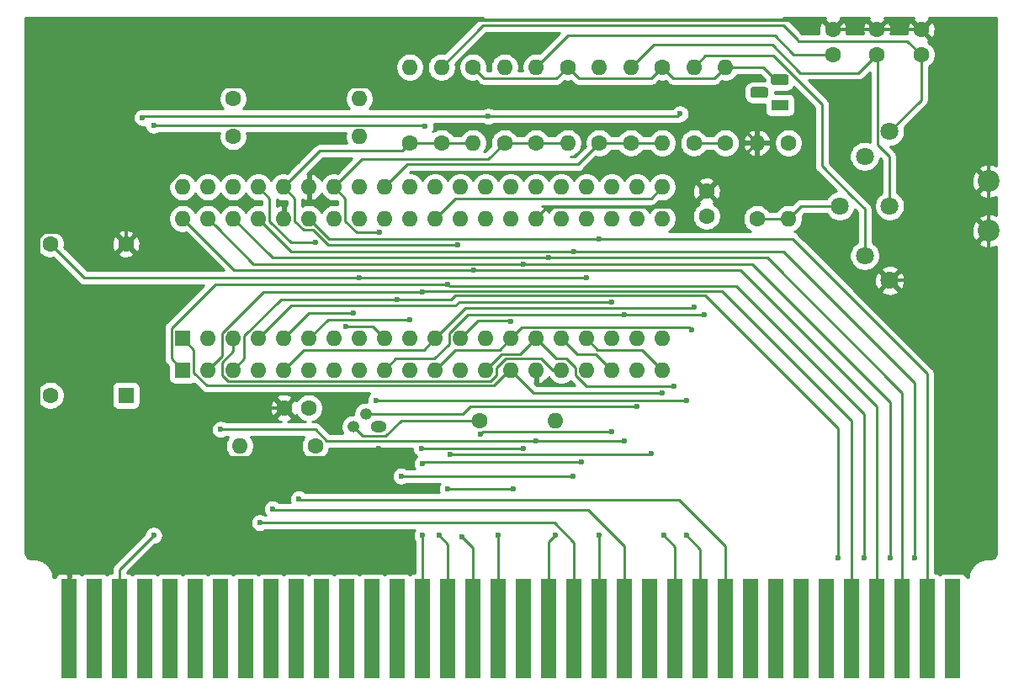
<source format=gbl>
G04 #@! TF.GenerationSoftware,KiCad,Pcbnew,(5.1.12)-1*
G04 #@! TF.CreationDate,2024-01-30T17:11:01+00:00*
G04 #@! TF.ProjectId,CPCVideo,43504356-6964-4656-9f2e-6b696361645f,rev?*
G04 #@! TF.SameCoordinates,Original*
G04 #@! TF.FileFunction,Copper,L2,Bot*
G04 #@! TF.FilePolarity,Positive*
%FSLAX46Y46*%
G04 Gerber Fmt 4.6, Leading zero omitted, Abs format (unit mm)*
G04 Created by KiCad (PCBNEW (5.1.12)-1) date 2024-01-30 17:11:01*
%MOMM*%
%LPD*%
G01*
G04 APERTURE LIST*
G04 #@! TA.AperFunction,SMDPad,CuDef*
%ADD10R,1.600000X10.000000*%
G04 #@! TD*
G04 #@! TA.AperFunction,ComponentPad*
%ADD11C,2.200000*%
G04 #@! TD*
G04 #@! TA.AperFunction,ComponentPad*
%ADD12C,1.800000*%
G04 #@! TD*
G04 #@! TA.AperFunction,ComponentPad*
%ADD13C,1.600000*%
G04 #@! TD*
G04 #@! TA.AperFunction,ComponentPad*
%ADD14R,1.800000X1.100000*%
G04 #@! TD*
G04 #@! TA.AperFunction,ComponentPad*
%ADD15O,1.200000X1.200000*%
G04 #@! TD*
G04 #@! TA.AperFunction,ComponentPad*
%ADD16O,1.600000X1.200000*%
G04 #@! TD*
G04 #@! TA.AperFunction,ComponentPad*
%ADD17O,1.600000X1.600000*%
G04 #@! TD*
G04 #@! TA.AperFunction,ComponentPad*
%ADD18R,1.600000X1.600000*%
G04 #@! TD*
G04 #@! TA.AperFunction,ViaPad*
%ADD19C,0.600000*%
G04 #@! TD*
G04 #@! TA.AperFunction,Conductor*
%ADD20C,0.350000*%
G04 #@! TD*
G04 #@! TA.AperFunction,Conductor*
%ADD21C,0.250000*%
G04 #@! TD*
G04 #@! TA.AperFunction,Conductor*
%ADD22C,0.254000*%
G04 #@! TD*
G04 #@! TA.AperFunction,Conductor*
%ADD23C,0.100000*%
G04 #@! TD*
G04 APERTURE END LIST*
D10*
X247650000Y-165735000D03*
X245110000Y-165735000D03*
X242570000Y-165735000D03*
X240030000Y-165735000D03*
X237490000Y-165735000D03*
X234950000Y-165735000D03*
X232410000Y-165735000D03*
X229870000Y-165735000D03*
X227330000Y-165735000D03*
X224790000Y-165735000D03*
X222250000Y-165735000D03*
X219710000Y-165735000D03*
X217170000Y-165735000D03*
X214630000Y-165735000D03*
X212090000Y-165735000D03*
X209550000Y-165735000D03*
X207010000Y-165735000D03*
X204470000Y-165735000D03*
X201930000Y-165735000D03*
X199390000Y-165735000D03*
X196850000Y-165735000D03*
X194310000Y-165735000D03*
X191770000Y-165735000D03*
X189230000Y-165735000D03*
X186690000Y-165735000D03*
X184150000Y-165735000D03*
X181610000Y-165735000D03*
X179070000Y-165735000D03*
X176530000Y-165735000D03*
X173990000Y-165735000D03*
X171450000Y-165735000D03*
X168910000Y-165735000D03*
X166370000Y-165735000D03*
X163830000Y-165735000D03*
X161290000Y-165735000D03*
X158750000Y-165735000D03*
D11*
X251300000Y-125690000D03*
X251300000Y-120690000D03*
D12*
X236300000Y-123190000D03*
X241300000Y-130690000D03*
X238800000Y-128190000D03*
X241300000Y-123190000D03*
X238800000Y-118190000D03*
X241300000Y-115690000D03*
D13*
X240030000Y-105450000D03*
X240030000Y-107950000D03*
X235585000Y-105450000D03*
X235585000Y-107950000D03*
X244475000Y-105450000D03*
X244475000Y-107950000D03*
D14*
X230270000Y-113030000D03*
G04 #@! TA.AperFunction,ComponentPad*
G36*
G01*
X230895000Y-111040000D02*
X229645000Y-111040000D01*
G75*
G02*
X229370000Y-110765000I0J275000D01*
G01*
X229370000Y-110215000D01*
G75*
G02*
X229645000Y-109940000I275000J0D01*
G01*
X230895000Y-109940000D01*
G75*
G02*
X231170000Y-110215000I0J-275000D01*
G01*
X231170000Y-110765000D01*
G75*
G02*
X230895000Y-111040000I-275000J0D01*
G01*
G37*
G04 #@! TD.AperFunction*
G04 #@! TA.AperFunction,ComponentPad*
G36*
G01*
X228825000Y-112310000D02*
X227575000Y-112310000D01*
G75*
G02*
X227300000Y-112035000I0J275000D01*
G01*
X227300000Y-111485000D01*
G75*
G02*
X227575000Y-111210000I275000J0D01*
G01*
X228825000Y-111210000D01*
G75*
G02*
X229100000Y-111485000I0J-275000D01*
G01*
X229100000Y-112035000D01*
G75*
G02*
X228825000Y-112310000I-275000J0D01*
G01*
G37*
G04 #@! TD.AperFunction*
D15*
X187325000Y-145415000D03*
X188595000Y-144145000D03*
D16*
X189865000Y-145415000D03*
D17*
X187960000Y-116205000D03*
D13*
X175260000Y-116205000D03*
D17*
X187960000Y-112395000D03*
D13*
X175260000Y-112395000D03*
D17*
X207645000Y-144780000D03*
D13*
X200025000Y-144780000D03*
D17*
X175895000Y-147320000D03*
D13*
X183515000Y-147320000D03*
D17*
X221615000Y-109220000D03*
D13*
X221615000Y-116840000D03*
D17*
X227965000Y-116840000D03*
D13*
X227965000Y-124460000D03*
D17*
X224790000Y-109220000D03*
D13*
X224790000Y-116840000D03*
D17*
X231140000Y-124460000D03*
D13*
X231140000Y-116840000D03*
D17*
X218440000Y-116840000D03*
D13*
X218440000Y-109220000D03*
D17*
X208915000Y-116840000D03*
D13*
X208915000Y-109220000D03*
D17*
X199390000Y-116840000D03*
D13*
X199390000Y-109220000D03*
D17*
X215265000Y-109220000D03*
D13*
X215265000Y-116840000D03*
D17*
X212090000Y-109220000D03*
D13*
X212090000Y-116840000D03*
D17*
X205740000Y-109220000D03*
D13*
X205740000Y-116840000D03*
D17*
X202565000Y-109220000D03*
D13*
X202565000Y-116840000D03*
D17*
X196215000Y-109220000D03*
D13*
X196215000Y-116840000D03*
D17*
X193040000Y-109220000D03*
D13*
X193040000Y-116840000D03*
X164465000Y-127000000D03*
X156845000Y-127000000D03*
X156845000Y-142240000D03*
D18*
X164465000Y-142240000D03*
D17*
X170180000Y-124460000D03*
X218440000Y-139700000D03*
X172720000Y-124460000D03*
X215900000Y-139700000D03*
X175260000Y-124460000D03*
X213360000Y-139700000D03*
X177800000Y-124460000D03*
X210820000Y-139700000D03*
X180340000Y-124460000D03*
X208280000Y-139700000D03*
X182880000Y-124460000D03*
X205740000Y-139700000D03*
X185420000Y-124460000D03*
X203200000Y-139700000D03*
X187960000Y-124460000D03*
X200660000Y-139700000D03*
X190500000Y-124460000D03*
X198120000Y-139700000D03*
X193040000Y-124460000D03*
X195580000Y-139700000D03*
X195580000Y-124460000D03*
X193040000Y-139700000D03*
X198120000Y-124460000D03*
X190500000Y-139700000D03*
X200660000Y-124460000D03*
X187960000Y-139700000D03*
X203200000Y-124460000D03*
X185420000Y-139700000D03*
X205740000Y-124460000D03*
X182880000Y-139700000D03*
X208280000Y-124460000D03*
X180340000Y-139700000D03*
X210820000Y-124460000D03*
X177800000Y-139700000D03*
X213360000Y-124460000D03*
X175260000Y-139700000D03*
X215900000Y-124460000D03*
X172720000Y-139700000D03*
X218440000Y-124460000D03*
D18*
X170180000Y-139700000D03*
D17*
X170180000Y-121285000D03*
X218440000Y-136525000D03*
X172720000Y-121285000D03*
X215900000Y-136525000D03*
X175260000Y-121285000D03*
X213360000Y-136525000D03*
X177800000Y-121285000D03*
X210820000Y-136525000D03*
X180340000Y-121285000D03*
X208280000Y-136525000D03*
X182880000Y-121285000D03*
X205740000Y-136525000D03*
X185420000Y-121285000D03*
X203200000Y-136525000D03*
X187960000Y-121285000D03*
X200660000Y-136525000D03*
X190500000Y-121285000D03*
X198120000Y-136525000D03*
X193040000Y-121285000D03*
X195580000Y-136525000D03*
X195580000Y-121285000D03*
X193040000Y-136525000D03*
X198120000Y-121285000D03*
X190500000Y-136525000D03*
X200660000Y-121285000D03*
X187960000Y-136525000D03*
X203200000Y-121285000D03*
X185420000Y-136525000D03*
X205740000Y-121285000D03*
X182880000Y-136525000D03*
X208280000Y-121285000D03*
X180340000Y-136525000D03*
X210820000Y-121285000D03*
X177800000Y-136525000D03*
X213360000Y-121285000D03*
X175260000Y-136525000D03*
X215900000Y-121285000D03*
X172720000Y-136525000D03*
X218440000Y-121285000D03*
D18*
X170180000Y-136525000D03*
D13*
X222885000Y-121706000D03*
X222885000Y-124206000D03*
X180380000Y-143510000D03*
X182880000Y-143510000D03*
D19*
X189865000Y-147574000D03*
X181737000Y-118745000D03*
X247650000Y-155829000D03*
X173990000Y-145669000D03*
X205740000Y-146812000D03*
X214630000Y-146812000D03*
X177927000Y-155067000D03*
X200914000Y-114173000D03*
X166115998Y-114300000D03*
X220218000Y-113919000D03*
X215900000Y-143383000D03*
X217297000Y-148082000D03*
X197104000Y-148209000D03*
X195961000Y-156336998D03*
X210279999Y-148938999D03*
X194310000Y-149098002D03*
X194310000Y-156337001D03*
X183515000Y-126873000D03*
X192151000Y-150368000D03*
X209422998Y-150368000D03*
X196850000Y-151638000D03*
X203454000Y-151638000D03*
X197866000Y-127127000D03*
X213360000Y-145923000D03*
X200152000Y-146165020D03*
X189992000Y-125857000D03*
X221361000Y-135636000D03*
X186610099Y-135334901D03*
X221614998Y-133350000D03*
X194183000Y-147573999D03*
X204470001Y-147574001D03*
X210820000Y-130440557D03*
X187960000Y-130429000D03*
X193040000Y-134620000D03*
X187325000Y-133985000D03*
X181864000Y-152653998D03*
X214630000Y-134112000D03*
X222631000Y-134112000D03*
X212090002Y-156337000D03*
X167259000Y-115062000D03*
X194564000Y-115189000D03*
X167259000Y-156337000D03*
X207645000Y-156337000D03*
X189611000Y-142748000D03*
X220853000Y-142748000D03*
X220852999Y-156337000D03*
X213360000Y-132842000D03*
X179197000Y-153669998D03*
X219583000Y-141351000D03*
X201930000Y-156337000D03*
X203200000Y-134774989D03*
X198247000Y-156464000D03*
X191770000Y-132588000D03*
X236093000Y-158623000D03*
X194310000Y-131826000D03*
X196850000Y-131064002D03*
X238760000Y-158622996D03*
X199507001Y-129656999D03*
X204470000Y-129032000D03*
X241346000Y-158577001D03*
X207010000Y-128397000D03*
X209550000Y-127762000D03*
X243840000Y-158623002D03*
X212090002Y-126491998D03*
X218440000Y-141986000D03*
X218567000Y-156337000D03*
D20*
X158750000Y-164465000D02*
X158750000Y-155194000D01*
X167569999Y-148495001D02*
X188943999Y-148495001D01*
X158750000Y-164465000D02*
X158750000Y-157315000D01*
X188943999Y-148495001D02*
X189865000Y-147574000D01*
X163289999Y-125824999D02*
X164465000Y-127000000D01*
X156280999Y-125824999D02*
X163289999Y-125824999D01*
X155669999Y-126435999D02*
X156280999Y-125824999D01*
X157211990Y-157315000D02*
X155669999Y-155773009D01*
X158750000Y-157315000D02*
X157211990Y-157315000D01*
X164465000Y-125260998D02*
X164465000Y-127000000D01*
X170980998Y-118745000D02*
X164465000Y-125260998D01*
X181737000Y-118745000D02*
X170980998Y-118745000D01*
X155669999Y-155773009D02*
X155669999Y-126840999D01*
X155669999Y-126840999D02*
X155669999Y-126435999D01*
X251300000Y-120690000D02*
X251300000Y-125690000D01*
X251300000Y-152179000D02*
X247650000Y-155829000D01*
X251300000Y-125690000D02*
X251300000Y-152179000D01*
X246300000Y-130690000D02*
X251300000Y-125690000D01*
X241300000Y-130690000D02*
X246300000Y-130690000D01*
X223099000Y-121706000D02*
X222885000Y-121706000D01*
X227965000Y-116840000D02*
X223099000Y-121706000D01*
X206915001Y-123284999D02*
X205740000Y-124460000D01*
X221306001Y-123284999D02*
X206915001Y-123284999D01*
X222885000Y-121706000D02*
X221306001Y-123284999D01*
X222344999Y-111219999D02*
X163116999Y-111219999D01*
X163116999Y-111219999D02*
X161806499Y-112530499D01*
X227965000Y-116840000D02*
X222344999Y-111219999D01*
X161806499Y-112530499D02*
X169808008Y-104528990D01*
X180380000Y-143510000D02*
X172555000Y-143510000D01*
X172555000Y-143510000D02*
X167430500Y-148634500D01*
X167430500Y-148634500D02*
X167569999Y-148495001D01*
X158750000Y-157315000D02*
X167430500Y-148634500D01*
X160233998Y-113975998D02*
X161679497Y-112530499D01*
X161679497Y-112530499D02*
X161806499Y-112530499D01*
X155669999Y-118666999D02*
X160233998Y-114103000D01*
X155669999Y-126840999D02*
X155669999Y-118666999D01*
X160233998Y-114103000D02*
X160233998Y-113975998D01*
X169808008Y-104528990D02*
X233291010Y-104528990D01*
X234663990Y-104528990D02*
X235585000Y-105450000D01*
X233291010Y-104528990D02*
X234663990Y-104528990D01*
X235585000Y-105450000D02*
X239395000Y-105450000D01*
X244475000Y-105450000D02*
X240030000Y-105450000D01*
X251300000Y-112275000D02*
X251300000Y-120690000D01*
X244475000Y-105450000D02*
X251300000Y-112275000D01*
D21*
X183518981Y-145669000D02*
X184661981Y-146812000D01*
X173990000Y-145669000D02*
X183518981Y-145669000D01*
X184661981Y-146812000D02*
X205740000Y-146812000D01*
X205740000Y-146812000D02*
X206164264Y-146812000D01*
X206164264Y-146812000D02*
X214630000Y-146812000D01*
X209550000Y-164465000D02*
X209550000Y-157062998D01*
X209550000Y-157062998D02*
X207554002Y-155067000D01*
X207554002Y-155067000D02*
X177927000Y-155067000D01*
X200914000Y-114173000D02*
X166242998Y-114173000D01*
X166242998Y-114173000D02*
X166115998Y-114300000D01*
X200914000Y-114173000D02*
X219964000Y-114173000D01*
X219964000Y-114173000D02*
X220218000Y-113919000D01*
X198374000Y-144145000D02*
X199136000Y-143383000D01*
X188595000Y-144145000D02*
X198374000Y-144145000D01*
X199136000Y-143383000D02*
X215900000Y-143383000D01*
X217170000Y-148209000D02*
X197104000Y-148209000D01*
X217297000Y-148082000D02*
X217170000Y-148209000D01*
X196850000Y-164465000D02*
X196850000Y-157225998D01*
X196850000Y-157225998D02*
X195961000Y-156336998D01*
X194469003Y-148938999D02*
X194310000Y-149098002D01*
X210279999Y-148938999D02*
X194469003Y-148938999D01*
X194310000Y-164465000D02*
X194310000Y-156337001D01*
X177800000Y-121285000D02*
X178925001Y-122410001D01*
X181087998Y-126873000D02*
X183515000Y-126873000D01*
X178925001Y-124710003D02*
X181087998Y-126873000D01*
X178925001Y-122410001D02*
X178925001Y-124710003D01*
X192575264Y-150368000D02*
X209422998Y-150368000D01*
X192151000Y-150368000D02*
X192575264Y-150368000D01*
X211945001Y-137650001D02*
X210820000Y-136525000D01*
X216390001Y-137650001D02*
X211945001Y-137650001D01*
X218440000Y-139700000D02*
X216390001Y-137650001D01*
X196850000Y-151638000D02*
X203454000Y-151638000D01*
X180340000Y-121285000D02*
X181465001Y-122410001D01*
X181465001Y-124710003D02*
X182339999Y-125585001D01*
X181465001Y-122410001D02*
X181465001Y-124710003D01*
X182339999Y-125585001D02*
X183309417Y-125585001D01*
X184851416Y-127127000D02*
X197866000Y-127127000D01*
X183309417Y-125585001D02*
X184851416Y-127127000D01*
X192240001Y-117639999D02*
X193040000Y-116840000D01*
X183985001Y-117639999D02*
X192240001Y-117639999D01*
X180340000Y-121285000D02*
X183985001Y-117639999D01*
X193040000Y-116840000D02*
X196215000Y-116840000D01*
X196215000Y-116840000D02*
X199390000Y-116840000D01*
X209855011Y-138100011D02*
X208280000Y-136525000D01*
X211760011Y-138100011D02*
X209855011Y-138100011D01*
X213360000Y-139700000D02*
X211760011Y-138100011D01*
X213360000Y-145923000D02*
X200394020Y-145923000D01*
X200394020Y-145923000D02*
X200152000Y-146165020D01*
X186545001Y-122410001D02*
X186545001Y-124739265D01*
X187662736Y-125857000D02*
X189992000Y-125857000D01*
X186545001Y-124739265D02*
X187662736Y-125857000D01*
X185420000Y-121285000D02*
X186545001Y-122410001D01*
X202565000Y-116840000D02*
X205740000Y-116840000D01*
X205740000Y-116840000D02*
X208915000Y-116840000D01*
X200914000Y-118491000D02*
X202565000Y-116840000D01*
X188214000Y-118491000D02*
X200914000Y-118491000D01*
X185420000Y-121285000D02*
X188214000Y-118491000D01*
X197629999Y-137650001D02*
X195580000Y-139700000D01*
X202074999Y-137650001D02*
X197629999Y-137650001D01*
X203200000Y-136525000D02*
X202074999Y-137650001D01*
X221124999Y-135399999D02*
X221361000Y-135636000D01*
X204325001Y-135399999D02*
X221124999Y-135399999D01*
X203200000Y-136525000D02*
X204325001Y-135399999D01*
X190500000Y-136525000D02*
X189309901Y-135334901D01*
X189309901Y-135334901D02*
X186610099Y-135334901D01*
X212090000Y-116840000D02*
X215265000Y-116840000D01*
X215265000Y-116840000D02*
X218440000Y-116840000D01*
X209931000Y-118999000D02*
X212090000Y-116840000D01*
X192786000Y-118999000D02*
X209931000Y-118999000D01*
X190500000Y-121285000D02*
X192786000Y-118999000D01*
X182389999Y-137650001D02*
X180340000Y-139700000D01*
X194454999Y-137650001D02*
X182389999Y-137650001D01*
X195580000Y-136525000D02*
X194454999Y-137650001D01*
X221615000Y-116840000D02*
X224790000Y-116840000D01*
X198628000Y-133477000D02*
X221487998Y-133477000D01*
X195580000Y-136525000D02*
X198628000Y-133477000D01*
X221487998Y-133477000D02*
X221614998Y-133350000D01*
X194183000Y-147573999D02*
X204469999Y-147573999D01*
X204469999Y-147573999D02*
X204470001Y-147574001D01*
X156845000Y-127000000D02*
X160274000Y-130429000D01*
X160274000Y-130429000D02*
X187960000Y-130429000D01*
X197140000Y-130429000D02*
X187960000Y-130429000D01*
X197151557Y-130440557D02*
X197140000Y-130429000D01*
X210820000Y-130440557D02*
X197151557Y-130440557D01*
X182880000Y-136525000D02*
X184785000Y-134620000D01*
X184785000Y-134620000D02*
X193040000Y-134620000D01*
X182880000Y-133985000D02*
X187325000Y-133985000D01*
X180340000Y-136525000D02*
X182880000Y-133985000D01*
X181991000Y-152780998D02*
X181864000Y-152653998D01*
X224790000Y-164465000D02*
X224790000Y-157415000D01*
X224790000Y-157415000D02*
X220155998Y-152780998D01*
X220155998Y-152780998D02*
X181991000Y-152780998D01*
X190500000Y-139700000D02*
X191625001Y-138574999D01*
X195485001Y-138574999D02*
X196994999Y-137065001D01*
X191625001Y-138574999D02*
X195485001Y-138574999D01*
X196994999Y-137065001D02*
X196994999Y-136001823D01*
X196994999Y-136001823D02*
X198884822Y-134112000D01*
X198884822Y-134112000D02*
X214630000Y-134112000D01*
X214630000Y-134112000D02*
X222631000Y-134112000D01*
X174134999Y-138921411D02*
X175260000Y-137796410D01*
X174134999Y-140240001D02*
X174134999Y-138921411D01*
X201200001Y-140825001D02*
X174719999Y-140825001D01*
X175260000Y-137796410D02*
X175260000Y-136525000D01*
X201785001Y-140240001D02*
X201200001Y-140825001D01*
X201785001Y-139449997D02*
X201785001Y-140240001D01*
X202659999Y-138574999D02*
X201785001Y-139449997D01*
X206280001Y-138574999D02*
X202659999Y-138574999D01*
X174719999Y-140825001D02*
X174134999Y-140240001D01*
X207405002Y-139700000D02*
X206280001Y-138574999D01*
X208280000Y-139700000D02*
X207405002Y-139700000D01*
X212090000Y-156337002D02*
X212090002Y-156337000D01*
X212090000Y-164465000D02*
X212090000Y-156337002D01*
X197629999Y-122410001D02*
X195580000Y-124460000D01*
X217314999Y-122410001D02*
X197629999Y-122410001D01*
X218440000Y-121285000D02*
X217314999Y-122410001D01*
X167259000Y-115062000D02*
X194437000Y-115062000D01*
X194437000Y-115062000D02*
X194564000Y-115189000D01*
X163830000Y-164465000D02*
X163830000Y-159766000D01*
X163830000Y-159766000D02*
X166959001Y-156636999D01*
X166959001Y-156636999D02*
X167259000Y-156337000D01*
X235665000Y-123190000D02*
X232410000Y-123190000D01*
X231140000Y-124460000D02*
X227965000Y-124460000D01*
X232410000Y-123190000D02*
X231140000Y-124460000D01*
X236300000Y-123190000D02*
X232410000Y-123190000D01*
X229623543Y-108094999D02*
X222740001Y-108094999D01*
X234500272Y-112971728D02*
X229623543Y-108094999D01*
X222740001Y-108094999D02*
X221615000Y-109220000D01*
X234500272Y-119184272D02*
X234500272Y-112971728D01*
X238800000Y-123484000D02*
X237490000Y-122174000D01*
X238800000Y-128190000D02*
X238800000Y-123484000D01*
X237490000Y-122174000D02*
X234500272Y-119184272D01*
X217551000Y-106934000D02*
X215265000Y-109220000D01*
X229489000Y-106934000D02*
X217551000Y-106934000D01*
X232346500Y-109791500D02*
X229489000Y-106934000D01*
X233616500Y-109791500D02*
X232346500Y-109791500D01*
X237172500Y-109791500D02*
X238188500Y-109791500D01*
X238188500Y-109791500D02*
X240030000Y-107950000D01*
X237172500Y-109791500D02*
X233616500Y-109791500D01*
X240074999Y-107994999D02*
X240030000Y-107950000D01*
X241300000Y-118237000D02*
X240074999Y-117011999D01*
X241300000Y-123190000D02*
X241300000Y-118237000D01*
X240074999Y-117011999D02*
X240074999Y-107994999D01*
X208915000Y-106045000D02*
X205740000Y-109220000D01*
X229743000Y-106045000D02*
X208915000Y-106045000D01*
X231648000Y-107950000D02*
X231457500Y-107759500D01*
X235585000Y-107950000D02*
X231648000Y-107950000D01*
X231457500Y-107759500D02*
X229743000Y-106045000D01*
X200406000Y-105029000D02*
X196215000Y-109220000D01*
X230639000Y-105029000D02*
X228219000Y-105029000D01*
X228219000Y-105029000D02*
X200406000Y-105029000D01*
X231969000Y-106359000D02*
X230639000Y-105029000D01*
X244475000Y-112515000D02*
X241300000Y-115690000D01*
X244475000Y-107950000D02*
X244475000Y-112515000D01*
X232185001Y-106575001D02*
X231969000Y-106359000D01*
X243100001Y-106575001D02*
X232185001Y-106575001D01*
X244475000Y-107950000D02*
X243100001Y-106575001D01*
X207010000Y-164465000D02*
X207010000Y-156972000D01*
X207010000Y-156972000D02*
X207645000Y-156337000D01*
X197485000Y-144780000D02*
X200025000Y-144780000D01*
X192151000Y-144780000D02*
X197485000Y-144780000D01*
X188250010Y-146340010D02*
X190590990Y-146340010D01*
X190590990Y-146340010D02*
X192151000Y-144780000D01*
X187325000Y-145415000D02*
X188250010Y-146340010D01*
X228600000Y-109220000D02*
X229870000Y-110490000D01*
X224790000Y-109220000D02*
X228600000Y-109220000D01*
X200515001Y-110345001D02*
X207789999Y-110345001D01*
X207789999Y-110345001D02*
X208915000Y-109220000D01*
X199390000Y-109220000D02*
X200515001Y-110345001D01*
X217314999Y-110345001D02*
X218440000Y-109220000D01*
X210040001Y-110345001D02*
X217314999Y-110345001D01*
X208915000Y-109220000D02*
X210040001Y-110345001D01*
X223664999Y-110345001D02*
X224790000Y-109220000D01*
X219565001Y-110345001D02*
X223664999Y-110345001D01*
X218440000Y-109220000D02*
X219565001Y-110345001D01*
X189611000Y-142748000D02*
X220853000Y-142748000D01*
X222250000Y-164465000D02*
X222250000Y-157734001D01*
X222250000Y-157734001D02*
X220852999Y-156337000D01*
X197993000Y-132842000D02*
X213360000Y-132842000D01*
X197621998Y-133213002D02*
X197993000Y-132842000D01*
X181111998Y-133213002D02*
X197621998Y-133213002D01*
X177800000Y-136525000D02*
X181111998Y-133213002D01*
X179324000Y-153796998D02*
X179197000Y-153669998D01*
X214630000Y-164465000D02*
X214630000Y-157415000D01*
X214630000Y-157415000D02*
X211011998Y-153796998D01*
X211011998Y-153796998D02*
X179324000Y-153796998D01*
X202259990Y-138100010D02*
X200660000Y-139700000D01*
X204164990Y-138100010D02*
X202259990Y-138100010D01*
X205740000Y-136525000D02*
X204164990Y-138100010D01*
X207789999Y-138574999D02*
X205740000Y-136525000D01*
X208820001Y-138574999D02*
X207789999Y-138574999D01*
X209694999Y-139449997D02*
X208820001Y-138574999D01*
X209694999Y-140240001D02*
X209694999Y-139449997D01*
X210805998Y-141351000D02*
X209694999Y-140240001D01*
X219583000Y-141351000D02*
X210805998Y-141351000D01*
X201930000Y-164465000D02*
X201930000Y-156337000D01*
X203172011Y-134747000D02*
X203200000Y-134774989D01*
X198120000Y-136525000D02*
X199898000Y-134747000D01*
X199898000Y-134747000D02*
X203172011Y-134747000D01*
X199390000Y-157607000D02*
X198247000Y-156464000D01*
X199390000Y-164465000D02*
X199390000Y-157607000D01*
X180071998Y-132588000D02*
X191770000Y-132588000D01*
X175260000Y-139700000D02*
X176385001Y-138574999D01*
X176385001Y-138574999D02*
X176385001Y-136274997D01*
X176385001Y-136274997D02*
X180071998Y-132588000D01*
X222767999Y-132216999D02*
X236093000Y-145542000D01*
X197561437Y-132216999D02*
X222767999Y-132216999D01*
X197190436Y-132588000D02*
X197561437Y-132216999D01*
X191770000Y-132588000D02*
X197190436Y-132588000D01*
X236093000Y-145542000D02*
X236093000Y-158623000D01*
X174134999Y-138285001D02*
X174134999Y-135984999D01*
X172720000Y-139700000D02*
X174134999Y-138285001D01*
X178293998Y-131826000D02*
X194310000Y-131826000D01*
X174134999Y-135984999D02*
X178293998Y-131826000D01*
X194369021Y-131766979D02*
X194310000Y-131826000D01*
X224476979Y-131766979D02*
X194369021Y-131766979D01*
X237490000Y-144780000D02*
X224476979Y-131766979D01*
X237490000Y-164465000D02*
X237490000Y-144780000D01*
X170180000Y-139700000D02*
X169054999Y-138574999D01*
X169054999Y-135464999D02*
X173455996Y-131064002D01*
X169054999Y-138574999D02*
X169054999Y-135464999D01*
X173455996Y-131064002D02*
X196850000Y-131064002D01*
X238760000Y-144145000D02*
X238760000Y-158622996D01*
X225887001Y-131272001D02*
X238760000Y-144145000D01*
X197057999Y-131272001D02*
X225887001Y-131272001D01*
X196850000Y-131064002D02*
X197057999Y-131272001D01*
X170180000Y-124460000D02*
X175376999Y-129656999D01*
X175376999Y-129656999D02*
X199507001Y-129656999D01*
X199507003Y-129657001D02*
X199507001Y-129656999D01*
X226304001Y-129657001D02*
X199507003Y-129657001D01*
X240030000Y-143383000D02*
X226304001Y-129657001D01*
X240030000Y-164465000D02*
X240030000Y-143383000D01*
X177292000Y-129032000D02*
X173519999Y-125259999D01*
X199206998Y-129032000D02*
X177292000Y-129032000D01*
X173519999Y-125259999D02*
X172720000Y-124460000D01*
X199807002Y-129031998D02*
X199207000Y-129031998D01*
X199807004Y-129032000D02*
X199807002Y-129031998D01*
X204470000Y-129032000D02*
X199807004Y-129032000D01*
X199207000Y-129031998D02*
X199206998Y-129032000D01*
X241346000Y-158152737D02*
X241346000Y-158577001D01*
X241346000Y-142921000D02*
X241346000Y-158152737D01*
X227457000Y-129032000D02*
X241346000Y-142921000D01*
X204470000Y-129032000D02*
X227457000Y-129032000D01*
X179197000Y-128397000D02*
X175260000Y-124460000D01*
X207010000Y-128397000D02*
X179197000Y-128397000D01*
X242570000Y-160147000D02*
X242570000Y-164465000D01*
X242570000Y-141986000D02*
X242570000Y-160147000D01*
X228981000Y-128397000D02*
X242570000Y-141986000D01*
X207010000Y-128397000D02*
X228981000Y-128397000D01*
X177800000Y-124460000D02*
X181102000Y-127762000D01*
X181102000Y-127762000D02*
X209550000Y-127762000D01*
X243840000Y-140970000D02*
X243840000Y-158623002D01*
X230632000Y-127762000D02*
X243840000Y-140970000D01*
X209550000Y-127762000D02*
X230632000Y-127762000D01*
X182880000Y-124460000D02*
X184902001Y-126482001D01*
X210057998Y-126491998D02*
X210048001Y-126482001D01*
X184902001Y-126482001D02*
X210048001Y-126482001D01*
X212090002Y-126491998D02*
X210057998Y-126491998D01*
X245110000Y-140081000D02*
X245110000Y-167640000D01*
X231520998Y-126491998D02*
X245110000Y-140081000D01*
X212090002Y-126491998D02*
X231520998Y-126491998D01*
X203036996Y-139700000D02*
X203200000Y-139700000D01*
X170180000Y-136525000D02*
X171305001Y-137650001D01*
X171305001Y-139950003D02*
X172630009Y-141275011D01*
X172630009Y-141275011D02*
X201461985Y-141275011D01*
X171305001Y-137650001D02*
X171305001Y-139950003D01*
X201461985Y-141275011D02*
X203036996Y-139700000D01*
X219710000Y-164465000D02*
X219710000Y-157480000D01*
X219710000Y-157480000D02*
X218567000Y-156337000D01*
X205486000Y-141986000D02*
X204914500Y-141414500D01*
X218440000Y-141986000D02*
X205486000Y-141986000D01*
X203200000Y-139700000D02*
X204914500Y-141414500D01*
D22*
X200368676Y-104269000D02*
X200368667Y-104269000D01*
X200257014Y-104279997D01*
X200113753Y-104323454D01*
X199981723Y-104394026D01*
X199904627Y-104457298D01*
X199865999Y-104488999D01*
X199842201Y-104517997D01*
X196538887Y-107821312D01*
X196356335Y-107785000D01*
X196073665Y-107785000D01*
X195796426Y-107840147D01*
X195535273Y-107948320D01*
X195300241Y-108105363D01*
X195100363Y-108305241D01*
X194943320Y-108540273D01*
X194835147Y-108801426D01*
X194780000Y-109078665D01*
X194780000Y-109361335D01*
X194835147Y-109638574D01*
X194943320Y-109899727D01*
X195100363Y-110134759D01*
X195300241Y-110334637D01*
X195535273Y-110491680D01*
X195796426Y-110599853D01*
X196073665Y-110655000D01*
X196356335Y-110655000D01*
X196633574Y-110599853D01*
X196894727Y-110491680D01*
X197129759Y-110334637D01*
X197329637Y-110134759D01*
X197486680Y-109899727D01*
X197594853Y-109638574D01*
X197650000Y-109361335D01*
X197650000Y-109078665D01*
X197613688Y-108896113D01*
X200720802Y-105789000D01*
X208096198Y-105789000D01*
X206063886Y-107821312D01*
X205881335Y-107785000D01*
X205598665Y-107785000D01*
X205321426Y-107840147D01*
X205060273Y-107948320D01*
X204825241Y-108105363D01*
X204625363Y-108305241D01*
X204468320Y-108540273D01*
X204360147Y-108801426D01*
X204305000Y-109078665D01*
X204305000Y-109361335D01*
X204349491Y-109585001D01*
X203955509Y-109585001D01*
X204000000Y-109361335D01*
X204000000Y-109078665D01*
X203944853Y-108801426D01*
X203836680Y-108540273D01*
X203679637Y-108305241D01*
X203479759Y-108105363D01*
X203244727Y-107948320D01*
X202983574Y-107840147D01*
X202706335Y-107785000D01*
X202423665Y-107785000D01*
X202146426Y-107840147D01*
X201885273Y-107948320D01*
X201650241Y-108105363D01*
X201450363Y-108305241D01*
X201293320Y-108540273D01*
X201185147Y-108801426D01*
X201130000Y-109078665D01*
X201130000Y-109361335D01*
X201174491Y-109585001D01*
X200829803Y-109585001D01*
X200788688Y-109543886D01*
X200825000Y-109361335D01*
X200825000Y-109078665D01*
X200769853Y-108801426D01*
X200661680Y-108540273D01*
X200504637Y-108305241D01*
X200304759Y-108105363D01*
X200069727Y-107948320D01*
X199808574Y-107840147D01*
X199531335Y-107785000D01*
X199248665Y-107785000D01*
X198971426Y-107840147D01*
X198710273Y-107948320D01*
X198475241Y-108105363D01*
X198275363Y-108305241D01*
X198118320Y-108540273D01*
X198010147Y-108801426D01*
X197955000Y-109078665D01*
X197955000Y-109361335D01*
X198010147Y-109638574D01*
X198118320Y-109899727D01*
X198275363Y-110134759D01*
X198475241Y-110334637D01*
X198710273Y-110491680D01*
X198971426Y-110599853D01*
X199248665Y-110655000D01*
X199531335Y-110655000D01*
X199713886Y-110618688D01*
X199951202Y-110856004D01*
X199975000Y-110885002D01*
X200090725Y-110979975D01*
X200222754Y-111050547D01*
X200366015Y-111094004D01*
X200477668Y-111105001D01*
X200477676Y-111105001D01*
X200515001Y-111108677D01*
X200552326Y-111105001D01*
X207752677Y-111105001D01*
X207789999Y-111108677D01*
X207827321Y-111105001D01*
X207827332Y-111105001D01*
X207938985Y-111094004D01*
X208082246Y-111050547D01*
X208214275Y-110979975D01*
X208330000Y-110885002D01*
X208353803Y-110855999D01*
X208591113Y-110618688D01*
X208773665Y-110655000D01*
X209056335Y-110655000D01*
X209238886Y-110618688D01*
X209476202Y-110856004D01*
X209500000Y-110885002D01*
X209615725Y-110979975D01*
X209747754Y-111050547D01*
X209891015Y-111094004D01*
X210002668Y-111105001D01*
X210002676Y-111105001D01*
X210040001Y-111108677D01*
X210077326Y-111105001D01*
X217277677Y-111105001D01*
X217314999Y-111108677D01*
X217352321Y-111105001D01*
X217352332Y-111105001D01*
X217463985Y-111094004D01*
X217607246Y-111050547D01*
X217739275Y-110979975D01*
X217855000Y-110885002D01*
X217878803Y-110855999D01*
X218116113Y-110618688D01*
X218298665Y-110655000D01*
X218581335Y-110655000D01*
X218763886Y-110618688D01*
X219001202Y-110856004D01*
X219025000Y-110885002D01*
X219140725Y-110979975D01*
X219272754Y-111050547D01*
X219416015Y-111094004D01*
X219527668Y-111105001D01*
X219527676Y-111105001D01*
X219565001Y-111108677D01*
X219602326Y-111105001D01*
X223627677Y-111105001D01*
X223664999Y-111108677D01*
X223702321Y-111105001D01*
X223702332Y-111105001D01*
X223813985Y-111094004D01*
X223957246Y-111050547D01*
X224089275Y-110979975D01*
X224205000Y-110885002D01*
X224228803Y-110855999D01*
X224466113Y-110618688D01*
X224648665Y-110655000D01*
X224931335Y-110655000D01*
X225208574Y-110599853D01*
X225469727Y-110491680D01*
X225704759Y-110334637D01*
X225904637Y-110134759D01*
X226008043Y-109980000D01*
X228285199Y-109980000D01*
X228731928Y-110426730D01*
X228731928Y-110571928D01*
X227575000Y-110571928D01*
X227396868Y-110589472D01*
X227225582Y-110641431D01*
X227067724Y-110725808D01*
X226929361Y-110839361D01*
X226815808Y-110977724D01*
X226731431Y-111135582D01*
X226679472Y-111306868D01*
X226661928Y-111485000D01*
X226661928Y-112035000D01*
X226679472Y-112213132D01*
X226731431Y-112384418D01*
X226815808Y-112542276D01*
X226929361Y-112680639D01*
X227067724Y-112794192D01*
X227225582Y-112878569D01*
X227396868Y-112930528D01*
X227575000Y-112948072D01*
X228731928Y-112948072D01*
X228731928Y-113580000D01*
X228744188Y-113704482D01*
X228780498Y-113824180D01*
X228839463Y-113934494D01*
X228918815Y-114031185D01*
X229015506Y-114110537D01*
X229125820Y-114169502D01*
X229245518Y-114205812D01*
X229370000Y-114218072D01*
X231170000Y-114218072D01*
X231294482Y-114205812D01*
X231414180Y-114169502D01*
X231524494Y-114110537D01*
X231621185Y-114031185D01*
X231700537Y-113934494D01*
X231759502Y-113824180D01*
X231795812Y-113704482D01*
X231808072Y-113580000D01*
X231808072Y-112480000D01*
X231795812Y-112355518D01*
X231759502Y-112235820D01*
X231700537Y-112125506D01*
X231621185Y-112028815D01*
X231524494Y-111949463D01*
X231414180Y-111890498D01*
X231294482Y-111854188D01*
X231170000Y-111841928D01*
X229738072Y-111841928D01*
X229738072Y-111678072D01*
X230895000Y-111678072D01*
X231073132Y-111660528D01*
X231244418Y-111608569D01*
X231402276Y-111524192D01*
X231540639Y-111410639D01*
X231654192Y-111272276D01*
X231679211Y-111225469D01*
X233740273Y-113286531D01*
X233740272Y-119146949D01*
X233736596Y-119184272D01*
X233740272Y-119221594D01*
X233740272Y-119221604D01*
X233751269Y-119333257D01*
X233778576Y-119423277D01*
X233794726Y-119476518D01*
X233865298Y-119608548D01*
X233886165Y-119633974D01*
X233960271Y-119724273D01*
X233989275Y-119748076D01*
X235938110Y-121696912D01*
X235852257Y-121713989D01*
X235572905Y-121829701D01*
X235321495Y-121997688D01*
X235107688Y-122211495D01*
X234961687Y-122430000D01*
X232447322Y-122430000D01*
X232409999Y-122426324D01*
X232372676Y-122430000D01*
X232372667Y-122430000D01*
X232261014Y-122440997D01*
X232117753Y-122484454D01*
X231985724Y-122555026D01*
X231869999Y-122649999D01*
X231846201Y-122678997D01*
X231463886Y-123061312D01*
X231281335Y-123025000D01*
X230998665Y-123025000D01*
X230721426Y-123080147D01*
X230460273Y-123188320D01*
X230225241Y-123345363D01*
X230025363Y-123545241D01*
X229921957Y-123700000D01*
X229183043Y-123700000D01*
X229079637Y-123545241D01*
X228879759Y-123345363D01*
X228644727Y-123188320D01*
X228383574Y-123080147D01*
X228106335Y-123025000D01*
X227823665Y-123025000D01*
X227546426Y-123080147D01*
X227285273Y-123188320D01*
X227050241Y-123345363D01*
X226850363Y-123545241D01*
X226693320Y-123780273D01*
X226585147Y-124041426D01*
X226530000Y-124318665D01*
X226530000Y-124601335D01*
X226585147Y-124878574D01*
X226693320Y-125139727D01*
X226850363Y-125374759D01*
X227050241Y-125574637D01*
X227285273Y-125731680D01*
X227286041Y-125731998D01*
X219118959Y-125731998D01*
X219119727Y-125731680D01*
X219354759Y-125574637D01*
X219554637Y-125374759D01*
X219711680Y-125139727D01*
X219819853Y-124878574D01*
X219875000Y-124601335D01*
X219875000Y-124318665D01*
X219824476Y-124064665D01*
X221450000Y-124064665D01*
X221450000Y-124347335D01*
X221505147Y-124624574D01*
X221613320Y-124885727D01*
X221770363Y-125120759D01*
X221970241Y-125320637D01*
X222205273Y-125477680D01*
X222466426Y-125585853D01*
X222743665Y-125641000D01*
X223026335Y-125641000D01*
X223303574Y-125585853D01*
X223564727Y-125477680D01*
X223799759Y-125320637D01*
X223999637Y-125120759D01*
X224156680Y-124885727D01*
X224264853Y-124624574D01*
X224320000Y-124347335D01*
X224320000Y-124064665D01*
X224264853Y-123787426D01*
X224156680Y-123526273D01*
X223999637Y-123291241D01*
X223799759Y-123091363D01*
X223599131Y-122957308D01*
X223626514Y-122942671D01*
X223698097Y-122698702D01*
X222885000Y-121885605D01*
X222071903Y-122698702D01*
X222143486Y-122942671D01*
X222172341Y-122956324D01*
X221970241Y-123091363D01*
X221770363Y-123291241D01*
X221613320Y-123526273D01*
X221505147Y-123787426D01*
X221450000Y-124064665D01*
X219824476Y-124064665D01*
X219819853Y-124041426D01*
X219711680Y-123780273D01*
X219554637Y-123545241D01*
X219354759Y-123345363D01*
X219119727Y-123188320D01*
X218858574Y-123080147D01*
X218581335Y-123025000D01*
X218298665Y-123025000D01*
X218021426Y-123080147D01*
X217760273Y-123188320D01*
X217525241Y-123345363D01*
X217325363Y-123545241D01*
X217170000Y-123777759D01*
X217014637Y-123545241D01*
X216814759Y-123345363D01*
X216579727Y-123188320D01*
X216535501Y-123170001D01*
X217277677Y-123170001D01*
X217314999Y-123173677D01*
X217352321Y-123170001D01*
X217352332Y-123170001D01*
X217463985Y-123159004D01*
X217607246Y-123115547D01*
X217739275Y-123044975D01*
X217855000Y-122950002D01*
X217878803Y-122920999D01*
X218116113Y-122683688D01*
X218298665Y-122720000D01*
X218581335Y-122720000D01*
X218858574Y-122664853D01*
X219119727Y-122556680D01*
X219354759Y-122399637D01*
X219554637Y-122199759D01*
X219711680Y-121964727D01*
X219789641Y-121776512D01*
X221444783Y-121776512D01*
X221486213Y-122056130D01*
X221581397Y-122322292D01*
X221648329Y-122447514D01*
X221892298Y-122519097D01*
X222705395Y-121706000D01*
X223064605Y-121706000D01*
X223877702Y-122519097D01*
X224121671Y-122447514D01*
X224242571Y-122192004D01*
X224311300Y-121917816D01*
X224325217Y-121635488D01*
X224283787Y-121355870D01*
X224188603Y-121089708D01*
X224121671Y-120964486D01*
X223877702Y-120892903D01*
X223064605Y-121706000D01*
X222705395Y-121706000D01*
X221892298Y-120892903D01*
X221648329Y-120964486D01*
X221527429Y-121219996D01*
X221458700Y-121494184D01*
X221444783Y-121776512D01*
X219789641Y-121776512D01*
X219819853Y-121703574D01*
X219875000Y-121426335D01*
X219875000Y-121143665D01*
X219819853Y-120866426D01*
X219756426Y-120713298D01*
X222071903Y-120713298D01*
X222885000Y-121526395D01*
X223698097Y-120713298D01*
X223626514Y-120469329D01*
X223371004Y-120348429D01*
X223096816Y-120279700D01*
X222814488Y-120265783D01*
X222534870Y-120307213D01*
X222268708Y-120402397D01*
X222143486Y-120469329D01*
X222071903Y-120713298D01*
X219756426Y-120713298D01*
X219711680Y-120605273D01*
X219554637Y-120370241D01*
X219354759Y-120170363D01*
X219119727Y-120013320D01*
X218858574Y-119905147D01*
X218581335Y-119850000D01*
X218298665Y-119850000D01*
X218021426Y-119905147D01*
X217760273Y-120013320D01*
X217525241Y-120170363D01*
X217325363Y-120370241D01*
X217170000Y-120602759D01*
X217014637Y-120370241D01*
X216814759Y-120170363D01*
X216579727Y-120013320D01*
X216318574Y-119905147D01*
X216041335Y-119850000D01*
X215758665Y-119850000D01*
X215481426Y-119905147D01*
X215220273Y-120013320D01*
X214985241Y-120170363D01*
X214785363Y-120370241D01*
X214630000Y-120602759D01*
X214474637Y-120370241D01*
X214274759Y-120170363D01*
X214039727Y-120013320D01*
X213778574Y-119905147D01*
X213501335Y-119850000D01*
X213218665Y-119850000D01*
X212941426Y-119905147D01*
X212680273Y-120013320D01*
X212445241Y-120170363D01*
X212245363Y-120370241D01*
X212090000Y-120602759D01*
X211934637Y-120370241D01*
X211734759Y-120170363D01*
X211499727Y-120013320D01*
X211238574Y-119905147D01*
X210961335Y-119850000D01*
X210678665Y-119850000D01*
X210401426Y-119905147D01*
X210140273Y-120013320D01*
X209905241Y-120170363D01*
X209705363Y-120370241D01*
X209550000Y-120602759D01*
X209394637Y-120370241D01*
X209194759Y-120170363D01*
X208959727Y-120013320D01*
X208698574Y-119905147D01*
X208421335Y-119850000D01*
X208138665Y-119850000D01*
X207861426Y-119905147D01*
X207600273Y-120013320D01*
X207365241Y-120170363D01*
X207165363Y-120370241D01*
X207010000Y-120602759D01*
X206854637Y-120370241D01*
X206654759Y-120170363D01*
X206419727Y-120013320D01*
X206158574Y-119905147D01*
X205881335Y-119850000D01*
X205598665Y-119850000D01*
X205321426Y-119905147D01*
X205060273Y-120013320D01*
X204825241Y-120170363D01*
X204625363Y-120370241D01*
X204470000Y-120602759D01*
X204314637Y-120370241D01*
X204114759Y-120170363D01*
X203879727Y-120013320D01*
X203618574Y-119905147D01*
X203341335Y-119850000D01*
X203058665Y-119850000D01*
X202781426Y-119905147D01*
X202520273Y-120013320D01*
X202285241Y-120170363D01*
X202085363Y-120370241D01*
X201930000Y-120602759D01*
X201774637Y-120370241D01*
X201574759Y-120170363D01*
X201339727Y-120013320D01*
X201078574Y-119905147D01*
X200801335Y-119850000D01*
X200518665Y-119850000D01*
X200241426Y-119905147D01*
X199980273Y-120013320D01*
X199745241Y-120170363D01*
X199545363Y-120370241D01*
X199390000Y-120602759D01*
X199234637Y-120370241D01*
X199034759Y-120170363D01*
X198799727Y-120013320D01*
X198538574Y-119905147D01*
X198261335Y-119850000D01*
X197978665Y-119850000D01*
X197701426Y-119905147D01*
X197440273Y-120013320D01*
X197205241Y-120170363D01*
X197005363Y-120370241D01*
X196850000Y-120602759D01*
X196694637Y-120370241D01*
X196494759Y-120170363D01*
X196259727Y-120013320D01*
X195998574Y-119905147D01*
X195721335Y-119850000D01*
X195438665Y-119850000D01*
X195161426Y-119905147D01*
X194900273Y-120013320D01*
X194665241Y-120170363D01*
X194465363Y-120370241D01*
X194310000Y-120602759D01*
X194154637Y-120370241D01*
X193954759Y-120170363D01*
X193719727Y-120013320D01*
X193458574Y-119905147D01*
X193181335Y-119850000D01*
X193009802Y-119850000D01*
X193100802Y-119759000D01*
X209893678Y-119759000D01*
X209931000Y-119762676D01*
X209968322Y-119759000D01*
X209968333Y-119759000D01*
X210079986Y-119748003D01*
X210223247Y-119704546D01*
X210355276Y-119633974D01*
X210471001Y-119539001D01*
X210494804Y-119509997D01*
X211766114Y-118238688D01*
X211948665Y-118275000D01*
X212231335Y-118275000D01*
X212508574Y-118219853D01*
X212769727Y-118111680D01*
X213004759Y-117954637D01*
X213204637Y-117754759D01*
X213308043Y-117600000D01*
X214046957Y-117600000D01*
X214150363Y-117754759D01*
X214350241Y-117954637D01*
X214585273Y-118111680D01*
X214846426Y-118219853D01*
X215123665Y-118275000D01*
X215406335Y-118275000D01*
X215683574Y-118219853D01*
X215944727Y-118111680D01*
X216179759Y-117954637D01*
X216379637Y-117754759D01*
X216483043Y-117600000D01*
X217221957Y-117600000D01*
X217325363Y-117754759D01*
X217525241Y-117954637D01*
X217760273Y-118111680D01*
X218021426Y-118219853D01*
X218298665Y-118275000D01*
X218581335Y-118275000D01*
X218858574Y-118219853D01*
X219119727Y-118111680D01*
X219354759Y-117954637D01*
X219554637Y-117754759D01*
X219711680Y-117519727D01*
X219819853Y-117258574D01*
X219875000Y-116981335D01*
X219875000Y-116698665D01*
X220180000Y-116698665D01*
X220180000Y-116981335D01*
X220235147Y-117258574D01*
X220343320Y-117519727D01*
X220500363Y-117754759D01*
X220700241Y-117954637D01*
X220935273Y-118111680D01*
X221196426Y-118219853D01*
X221473665Y-118275000D01*
X221756335Y-118275000D01*
X222033574Y-118219853D01*
X222294727Y-118111680D01*
X222529759Y-117954637D01*
X222729637Y-117754759D01*
X222833043Y-117600000D01*
X223571957Y-117600000D01*
X223675363Y-117754759D01*
X223875241Y-117954637D01*
X224110273Y-118111680D01*
X224371426Y-118219853D01*
X224648665Y-118275000D01*
X224931335Y-118275000D01*
X225208574Y-118219853D01*
X225469727Y-118111680D01*
X225704759Y-117954637D01*
X225904637Y-117754759D01*
X226061680Y-117519727D01*
X226169853Y-117258574D01*
X226183684Y-117189040D01*
X226573091Y-117189040D01*
X226667930Y-117453881D01*
X226812615Y-117695131D01*
X227001586Y-117903519D01*
X227227580Y-118071037D01*
X227481913Y-118191246D01*
X227615961Y-118231904D01*
X227838000Y-118109915D01*
X227838000Y-116967000D01*
X228092000Y-116967000D01*
X228092000Y-118109915D01*
X228314039Y-118231904D01*
X228448087Y-118191246D01*
X228702420Y-118071037D01*
X228928414Y-117903519D01*
X229117385Y-117695131D01*
X229262070Y-117453881D01*
X229356909Y-117189040D01*
X229235624Y-116967000D01*
X228092000Y-116967000D01*
X227838000Y-116967000D01*
X226694376Y-116967000D01*
X226573091Y-117189040D01*
X226183684Y-117189040D01*
X226225000Y-116981335D01*
X226225000Y-116698665D01*
X226183685Y-116490960D01*
X226573091Y-116490960D01*
X226694376Y-116713000D01*
X227838000Y-116713000D01*
X227838000Y-115570085D01*
X228092000Y-115570085D01*
X228092000Y-116713000D01*
X229235624Y-116713000D01*
X229243454Y-116698665D01*
X229705000Y-116698665D01*
X229705000Y-116981335D01*
X229760147Y-117258574D01*
X229868320Y-117519727D01*
X230025363Y-117754759D01*
X230225241Y-117954637D01*
X230460273Y-118111680D01*
X230721426Y-118219853D01*
X230998665Y-118275000D01*
X231281335Y-118275000D01*
X231558574Y-118219853D01*
X231819727Y-118111680D01*
X232054759Y-117954637D01*
X232254637Y-117754759D01*
X232411680Y-117519727D01*
X232519853Y-117258574D01*
X232575000Y-116981335D01*
X232575000Y-116698665D01*
X232519853Y-116421426D01*
X232411680Y-116160273D01*
X232254637Y-115925241D01*
X232054759Y-115725363D01*
X231819727Y-115568320D01*
X231558574Y-115460147D01*
X231281335Y-115405000D01*
X230998665Y-115405000D01*
X230721426Y-115460147D01*
X230460273Y-115568320D01*
X230225241Y-115725363D01*
X230025363Y-115925241D01*
X229868320Y-116160273D01*
X229760147Y-116421426D01*
X229705000Y-116698665D01*
X229243454Y-116698665D01*
X229356909Y-116490960D01*
X229262070Y-116226119D01*
X229117385Y-115984869D01*
X228928414Y-115776481D01*
X228702420Y-115608963D01*
X228448087Y-115488754D01*
X228314039Y-115448096D01*
X228092000Y-115570085D01*
X227838000Y-115570085D01*
X227615961Y-115448096D01*
X227481913Y-115488754D01*
X227227580Y-115608963D01*
X227001586Y-115776481D01*
X226812615Y-115984869D01*
X226667930Y-116226119D01*
X226573091Y-116490960D01*
X226183685Y-116490960D01*
X226169853Y-116421426D01*
X226061680Y-116160273D01*
X225904637Y-115925241D01*
X225704759Y-115725363D01*
X225469727Y-115568320D01*
X225208574Y-115460147D01*
X224931335Y-115405000D01*
X224648665Y-115405000D01*
X224371426Y-115460147D01*
X224110273Y-115568320D01*
X223875241Y-115725363D01*
X223675363Y-115925241D01*
X223571957Y-116080000D01*
X222833043Y-116080000D01*
X222729637Y-115925241D01*
X222529759Y-115725363D01*
X222294727Y-115568320D01*
X222033574Y-115460147D01*
X221756335Y-115405000D01*
X221473665Y-115405000D01*
X221196426Y-115460147D01*
X220935273Y-115568320D01*
X220700241Y-115725363D01*
X220500363Y-115925241D01*
X220343320Y-116160273D01*
X220235147Y-116421426D01*
X220180000Y-116698665D01*
X219875000Y-116698665D01*
X219819853Y-116421426D01*
X219711680Y-116160273D01*
X219554637Y-115925241D01*
X219354759Y-115725363D01*
X219119727Y-115568320D01*
X218858574Y-115460147D01*
X218581335Y-115405000D01*
X218298665Y-115405000D01*
X218021426Y-115460147D01*
X217760273Y-115568320D01*
X217525241Y-115725363D01*
X217325363Y-115925241D01*
X217221957Y-116080000D01*
X216483043Y-116080000D01*
X216379637Y-115925241D01*
X216179759Y-115725363D01*
X215944727Y-115568320D01*
X215683574Y-115460147D01*
X215406335Y-115405000D01*
X215123665Y-115405000D01*
X214846426Y-115460147D01*
X214585273Y-115568320D01*
X214350241Y-115725363D01*
X214150363Y-115925241D01*
X214046957Y-116080000D01*
X213308043Y-116080000D01*
X213204637Y-115925241D01*
X213004759Y-115725363D01*
X212769727Y-115568320D01*
X212508574Y-115460147D01*
X212231335Y-115405000D01*
X211948665Y-115405000D01*
X211671426Y-115460147D01*
X211410273Y-115568320D01*
X211175241Y-115725363D01*
X210975363Y-115925241D01*
X210818320Y-116160273D01*
X210710147Y-116421426D01*
X210655000Y-116698665D01*
X210655000Y-116981335D01*
X210691312Y-117163886D01*
X209616199Y-118239000D01*
X209237317Y-118239000D01*
X209333574Y-118219853D01*
X209594727Y-118111680D01*
X209829759Y-117954637D01*
X210029637Y-117754759D01*
X210186680Y-117519727D01*
X210294853Y-117258574D01*
X210350000Y-116981335D01*
X210350000Y-116698665D01*
X210294853Y-116421426D01*
X210186680Y-116160273D01*
X210029637Y-115925241D01*
X209829759Y-115725363D01*
X209594727Y-115568320D01*
X209333574Y-115460147D01*
X209056335Y-115405000D01*
X208773665Y-115405000D01*
X208496426Y-115460147D01*
X208235273Y-115568320D01*
X208000241Y-115725363D01*
X207800363Y-115925241D01*
X207696957Y-116080000D01*
X206958043Y-116080000D01*
X206854637Y-115925241D01*
X206654759Y-115725363D01*
X206419727Y-115568320D01*
X206158574Y-115460147D01*
X205881335Y-115405000D01*
X205598665Y-115405000D01*
X205321426Y-115460147D01*
X205060273Y-115568320D01*
X204825241Y-115725363D01*
X204625363Y-115925241D01*
X204521957Y-116080000D01*
X203783043Y-116080000D01*
X203679637Y-115925241D01*
X203479759Y-115725363D01*
X203244727Y-115568320D01*
X202983574Y-115460147D01*
X202706335Y-115405000D01*
X202423665Y-115405000D01*
X202146426Y-115460147D01*
X201885273Y-115568320D01*
X201650241Y-115725363D01*
X201450363Y-115925241D01*
X201293320Y-116160273D01*
X201185147Y-116421426D01*
X201130000Y-116698665D01*
X201130000Y-116981335D01*
X201166312Y-117163886D01*
X200599199Y-117731000D01*
X200520512Y-117731000D01*
X200661680Y-117519727D01*
X200769853Y-117258574D01*
X200825000Y-116981335D01*
X200825000Y-116698665D01*
X200769853Y-116421426D01*
X200661680Y-116160273D01*
X200504637Y-115925241D01*
X200304759Y-115725363D01*
X200069727Y-115568320D01*
X199808574Y-115460147D01*
X199531335Y-115405000D01*
X199248665Y-115405000D01*
X198971426Y-115460147D01*
X198710273Y-115568320D01*
X198475241Y-115725363D01*
X198275363Y-115925241D01*
X198171957Y-116080000D01*
X197433043Y-116080000D01*
X197329637Y-115925241D01*
X197129759Y-115725363D01*
X196894727Y-115568320D01*
X196633574Y-115460147D01*
X196356335Y-115405000D01*
X196073665Y-115405000D01*
X195796426Y-115460147D01*
X195535273Y-115568320D01*
X195354235Y-115689285D01*
X195392586Y-115631889D01*
X195463068Y-115461729D01*
X195499000Y-115281089D01*
X195499000Y-115096911D01*
X195466396Y-114933000D01*
X200368465Y-114933000D01*
X200471111Y-115001586D01*
X200641271Y-115072068D01*
X200821911Y-115108000D01*
X201006089Y-115108000D01*
X201186729Y-115072068D01*
X201356889Y-115001586D01*
X201459535Y-114933000D01*
X219926678Y-114933000D01*
X219964000Y-114936676D01*
X220001322Y-114933000D01*
X220001333Y-114933000D01*
X220112986Y-114922003D01*
X220256247Y-114878546D01*
X220302169Y-114854000D01*
X220310089Y-114854000D01*
X220490729Y-114818068D01*
X220660889Y-114747586D01*
X220814028Y-114645262D01*
X220944262Y-114515028D01*
X221046586Y-114361889D01*
X221117068Y-114191729D01*
X221153000Y-114011089D01*
X221153000Y-113826911D01*
X221117068Y-113646271D01*
X221046586Y-113476111D01*
X220944262Y-113322972D01*
X220814028Y-113192738D01*
X220660889Y-113090414D01*
X220490729Y-113019932D01*
X220310089Y-112984000D01*
X220125911Y-112984000D01*
X219945271Y-113019932D01*
X219775111Y-113090414D01*
X219621972Y-113192738D01*
X219491738Y-113322972D01*
X219431583Y-113413000D01*
X201459535Y-113413000D01*
X201356889Y-113344414D01*
X201186729Y-113273932D01*
X201006089Y-113238000D01*
X200821911Y-113238000D01*
X200641271Y-113273932D01*
X200471111Y-113344414D01*
X200368465Y-113413000D01*
X188971396Y-113413000D01*
X189074637Y-113309759D01*
X189231680Y-113074727D01*
X189339853Y-112813574D01*
X189395000Y-112536335D01*
X189395000Y-112253665D01*
X189339853Y-111976426D01*
X189231680Y-111715273D01*
X189074637Y-111480241D01*
X188874759Y-111280363D01*
X188639727Y-111123320D01*
X188378574Y-111015147D01*
X188101335Y-110960000D01*
X187818665Y-110960000D01*
X187541426Y-111015147D01*
X187280273Y-111123320D01*
X187045241Y-111280363D01*
X186845363Y-111480241D01*
X186688320Y-111715273D01*
X186580147Y-111976426D01*
X186525000Y-112253665D01*
X186525000Y-112536335D01*
X186580147Y-112813574D01*
X186688320Y-113074727D01*
X186845363Y-113309759D01*
X186948604Y-113413000D01*
X176271396Y-113413000D01*
X176374637Y-113309759D01*
X176531680Y-113074727D01*
X176639853Y-112813574D01*
X176695000Y-112536335D01*
X176695000Y-112253665D01*
X176639853Y-111976426D01*
X176531680Y-111715273D01*
X176374637Y-111480241D01*
X176174759Y-111280363D01*
X175939727Y-111123320D01*
X175678574Y-111015147D01*
X175401335Y-110960000D01*
X175118665Y-110960000D01*
X174841426Y-111015147D01*
X174580273Y-111123320D01*
X174345241Y-111280363D01*
X174145363Y-111480241D01*
X173988320Y-111715273D01*
X173880147Y-111976426D01*
X173825000Y-112253665D01*
X173825000Y-112536335D01*
X173880147Y-112813574D01*
X173988320Y-113074727D01*
X174145363Y-113309759D01*
X174248604Y-113413000D01*
X166417862Y-113413000D01*
X166388727Y-113400932D01*
X166208087Y-113365000D01*
X166023909Y-113365000D01*
X165843269Y-113400932D01*
X165673109Y-113471414D01*
X165519970Y-113573738D01*
X165389736Y-113703972D01*
X165287412Y-113857111D01*
X165216930Y-114027271D01*
X165180998Y-114207911D01*
X165180998Y-114392089D01*
X165216930Y-114572729D01*
X165287412Y-114742889D01*
X165389736Y-114896028D01*
X165519970Y-115026262D01*
X165673109Y-115128586D01*
X165843269Y-115199068D01*
X166023909Y-115235000D01*
X166208087Y-115235000D01*
X166335070Y-115209741D01*
X166359932Y-115334729D01*
X166430414Y-115504889D01*
X166532738Y-115658028D01*
X166662972Y-115788262D01*
X166816111Y-115890586D01*
X166986271Y-115961068D01*
X167166911Y-115997000D01*
X167351089Y-115997000D01*
X167531729Y-115961068D01*
X167701889Y-115890586D01*
X167804535Y-115822000D01*
X173873071Y-115822000D01*
X173825000Y-116063665D01*
X173825000Y-116346335D01*
X173880147Y-116623574D01*
X173988320Y-116884727D01*
X174145363Y-117119759D01*
X174345241Y-117319637D01*
X174580273Y-117476680D01*
X174841426Y-117584853D01*
X175118665Y-117640000D01*
X175401335Y-117640000D01*
X175678574Y-117584853D01*
X175939727Y-117476680D01*
X176174759Y-117319637D01*
X176374637Y-117119759D01*
X176531680Y-116884727D01*
X176639853Y-116623574D01*
X176695000Y-116346335D01*
X176695000Y-116063665D01*
X176646929Y-115822000D01*
X186573071Y-115822000D01*
X186525000Y-116063665D01*
X186525000Y-116346335D01*
X186580147Y-116623574D01*
X186686362Y-116879999D01*
X184022324Y-116879999D01*
X183985001Y-116876323D01*
X183947678Y-116879999D01*
X183947668Y-116879999D01*
X183836015Y-116890996D01*
X183692754Y-116934453D01*
X183560725Y-117005025D01*
X183445000Y-117099998D01*
X183421202Y-117128996D01*
X180663887Y-119886312D01*
X180481335Y-119850000D01*
X180198665Y-119850000D01*
X179921426Y-119905147D01*
X179660273Y-120013320D01*
X179425241Y-120170363D01*
X179225363Y-120370241D01*
X179070000Y-120602759D01*
X178914637Y-120370241D01*
X178714759Y-120170363D01*
X178479727Y-120013320D01*
X178218574Y-119905147D01*
X177941335Y-119850000D01*
X177658665Y-119850000D01*
X177381426Y-119905147D01*
X177120273Y-120013320D01*
X176885241Y-120170363D01*
X176685363Y-120370241D01*
X176530000Y-120602759D01*
X176374637Y-120370241D01*
X176174759Y-120170363D01*
X175939727Y-120013320D01*
X175678574Y-119905147D01*
X175401335Y-119850000D01*
X175118665Y-119850000D01*
X174841426Y-119905147D01*
X174580273Y-120013320D01*
X174345241Y-120170363D01*
X174145363Y-120370241D01*
X173990000Y-120602759D01*
X173834637Y-120370241D01*
X173634759Y-120170363D01*
X173399727Y-120013320D01*
X173138574Y-119905147D01*
X172861335Y-119850000D01*
X172578665Y-119850000D01*
X172301426Y-119905147D01*
X172040273Y-120013320D01*
X171805241Y-120170363D01*
X171605363Y-120370241D01*
X171450000Y-120602759D01*
X171294637Y-120370241D01*
X171094759Y-120170363D01*
X170859727Y-120013320D01*
X170598574Y-119905147D01*
X170321335Y-119850000D01*
X170038665Y-119850000D01*
X169761426Y-119905147D01*
X169500273Y-120013320D01*
X169265241Y-120170363D01*
X169065363Y-120370241D01*
X168908320Y-120605273D01*
X168800147Y-120866426D01*
X168745000Y-121143665D01*
X168745000Y-121426335D01*
X168800147Y-121703574D01*
X168908320Y-121964727D01*
X169065363Y-122199759D01*
X169265241Y-122399637D01*
X169500273Y-122556680D01*
X169761426Y-122664853D01*
X170038665Y-122720000D01*
X170321335Y-122720000D01*
X170598574Y-122664853D01*
X170859727Y-122556680D01*
X171094759Y-122399637D01*
X171294637Y-122199759D01*
X171450000Y-121967241D01*
X171605363Y-122199759D01*
X171805241Y-122399637D01*
X172040273Y-122556680D01*
X172301426Y-122664853D01*
X172578665Y-122720000D01*
X172861335Y-122720000D01*
X173138574Y-122664853D01*
X173399727Y-122556680D01*
X173634759Y-122399637D01*
X173834637Y-122199759D01*
X173990000Y-121967241D01*
X174145363Y-122199759D01*
X174345241Y-122399637D01*
X174580273Y-122556680D01*
X174841426Y-122664853D01*
X175118665Y-122720000D01*
X175401335Y-122720000D01*
X175678574Y-122664853D01*
X175939727Y-122556680D01*
X176174759Y-122399637D01*
X176374637Y-122199759D01*
X176530000Y-121967241D01*
X176685363Y-122199759D01*
X176885241Y-122399637D01*
X177120273Y-122556680D01*
X177381426Y-122664853D01*
X177658665Y-122720000D01*
X177941335Y-122720000D01*
X178123886Y-122683688D01*
X178165001Y-122724803D01*
X178165001Y-123069491D01*
X177941335Y-123025000D01*
X177658665Y-123025000D01*
X177381426Y-123080147D01*
X177120273Y-123188320D01*
X176885241Y-123345363D01*
X176685363Y-123545241D01*
X176530000Y-123777759D01*
X176374637Y-123545241D01*
X176174759Y-123345363D01*
X175939727Y-123188320D01*
X175678574Y-123080147D01*
X175401335Y-123025000D01*
X175118665Y-123025000D01*
X174841426Y-123080147D01*
X174580273Y-123188320D01*
X174345241Y-123345363D01*
X174145363Y-123545241D01*
X173990000Y-123777759D01*
X173834637Y-123545241D01*
X173634759Y-123345363D01*
X173399727Y-123188320D01*
X173138574Y-123080147D01*
X172861335Y-123025000D01*
X172578665Y-123025000D01*
X172301426Y-123080147D01*
X172040273Y-123188320D01*
X171805241Y-123345363D01*
X171605363Y-123545241D01*
X171450000Y-123777759D01*
X171294637Y-123545241D01*
X171094759Y-123345363D01*
X170859727Y-123188320D01*
X170598574Y-123080147D01*
X170321335Y-123025000D01*
X170038665Y-123025000D01*
X169761426Y-123080147D01*
X169500273Y-123188320D01*
X169265241Y-123345363D01*
X169065363Y-123545241D01*
X168908320Y-123780273D01*
X168800147Y-124041426D01*
X168745000Y-124318665D01*
X168745000Y-124601335D01*
X168800147Y-124878574D01*
X168908320Y-125139727D01*
X169065363Y-125374759D01*
X169265241Y-125574637D01*
X169500273Y-125731680D01*
X169761426Y-125839853D01*
X170038665Y-125895000D01*
X170321335Y-125895000D01*
X170503886Y-125858688D01*
X174314197Y-129669000D01*
X160588802Y-129669000D01*
X158912504Y-127992702D01*
X163651903Y-127992702D01*
X163723486Y-128236671D01*
X163978996Y-128357571D01*
X164253184Y-128426300D01*
X164535512Y-128440217D01*
X164815130Y-128398787D01*
X165081292Y-128303603D01*
X165206514Y-128236671D01*
X165278097Y-127992702D01*
X164465000Y-127179605D01*
X163651903Y-127992702D01*
X158912504Y-127992702D01*
X158243688Y-127323887D01*
X158280000Y-127141335D01*
X158280000Y-127070512D01*
X163024783Y-127070512D01*
X163066213Y-127350130D01*
X163161397Y-127616292D01*
X163228329Y-127741514D01*
X163472298Y-127813097D01*
X164285395Y-127000000D01*
X164644605Y-127000000D01*
X165457702Y-127813097D01*
X165701671Y-127741514D01*
X165822571Y-127486004D01*
X165891300Y-127211816D01*
X165905217Y-126929488D01*
X165863787Y-126649870D01*
X165768603Y-126383708D01*
X165701671Y-126258486D01*
X165457702Y-126186903D01*
X164644605Y-127000000D01*
X164285395Y-127000000D01*
X163472298Y-126186903D01*
X163228329Y-126258486D01*
X163107429Y-126513996D01*
X163038700Y-126788184D01*
X163024783Y-127070512D01*
X158280000Y-127070512D01*
X158280000Y-126858665D01*
X158224853Y-126581426D01*
X158116680Y-126320273D01*
X157959637Y-126085241D01*
X157881694Y-126007298D01*
X163651903Y-126007298D01*
X164465000Y-126820395D01*
X165278097Y-126007298D01*
X165206514Y-125763329D01*
X164951004Y-125642429D01*
X164676816Y-125573700D01*
X164394488Y-125559783D01*
X164114870Y-125601213D01*
X163848708Y-125696397D01*
X163723486Y-125763329D01*
X163651903Y-126007298D01*
X157881694Y-126007298D01*
X157759759Y-125885363D01*
X157524727Y-125728320D01*
X157263574Y-125620147D01*
X156986335Y-125565000D01*
X156703665Y-125565000D01*
X156426426Y-125620147D01*
X156165273Y-125728320D01*
X155930241Y-125885363D01*
X155730363Y-126085241D01*
X155573320Y-126320273D01*
X155465147Y-126581426D01*
X155410000Y-126858665D01*
X155410000Y-127141335D01*
X155465147Y-127418574D01*
X155573320Y-127679727D01*
X155730363Y-127914759D01*
X155930241Y-128114637D01*
X156165273Y-128271680D01*
X156426426Y-128379853D01*
X156703665Y-128435000D01*
X156986335Y-128435000D01*
X157168887Y-128398688D01*
X159710200Y-130940002D01*
X159733999Y-130969001D01*
X159849724Y-131063974D01*
X159981753Y-131134546D01*
X160125014Y-131178003D01*
X160236667Y-131189000D01*
X160236676Y-131189000D01*
X160273999Y-131192676D01*
X160311322Y-131189000D01*
X172256196Y-131189000D01*
X168543997Y-134901200D01*
X168514999Y-134924998D01*
X168491201Y-134953996D01*
X168491200Y-134953997D01*
X168420025Y-135040723D01*
X168349453Y-135172753D01*
X168330269Y-135235996D01*
X168305997Y-135316013D01*
X168300990Y-135366849D01*
X168291323Y-135464999D01*
X168295000Y-135502331D01*
X168294999Y-138537676D01*
X168291323Y-138574999D01*
X168294999Y-138612321D01*
X168294999Y-138612331D01*
X168305996Y-138723984D01*
X168343923Y-138849014D01*
X168349453Y-138867245D01*
X168420025Y-138999275D01*
X168437258Y-139020273D01*
X168514998Y-139115000D01*
X168544001Y-139138803D01*
X168741928Y-139336729D01*
X168741928Y-140500000D01*
X168754188Y-140624482D01*
X168790498Y-140744180D01*
X168849463Y-140854494D01*
X168928815Y-140951185D01*
X169025506Y-141030537D01*
X169135820Y-141089502D01*
X169255518Y-141125812D01*
X169380000Y-141138072D01*
X170980000Y-141138072D01*
X171104482Y-141125812D01*
X171224180Y-141089502D01*
X171319010Y-141038813D01*
X172066210Y-141786014D01*
X172090008Y-141815012D01*
X172205733Y-141909985D01*
X172337762Y-141980557D01*
X172481023Y-142024014D01*
X172592676Y-142035011D01*
X172592685Y-142035011D01*
X172630008Y-142038687D01*
X172667331Y-142035011D01*
X189001699Y-142035011D01*
X188884738Y-142151972D01*
X188782414Y-142305111D01*
X188711932Y-142475271D01*
X188676000Y-142655911D01*
X188676000Y-142840089D01*
X188689906Y-142910000D01*
X188473363Y-142910000D01*
X188234764Y-142957460D01*
X188010008Y-143050557D01*
X187807733Y-143185713D01*
X187635713Y-143357733D01*
X187500557Y-143560008D01*
X187407460Y-143784764D01*
X187360000Y-144023363D01*
X187360000Y-144180000D01*
X187203363Y-144180000D01*
X186964764Y-144227460D01*
X186740008Y-144320557D01*
X186537733Y-144455713D01*
X186365713Y-144627733D01*
X186230557Y-144830008D01*
X186137460Y-145054764D01*
X186090000Y-145293363D01*
X186090000Y-145536637D01*
X186137460Y-145775236D01*
X186230557Y-145999992D01*
X186265308Y-146052000D01*
X184976783Y-146052000D01*
X184082785Y-145158002D01*
X184058982Y-145128999D01*
X183943257Y-145034026D01*
X183811228Y-144963454D01*
X183667967Y-144919997D01*
X183556314Y-144909000D01*
X183556303Y-144909000D01*
X183518981Y-144905324D01*
X183481659Y-144909000D01*
X183202317Y-144909000D01*
X183298574Y-144889853D01*
X183559727Y-144781680D01*
X183794759Y-144624637D01*
X183994637Y-144424759D01*
X184151680Y-144189727D01*
X184259853Y-143928574D01*
X184315000Y-143651335D01*
X184315000Y-143368665D01*
X184259853Y-143091426D01*
X184151680Y-142830273D01*
X183994637Y-142595241D01*
X183794759Y-142395363D01*
X183559727Y-142238320D01*
X183298574Y-142130147D01*
X183021335Y-142075000D01*
X182738665Y-142075000D01*
X182461426Y-142130147D01*
X182200273Y-142238320D01*
X181965241Y-142395363D01*
X181765363Y-142595241D01*
X181631308Y-142795869D01*
X181616671Y-142768486D01*
X181372702Y-142696903D01*
X180559605Y-143510000D01*
X181372702Y-144323097D01*
X181616671Y-144251514D01*
X181630324Y-144222659D01*
X181765363Y-144424759D01*
X181965241Y-144624637D01*
X182200273Y-144781680D01*
X182461426Y-144889853D01*
X182557683Y-144909000D01*
X180728692Y-144909000D01*
X180730130Y-144908787D01*
X180996292Y-144813603D01*
X181121514Y-144746671D01*
X181193097Y-144502702D01*
X180380000Y-143689605D01*
X179566903Y-144502702D01*
X179638486Y-144746671D01*
X179893996Y-144867571D01*
X180059273Y-144909000D01*
X174535535Y-144909000D01*
X174432889Y-144840414D01*
X174262729Y-144769932D01*
X174082089Y-144734000D01*
X173897911Y-144734000D01*
X173717271Y-144769932D01*
X173547111Y-144840414D01*
X173393972Y-144942738D01*
X173263738Y-145072972D01*
X173161414Y-145226111D01*
X173090932Y-145396271D01*
X173055000Y-145576911D01*
X173055000Y-145761089D01*
X173090932Y-145941729D01*
X173161414Y-146111889D01*
X173263738Y-146265028D01*
X173393972Y-146395262D01*
X173547111Y-146497586D01*
X173717271Y-146568068D01*
X173897911Y-146604000D01*
X174082089Y-146604000D01*
X174262729Y-146568068D01*
X174432889Y-146497586D01*
X174535535Y-146429000D01*
X174764488Y-146429000D01*
X174623320Y-146640273D01*
X174515147Y-146901426D01*
X174460000Y-147178665D01*
X174460000Y-147461335D01*
X174515147Y-147738574D01*
X174623320Y-147999727D01*
X174780363Y-148234759D01*
X174980241Y-148434637D01*
X175215273Y-148591680D01*
X175476426Y-148699853D01*
X175753665Y-148755000D01*
X176036335Y-148755000D01*
X176313574Y-148699853D01*
X176574727Y-148591680D01*
X176809759Y-148434637D01*
X177009637Y-148234759D01*
X177166680Y-147999727D01*
X177274853Y-147738574D01*
X177330000Y-147461335D01*
X177330000Y-147178665D01*
X177274853Y-146901426D01*
X177166680Y-146640273D01*
X177025512Y-146429000D01*
X182384488Y-146429000D01*
X182243320Y-146640273D01*
X182135147Y-146901426D01*
X182080000Y-147178665D01*
X182080000Y-147461335D01*
X182135147Y-147738574D01*
X182243320Y-147999727D01*
X182400363Y-148234759D01*
X182600241Y-148434637D01*
X182835273Y-148591680D01*
X183096426Y-148699853D01*
X183373665Y-148755000D01*
X183656335Y-148755000D01*
X183933574Y-148699853D01*
X184194727Y-148591680D01*
X184429759Y-148434637D01*
X184629637Y-148234759D01*
X184786680Y-147999727D01*
X184894853Y-147738574D01*
X184927987Y-147572000D01*
X193248000Y-147572000D01*
X193248000Y-147666088D01*
X193283932Y-147846728D01*
X193354414Y-148016888D01*
X193456738Y-148170027D01*
X193586972Y-148300261D01*
X193705952Y-148379760D01*
X193583738Y-148501974D01*
X193481414Y-148655113D01*
X193410932Y-148825273D01*
X193375000Y-149005913D01*
X193375000Y-149190091D01*
X193410932Y-149370731D01*
X193481414Y-149540891D01*
X193526255Y-149608000D01*
X192696535Y-149608000D01*
X192593889Y-149539414D01*
X192423729Y-149468932D01*
X192243089Y-149433000D01*
X192058911Y-149433000D01*
X191878271Y-149468932D01*
X191708111Y-149539414D01*
X191554972Y-149641738D01*
X191424738Y-149771972D01*
X191322414Y-149925111D01*
X191251932Y-150095271D01*
X191216000Y-150275911D01*
X191216000Y-150460089D01*
X191251932Y-150640729D01*
X191322414Y-150810889D01*
X191424738Y-150964028D01*
X191554972Y-151094262D01*
X191708111Y-151196586D01*
X191878271Y-151267068D01*
X192058911Y-151303000D01*
X192243089Y-151303000D01*
X192423729Y-151267068D01*
X192593889Y-151196586D01*
X192696535Y-151128000D01*
X196066256Y-151128000D01*
X196021414Y-151195111D01*
X195950932Y-151365271D01*
X195915000Y-151545911D01*
X195915000Y-151730089D01*
X195950932Y-151910729D01*
X195996607Y-152020998D01*
X182553290Y-152020998D01*
X182460028Y-151927736D01*
X182306889Y-151825412D01*
X182136729Y-151754930D01*
X181956089Y-151718998D01*
X181771911Y-151718998D01*
X181591271Y-151754930D01*
X181421111Y-151825412D01*
X181267972Y-151927736D01*
X181137738Y-152057970D01*
X181035414Y-152211109D01*
X180964932Y-152381269D01*
X180929000Y-152561909D01*
X180929000Y-152746087D01*
X180964932Y-152926727D01*
X181010607Y-153036998D01*
X179886290Y-153036998D01*
X179793028Y-152943736D01*
X179639889Y-152841412D01*
X179469729Y-152770930D01*
X179289089Y-152734998D01*
X179104911Y-152734998D01*
X178924271Y-152770930D01*
X178754111Y-152841412D01*
X178600972Y-152943736D01*
X178470738Y-153073970D01*
X178368414Y-153227109D01*
X178297932Y-153397269D01*
X178262000Y-153577909D01*
X178262000Y-153762087D01*
X178297932Y-153942727D01*
X178368414Y-154112887D01*
X178470738Y-154266026D01*
X178511712Y-154307000D01*
X178472535Y-154307000D01*
X178369889Y-154238414D01*
X178199729Y-154167932D01*
X178019089Y-154132000D01*
X177834911Y-154132000D01*
X177654271Y-154167932D01*
X177484111Y-154238414D01*
X177330972Y-154340738D01*
X177200738Y-154470972D01*
X177098414Y-154624111D01*
X177027932Y-154794271D01*
X176992000Y-154974911D01*
X176992000Y-155159089D01*
X177027932Y-155339729D01*
X177098414Y-155509889D01*
X177200738Y-155663028D01*
X177330972Y-155793262D01*
X177484111Y-155895586D01*
X177654271Y-155966068D01*
X177834911Y-156002000D01*
X178019089Y-156002000D01*
X178199729Y-155966068D01*
X178369889Y-155895586D01*
X178472535Y-155827000D01*
X193526257Y-155827000D01*
X193481414Y-155894112D01*
X193410932Y-156064272D01*
X193375000Y-156244912D01*
X193375000Y-156429090D01*
X193410932Y-156609730D01*
X193481414Y-156779890D01*
X193550001Y-156882538D01*
X193550001Y-160096928D01*
X193510000Y-160096928D01*
X193385518Y-160109188D01*
X193265820Y-160145498D01*
X193155506Y-160204463D01*
X193058815Y-160283815D01*
X193040000Y-160306741D01*
X193021185Y-160283815D01*
X192924494Y-160204463D01*
X192814180Y-160145498D01*
X192694482Y-160109188D01*
X192570000Y-160096928D01*
X190970000Y-160096928D01*
X190845518Y-160109188D01*
X190725820Y-160145498D01*
X190615506Y-160204463D01*
X190518815Y-160283815D01*
X190500000Y-160306741D01*
X190481185Y-160283815D01*
X190384494Y-160204463D01*
X190274180Y-160145498D01*
X190154482Y-160109188D01*
X190030000Y-160096928D01*
X188430000Y-160096928D01*
X188305518Y-160109188D01*
X188185820Y-160145498D01*
X188075506Y-160204463D01*
X187978815Y-160283815D01*
X187960000Y-160306741D01*
X187941185Y-160283815D01*
X187844494Y-160204463D01*
X187734180Y-160145498D01*
X187614482Y-160109188D01*
X187490000Y-160096928D01*
X185890000Y-160096928D01*
X185765518Y-160109188D01*
X185645820Y-160145498D01*
X185535506Y-160204463D01*
X185438815Y-160283815D01*
X185420000Y-160306741D01*
X185401185Y-160283815D01*
X185304494Y-160204463D01*
X185194180Y-160145498D01*
X185074482Y-160109188D01*
X184950000Y-160096928D01*
X183350000Y-160096928D01*
X183225518Y-160109188D01*
X183105820Y-160145498D01*
X182995506Y-160204463D01*
X182898815Y-160283815D01*
X182880000Y-160306741D01*
X182861185Y-160283815D01*
X182764494Y-160204463D01*
X182654180Y-160145498D01*
X182534482Y-160109188D01*
X182410000Y-160096928D01*
X180810000Y-160096928D01*
X180685518Y-160109188D01*
X180565820Y-160145498D01*
X180455506Y-160204463D01*
X180358815Y-160283815D01*
X180340000Y-160306741D01*
X180321185Y-160283815D01*
X180224494Y-160204463D01*
X180114180Y-160145498D01*
X179994482Y-160109188D01*
X179870000Y-160096928D01*
X178270000Y-160096928D01*
X178145518Y-160109188D01*
X178025820Y-160145498D01*
X177915506Y-160204463D01*
X177818815Y-160283815D01*
X177800000Y-160306741D01*
X177781185Y-160283815D01*
X177684494Y-160204463D01*
X177574180Y-160145498D01*
X177454482Y-160109188D01*
X177330000Y-160096928D01*
X175730000Y-160096928D01*
X175605518Y-160109188D01*
X175485820Y-160145498D01*
X175375506Y-160204463D01*
X175278815Y-160283815D01*
X175260000Y-160306741D01*
X175241185Y-160283815D01*
X175144494Y-160204463D01*
X175034180Y-160145498D01*
X174914482Y-160109188D01*
X174790000Y-160096928D01*
X173190000Y-160096928D01*
X173065518Y-160109188D01*
X172945820Y-160145498D01*
X172835506Y-160204463D01*
X172738815Y-160283815D01*
X172720000Y-160306741D01*
X172701185Y-160283815D01*
X172604494Y-160204463D01*
X172494180Y-160145498D01*
X172374482Y-160109188D01*
X172250000Y-160096928D01*
X170650000Y-160096928D01*
X170525518Y-160109188D01*
X170405820Y-160145498D01*
X170295506Y-160204463D01*
X170198815Y-160283815D01*
X170180000Y-160306741D01*
X170161185Y-160283815D01*
X170064494Y-160204463D01*
X169954180Y-160145498D01*
X169834482Y-160109188D01*
X169710000Y-160096928D01*
X168110000Y-160096928D01*
X167985518Y-160109188D01*
X167865820Y-160145498D01*
X167755506Y-160204463D01*
X167658815Y-160283815D01*
X167640000Y-160306741D01*
X167621185Y-160283815D01*
X167524494Y-160204463D01*
X167414180Y-160145498D01*
X167294482Y-160109188D01*
X167170000Y-160096928D01*
X165570000Y-160096928D01*
X165445518Y-160109188D01*
X165325820Y-160145498D01*
X165215506Y-160204463D01*
X165118815Y-160283815D01*
X165100000Y-160306741D01*
X165081185Y-160283815D01*
X164984494Y-160204463D01*
X164874180Y-160145498D01*
X164754482Y-160109188D01*
X164630000Y-160096928D01*
X164590000Y-160096928D01*
X164590000Y-160080801D01*
X167410649Y-157260153D01*
X167531729Y-157236068D01*
X167701889Y-157165586D01*
X167855028Y-157063262D01*
X167985262Y-156933028D01*
X168087586Y-156779889D01*
X168158068Y-156609729D01*
X168194000Y-156429089D01*
X168194000Y-156244911D01*
X168158068Y-156064271D01*
X168087586Y-155894111D01*
X167985262Y-155740972D01*
X167855028Y-155610738D01*
X167701889Y-155508414D01*
X167531729Y-155437932D01*
X167351089Y-155402000D01*
X167166911Y-155402000D01*
X166986271Y-155437932D01*
X166816111Y-155508414D01*
X166662972Y-155610738D01*
X166532738Y-155740972D01*
X166430414Y-155894111D01*
X166359932Y-156064271D01*
X166335847Y-156185351D01*
X163318998Y-159202201D01*
X163290000Y-159225999D01*
X163266202Y-159254997D01*
X163266201Y-159254998D01*
X163195026Y-159341724D01*
X163124454Y-159473754D01*
X163098899Y-159558000D01*
X163080998Y-159617014D01*
X163070861Y-159719934D01*
X163066324Y-159766000D01*
X163070001Y-159803332D01*
X163070001Y-160096928D01*
X163030000Y-160096928D01*
X162905518Y-160109188D01*
X162785820Y-160145498D01*
X162675506Y-160204463D01*
X162578815Y-160283815D01*
X162560000Y-160306741D01*
X162541185Y-160283815D01*
X162444494Y-160204463D01*
X162334180Y-160145498D01*
X162214482Y-160109188D01*
X162090000Y-160096928D01*
X160490000Y-160096928D01*
X160365518Y-160109188D01*
X160245820Y-160145498D01*
X160135506Y-160204463D01*
X160038815Y-160283815D01*
X160020000Y-160306741D01*
X160001185Y-160283815D01*
X159904494Y-160204463D01*
X159794180Y-160145498D01*
X159674482Y-160109188D01*
X159550000Y-160096928D01*
X159035750Y-160100000D01*
X158877000Y-160258750D01*
X158877000Y-160528000D01*
X158623000Y-160528000D01*
X158623000Y-160258750D01*
X158464250Y-160100000D01*
X157950000Y-160096928D01*
X157825518Y-160109188D01*
X157705820Y-160145498D01*
X157595506Y-160204463D01*
X157498815Y-160283815D01*
X157419463Y-160380506D01*
X157360498Y-160490820D01*
X157349220Y-160528000D01*
X157165464Y-160528000D01*
X157144172Y-160325417D01*
X157131236Y-160262399D01*
X157119174Y-160199167D01*
X157116308Y-160189677D01*
X157043013Y-159952901D01*
X157018084Y-159893597D01*
X156993971Y-159833915D01*
X156989317Y-159825163D01*
X156871429Y-159607133D01*
X156835459Y-159553805D01*
X156800207Y-159499935D01*
X156793941Y-159492253D01*
X156635949Y-159301273D01*
X156590294Y-159255936D01*
X156545264Y-159209953D01*
X156537626Y-159203634D01*
X156345548Y-159046979D01*
X156291959Y-159011375D01*
X156238850Y-158975011D01*
X156230130Y-158970296D01*
X156011283Y-158853934D01*
X155951792Y-158829413D01*
X155892643Y-158804062D01*
X155883173Y-158801131D01*
X155883175Y-158801131D01*
X155883167Y-158801129D01*
X155645892Y-158729491D01*
X155582795Y-158716997D01*
X155519821Y-158703612D01*
X155509966Y-158702576D01*
X155509962Y-158702576D01*
X155264014Y-158678461D01*
X155228877Y-158675000D01*
X154974720Y-158675000D01*
X154831891Y-158660995D01*
X154727901Y-158629599D01*
X154631987Y-158578601D01*
X154547801Y-158509941D01*
X154478561Y-158426243D01*
X154426895Y-158330689D01*
X154394773Y-158226922D01*
X154380000Y-158086359D01*
X154380000Y-142098665D01*
X155410000Y-142098665D01*
X155410000Y-142381335D01*
X155465147Y-142658574D01*
X155573320Y-142919727D01*
X155730363Y-143154759D01*
X155930241Y-143354637D01*
X156165273Y-143511680D01*
X156426426Y-143619853D01*
X156703665Y-143675000D01*
X156986335Y-143675000D01*
X157263574Y-143619853D01*
X157524727Y-143511680D01*
X157759759Y-143354637D01*
X157959637Y-143154759D01*
X158116680Y-142919727D01*
X158224853Y-142658574D01*
X158280000Y-142381335D01*
X158280000Y-142098665D01*
X158224853Y-141821426D01*
X158116680Y-141560273D01*
X158036317Y-141440000D01*
X163026928Y-141440000D01*
X163026928Y-143040000D01*
X163039188Y-143164482D01*
X163075498Y-143284180D01*
X163134463Y-143394494D01*
X163213815Y-143491185D01*
X163310506Y-143570537D01*
X163420820Y-143629502D01*
X163540518Y-143665812D01*
X163665000Y-143678072D01*
X165265000Y-143678072D01*
X165389482Y-143665812D01*
X165509180Y-143629502D01*
X165600832Y-143580512D01*
X178939783Y-143580512D01*
X178981213Y-143860130D01*
X179076397Y-144126292D01*
X179143329Y-144251514D01*
X179387298Y-144323097D01*
X180200395Y-143510000D01*
X179387298Y-142696903D01*
X179143329Y-142768486D01*
X179022429Y-143023996D01*
X178953700Y-143298184D01*
X178939783Y-143580512D01*
X165600832Y-143580512D01*
X165619494Y-143570537D01*
X165716185Y-143491185D01*
X165795537Y-143394494D01*
X165854502Y-143284180D01*
X165890812Y-143164482D01*
X165903072Y-143040000D01*
X165903072Y-142517298D01*
X179566903Y-142517298D01*
X180380000Y-143330395D01*
X181193097Y-142517298D01*
X181121514Y-142273329D01*
X180866004Y-142152429D01*
X180591816Y-142083700D01*
X180309488Y-142069783D01*
X180029870Y-142111213D01*
X179763708Y-142206397D01*
X179638486Y-142273329D01*
X179566903Y-142517298D01*
X165903072Y-142517298D01*
X165903072Y-141440000D01*
X165890812Y-141315518D01*
X165854502Y-141195820D01*
X165795537Y-141085506D01*
X165716185Y-140988815D01*
X165619494Y-140909463D01*
X165509180Y-140850498D01*
X165389482Y-140814188D01*
X165265000Y-140801928D01*
X163665000Y-140801928D01*
X163540518Y-140814188D01*
X163420820Y-140850498D01*
X163310506Y-140909463D01*
X163213815Y-140988815D01*
X163134463Y-141085506D01*
X163075498Y-141195820D01*
X163039188Y-141315518D01*
X163026928Y-141440000D01*
X158036317Y-141440000D01*
X157959637Y-141325241D01*
X157759759Y-141125363D01*
X157524727Y-140968320D01*
X157263574Y-140860147D01*
X156986335Y-140805000D01*
X156703665Y-140805000D01*
X156426426Y-140860147D01*
X156165273Y-140968320D01*
X155930241Y-141125363D01*
X155730363Y-141325241D01*
X155573320Y-141560273D01*
X155465147Y-141821426D01*
X155410000Y-142098665D01*
X154380000Y-142098665D01*
X154380000Y-109078665D01*
X191605000Y-109078665D01*
X191605000Y-109361335D01*
X191660147Y-109638574D01*
X191768320Y-109899727D01*
X191925363Y-110134759D01*
X192125241Y-110334637D01*
X192360273Y-110491680D01*
X192621426Y-110599853D01*
X192898665Y-110655000D01*
X193181335Y-110655000D01*
X193458574Y-110599853D01*
X193719727Y-110491680D01*
X193954759Y-110334637D01*
X194154637Y-110134759D01*
X194311680Y-109899727D01*
X194419853Y-109638574D01*
X194475000Y-109361335D01*
X194475000Y-109078665D01*
X194419853Y-108801426D01*
X194311680Y-108540273D01*
X194154637Y-108305241D01*
X193954759Y-108105363D01*
X193719727Y-107948320D01*
X193458574Y-107840147D01*
X193181335Y-107785000D01*
X192898665Y-107785000D01*
X192621426Y-107840147D01*
X192360273Y-107948320D01*
X192125241Y-108105363D01*
X191925363Y-108305241D01*
X191768320Y-108540273D01*
X191660147Y-108801426D01*
X191605000Y-109078665D01*
X154380000Y-109078665D01*
X154380000Y-104267000D01*
X200388982Y-104267000D01*
X200368676Y-104269000D01*
G04 #@! TA.AperFunction,Conductor*
D23*
G36*
X200368676Y-104269000D02*
G01*
X200368667Y-104269000D01*
X200257014Y-104279997D01*
X200113753Y-104323454D01*
X199981723Y-104394026D01*
X199904627Y-104457298D01*
X199865999Y-104488999D01*
X199842201Y-104517997D01*
X196538887Y-107821312D01*
X196356335Y-107785000D01*
X196073665Y-107785000D01*
X195796426Y-107840147D01*
X195535273Y-107948320D01*
X195300241Y-108105363D01*
X195100363Y-108305241D01*
X194943320Y-108540273D01*
X194835147Y-108801426D01*
X194780000Y-109078665D01*
X194780000Y-109361335D01*
X194835147Y-109638574D01*
X194943320Y-109899727D01*
X195100363Y-110134759D01*
X195300241Y-110334637D01*
X195535273Y-110491680D01*
X195796426Y-110599853D01*
X196073665Y-110655000D01*
X196356335Y-110655000D01*
X196633574Y-110599853D01*
X196894727Y-110491680D01*
X197129759Y-110334637D01*
X197329637Y-110134759D01*
X197486680Y-109899727D01*
X197594853Y-109638574D01*
X197650000Y-109361335D01*
X197650000Y-109078665D01*
X197613688Y-108896113D01*
X200720802Y-105789000D01*
X208096198Y-105789000D01*
X206063886Y-107821312D01*
X205881335Y-107785000D01*
X205598665Y-107785000D01*
X205321426Y-107840147D01*
X205060273Y-107948320D01*
X204825241Y-108105363D01*
X204625363Y-108305241D01*
X204468320Y-108540273D01*
X204360147Y-108801426D01*
X204305000Y-109078665D01*
X204305000Y-109361335D01*
X204349491Y-109585001D01*
X203955509Y-109585001D01*
X204000000Y-109361335D01*
X204000000Y-109078665D01*
X203944853Y-108801426D01*
X203836680Y-108540273D01*
X203679637Y-108305241D01*
X203479759Y-108105363D01*
X203244727Y-107948320D01*
X202983574Y-107840147D01*
X202706335Y-107785000D01*
X202423665Y-107785000D01*
X202146426Y-107840147D01*
X201885273Y-107948320D01*
X201650241Y-108105363D01*
X201450363Y-108305241D01*
X201293320Y-108540273D01*
X201185147Y-108801426D01*
X201130000Y-109078665D01*
X201130000Y-109361335D01*
X201174491Y-109585001D01*
X200829803Y-109585001D01*
X200788688Y-109543886D01*
X200825000Y-109361335D01*
X200825000Y-109078665D01*
X200769853Y-108801426D01*
X200661680Y-108540273D01*
X200504637Y-108305241D01*
X200304759Y-108105363D01*
X200069727Y-107948320D01*
X199808574Y-107840147D01*
X199531335Y-107785000D01*
X199248665Y-107785000D01*
X198971426Y-107840147D01*
X198710273Y-107948320D01*
X198475241Y-108105363D01*
X198275363Y-108305241D01*
X198118320Y-108540273D01*
X198010147Y-108801426D01*
X197955000Y-109078665D01*
X197955000Y-109361335D01*
X198010147Y-109638574D01*
X198118320Y-109899727D01*
X198275363Y-110134759D01*
X198475241Y-110334637D01*
X198710273Y-110491680D01*
X198971426Y-110599853D01*
X199248665Y-110655000D01*
X199531335Y-110655000D01*
X199713886Y-110618688D01*
X199951202Y-110856004D01*
X199975000Y-110885002D01*
X200090725Y-110979975D01*
X200222754Y-111050547D01*
X200366015Y-111094004D01*
X200477668Y-111105001D01*
X200477676Y-111105001D01*
X200515001Y-111108677D01*
X200552326Y-111105001D01*
X207752677Y-111105001D01*
X207789999Y-111108677D01*
X207827321Y-111105001D01*
X207827332Y-111105001D01*
X207938985Y-111094004D01*
X208082246Y-111050547D01*
X208214275Y-110979975D01*
X208330000Y-110885002D01*
X208353803Y-110855999D01*
X208591113Y-110618688D01*
X208773665Y-110655000D01*
X209056335Y-110655000D01*
X209238886Y-110618688D01*
X209476202Y-110856004D01*
X209500000Y-110885002D01*
X209615725Y-110979975D01*
X209747754Y-111050547D01*
X209891015Y-111094004D01*
X210002668Y-111105001D01*
X210002676Y-111105001D01*
X210040001Y-111108677D01*
X210077326Y-111105001D01*
X217277677Y-111105001D01*
X217314999Y-111108677D01*
X217352321Y-111105001D01*
X217352332Y-111105001D01*
X217463985Y-111094004D01*
X217607246Y-111050547D01*
X217739275Y-110979975D01*
X217855000Y-110885002D01*
X217878803Y-110855999D01*
X218116113Y-110618688D01*
X218298665Y-110655000D01*
X218581335Y-110655000D01*
X218763886Y-110618688D01*
X219001202Y-110856004D01*
X219025000Y-110885002D01*
X219140725Y-110979975D01*
X219272754Y-111050547D01*
X219416015Y-111094004D01*
X219527668Y-111105001D01*
X219527676Y-111105001D01*
X219565001Y-111108677D01*
X219602326Y-111105001D01*
X223627677Y-111105001D01*
X223664999Y-111108677D01*
X223702321Y-111105001D01*
X223702332Y-111105001D01*
X223813985Y-111094004D01*
X223957246Y-111050547D01*
X224089275Y-110979975D01*
X224205000Y-110885002D01*
X224228803Y-110855999D01*
X224466113Y-110618688D01*
X224648665Y-110655000D01*
X224931335Y-110655000D01*
X225208574Y-110599853D01*
X225469727Y-110491680D01*
X225704759Y-110334637D01*
X225904637Y-110134759D01*
X226008043Y-109980000D01*
X228285199Y-109980000D01*
X228731928Y-110426730D01*
X228731928Y-110571928D01*
X227575000Y-110571928D01*
X227396868Y-110589472D01*
X227225582Y-110641431D01*
X227067724Y-110725808D01*
X226929361Y-110839361D01*
X226815808Y-110977724D01*
X226731431Y-111135582D01*
X226679472Y-111306868D01*
X226661928Y-111485000D01*
X226661928Y-112035000D01*
X226679472Y-112213132D01*
X226731431Y-112384418D01*
X226815808Y-112542276D01*
X226929361Y-112680639D01*
X227067724Y-112794192D01*
X227225582Y-112878569D01*
X227396868Y-112930528D01*
X227575000Y-112948072D01*
X228731928Y-112948072D01*
X228731928Y-113580000D01*
X228744188Y-113704482D01*
X228780498Y-113824180D01*
X228839463Y-113934494D01*
X228918815Y-114031185D01*
X229015506Y-114110537D01*
X229125820Y-114169502D01*
X229245518Y-114205812D01*
X229370000Y-114218072D01*
X231170000Y-114218072D01*
X231294482Y-114205812D01*
X231414180Y-114169502D01*
X231524494Y-114110537D01*
X231621185Y-114031185D01*
X231700537Y-113934494D01*
X231759502Y-113824180D01*
X231795812Y-113704482D01*
X231808072Y-113580000D01*
X231808072Y-112480000D01*
X231795812Y-112355518D01*
X231759502Y-112235820D01*
X231700537Y-112125506D01*
X231621185Y-112028815D01*
X231524494Y-111949463D01*
X231414180Y-111890498D01*
X231294482Y-111854188D01*
X231170000Y-111841928D01*
X229738072Y-111841928D01*
X229738072Y-111678072D01*
X230895000Y-111678072D01*
X231073132Y-111660528D01*
X231244418Y-111608569D01*
X231402276Y-111524192D01*
X231540639Y-111410639D01*
X231654192Y-111272276D01*
X231679211Y-111225469D01*
X233740273Y-113286531D01*
X233740272Y-119146949D01*
X233736596Y-119184272D01*
X233740272Y-119221594D01*
X233740272Y-119221604D01*
X233751269Y-119333257D01*
X233778576Y-119423277D01*
X233794726Y-119476518D01*
X233865298Y-119608548D01*
X233886165Y-119633974D01*
X233960271Y-119724273D01*
X233989275Y-119748076D01*
X235938110Y-121696912D01*
X235852257Y-121713989D01*
X235572905Y-121829701D01*
X235321495Y-121997688D01*
X235107688Y-122211495D01*
X234961687Y-122430000D01*
X232447322Y-122430000D01*
X232409999Y-122426324D01*
X232372676Y-122430000D01*
X232372667Y-122430000D01*
X232261014Y-122440997D01*
X232117753Y-122484454D01*
X231985724Y-122555026D01*
X231869999Y-122649999D01*
X231846201Y-122678997D01*
X231463886Y-123061312D01*
X231281335Y-123025000D01*
X230998665Y-123025000D01*
X230721426Y-123080147D01*
X230460273Y-123188320D01*
X230225241Y-123345363D01*
X230025363Y-123545241D01*
X229921957Y-123700000D01*
X229183043Y-123700000D01*
X229079637Y-123545241D01*
X228879759Y-123345363D01*
X228644727Y-123188320D01*
X228383574Y-123080147D01*
X228106335Y-123025000D01*
X227823665Y-123025000D01*
X227546426Y-123080147D01*
X227285273Y-123188320D01*
X227050241Y-123345363D01*
X226850363Y-123545241D01*
X226693320Y-123780273D01*
X226585147Y-124041426D01*
X226530000Y-124318665D01*
X226530000Y-124601335D01*
X226585147Y-124878574D01*
X226693320Y-125139727D01*
X226850363Y-125374759D01*
X227050241Y-125574637D01*
X227285273Y-125731680D01*
X227286041Y-125731998D01*
X219118959Y-125731998D01*
X219119727Y-125731680D01*
X219354759Y-125574637D01*
X219554637Y-125374759D01*
X219711680Y-125139727D01*
X219819853Y-124878574D01*
X219875000Y-124601335D01*
X219875000Y-124318665D01*
X219824476Y-124064665D01*
X221450000Y-124064665D01*
X221450000Y-124347335D01*
X221505147Y-124624574D01*
X221613320Y-124885727D01*
X221770363Y-125120759D01*
X221970241Y-125320637D01*
X222205273Y-125477680D01*
X222466426Y-125585853D01*
X222743665Y-125641000D01*
X223026335Y-125641000D01*
X223303574Y-125585853D01*
X223564727Y-125477680D01*
X223799759Y-125320637D01*
X223999637Y-125120759D01*
X224156680Y-124885727D01*
X224264853Y-124624574D01*
X224320000Y-124347335D01*
X224320000Y-124064665D01*
X224264853Y-123787426D01*
X224156680Y-123526273D01*
X223999637Y-123291241D01*
X223799759Y-123091363D01*
X223599131Y-122957308D01*
X223626514Y-122942671D01*
X223698097Y-122698702D01*
X222885000Y-121885605D01*
X222071903Y-122698702D01*
X222143486Y-122942671D01*
X222172341Y-122956324D01*
X221970241Y-123091363D01*
X221770363Y-123291241D01*
X221613320Y-123526273D01*
X221505147Y-123787426D01*
X221450000Y-124064665D01*
X219824476Y-124064665D01*
X219819853Y-124041426D01*
X219711680Y-123780273D01*
X219554637Y-123545241D01*
X219354759Y-123345363D01*
X219119727Y-123188320D01*
X218858574Y-123080147D01*
X218581335Y-123025000D01*
X218298665Y-123025000D01*
X218021426Y-123080147D01*
X217760273Y-123188320D01*
X217525241Y-123345363D01*
X217325363Y-123545241D01*
X217170000Y-123777759D01*
X217014637Y-123545241D01*
X216814759Y-123345363D01*
X216579727Y-123188320D01*
X216535501Y-123170001D01*
X217277677Y-123170001D01*
X217314999Y-123173677D01*
X217352321Y-123170001D01*
X217352332Y-123170001D01*
X217463985Y-123159004D01*
X217607246Y-123115547D01*
X217739275Y-123044975D01*
X217855000Y-122950002D01*
X217878803Y-122920999D01*
X218116113Y-122683688D01*
X218298665Y-122720000D01*
X218581335Y-122720000D01*
X218858574Y-122664853D01*
X219119727Y-122556680D01*
X219354759Y-122399637D01*
X219554637Y-122199759D01*
X219711680Y-121964727D01*
X219789641Y-121776512D01*
X221444783Y-121776512D01*
X221486213Y-122056130D01*
X221581397Y-122322292D01*
X221648329Y-122447514D01*
X221892298Y-122519097D01*
X222705395Y-121706000D01*
X223064605Y-121706000D01*
X223877702Y-122519097D01*
X224121671Y-122447514D01*
X224242571Y-122192004D01*
X224311300Y-121917816D01*
X224325217Y-121635488D01*
X224283787Y-121355870D01*
X224188603Y-121089708D01*
X224121671Y-120964486D01*
X223877702Y-120892903D01*
X223064605Y-121706000D01*
X222705395Y-121706000D01*
X221892298Y-120892903D01*
X221648329Y-120964486D01*
X221527429Y-121219996D01*
X221458700Y-121494184D01*
X221444783Y-121776512D01*
X219789641Y-121776512D01*
X219819853Y-121703574D01*
X219875000Y-121426335D01*
X219875000Y-121143665D01*
X219819853Y-120866426D01*
X219756426Y-120713298D01*
X222071903Y-120713298D01*
X222885000Y-121526395D01*
X223698097Y-120713298D01*
X223626514Y-120469329D01*
X223371004Y-120348429D01*
X223096816Y-120279700D01*
X222814488Y-120265783D01*
X222534870Y-120307213D01*
X222268708Y-120402397D01*
X222143486Y-120469329D01*
X222071903Y-120713298D01*
X219756426Y-120713298D01*
X219711680Y-120605273D01*
X219554637Y-120370241D01*
X219354759Y-120170363D01*
X219119727Y-120013320D01*
X218858574Y-119905147D01*
X218581335Y-119850000D01*
X218298665Y-119850000D01*
X218021426Y-119905147D01*
X217760273Y-120013320D01*
X217525241Y-120170363D01*
X217325363Y-120370241D01*
X217170000Y-120602759D01*
X217014637Y-120370241D01*
X216814759Y-120170363D01*
X216579727Y-120013320D01*
X216318574Y-119905147D01*
X216041335Y-119850000D01*
X215758665Y-119850000D01*
X215481426Y-119905147D01*
X215220273Y-120013320D01*
X214985241Y-120170363D01*
X214785363Y-120370241D01*
X214630000Y-120602759D01*
X214474637Y-120370241D01*
X214274759Y-120170363D01*
X214039727Y-120013320D01*
X213778574Y-119905147D01*
X213501335Y-119850000D01*
X213218665Y-119850000D01*
X212941426Y-119905147D01*
X212680273Y-120013320D01*
X212445241Y-120170363D01*
X212245363Y-120370241D01*
X212090000Y-120602759D01*
X211934637Y-120370241D01*
X211734759Y-120170363D01*
X211499727Y-120013320D01*
X211238574Y-119905147D01*
X210961335Y-119850000D01*
X210678665Y-119850000D01*
X210401426Y-119905147D01*
X210140273Y-120013320D01*
X209905241Y-120170363D01*
X209705363Y-120370241D01*
X209550000Y-120602759D01*
X209394637Y-120370241D01*
X209194759Y-120170363D01*
X208959727Y-120013320D01*
X208698574Y-119905147D01*
X208421335Y-119850000D01*
X208138665Y-119850000D01*
X207861426Y-119905147D01*
X207600273Y-120013320D01*
X207365241Y-120170363D01*
X207165363Y-120370241D01*
X207010000Y-120602759D01*
X206854637Y-120370241D01*
X206654759Y-120170363D01*
X206419727Y-120013320D01*
X206158574Y-119905147D01*
X205881335Y-119850000D01*
X205598665Y-119850000D01*
X205321426Y-119905147D01*
X205060273Y-120013320D01*
X204825241Y-120170363D01*
X204625363Y-120370241D01*
X204470000Y-120602759D01*
X204314637Y-120370241D01*
X204114759Y-120170363D01*
X203879727Y-120013320D01*
X203618574Y-119905147D01*
X203341335Y-119850000D01*
X203058665Y-119850000D01*
X202781426Y-119905147D01*
X202520273Y-120013320D01*
X202285241Y-120170363D01*
X202085363Y-120370241D01*
X201930000Y-120602759D01*
X201774637Y-120370241D01*
X201574759Y-120170363D01*
X201339727Y-120013320D01*
X201078574Y-119905147D01*
X200801335Y-119850000D01*
X200518665Y-119850000D01*
X200241426Y-119905147D01*
X199980273Y-120013320D01*
X199745241Y-120170363D01*
X199545363Y-120370241D01*
X199390000Y-120602759D01*
X199234637Y-120370241D01*
X199034759Y-120170363D01*
X198799727Y-120013320D01*
X198538574Y-119905147D01*
X198261335Y-119850000D01*
X197978665Y-119850000D01*
X197701426Y-119905147D01*
X197440273Y-120013320D01*
X197205241Y-120170363D01*
X197005363Y-120370241D01*
X196850000Y-120602759D01*
X196694637Y-120370241D01*
X196494759Y-120170363D01*
X196259727Y-120013320D01*
X195998574Y-119905147D01*
X195721335Y-119850000D01*
X195438665Y-119850000D01*
X195161426Y-119905147D01*
X194900273Y-120013320D01*
X194665241Y-120170363D01*
X194465363Y-120370241D01*
X194310000Y-120602759D01*
X194154637Y-120370241D01*
X193954759Y-120170363D01*
X193719727Y-120013320D01*
X193458574Y-119905147D01*
X193181335Y-119850000D01*
X193009802Y-119850000D01*
X193100802Y-119759000D01*
X209893678Y-119759000D01*
X209931000Y-119762676D01*
X209968322Y-119759000D01*
X209968333Y-119759000D01*
X210079986Y-119748003D01*
X210223247Y-119704546D01*
X210355276Y-119633974D01*
X210471001Y-119539001D01*
X210494804Y-119509997D01*
X211766114Y-118238688D01*
X211948665Y-118275000D01*
X212231335Y-118275000D01*
X212508574Y-118219853D01*
X212769727Y-118111680D01*
X213004759Y-117954637D01*
X213204637Y-117754759D01*
X213308043Y-117600000D01*
X214046957Y-117600000D01*
X214150363Y-117754759D01*
X214350241Y-117954637D01*
X214585273Y-118111680D01*
X214846426Y-118219853D01*
X215123665Y-118275000D01*
X215406335Y-118275000D01*
X215683574Y-118219853D01*
X215944727Y-118111680D01*
X216179759Y-117954637D01*
X216379637Y-117754759D01*
X216483043Y-117600000D01*
X217221957Y-117600000D01*
X217325363Y-117754759D01*
X217525241Y-117954637D01*
X217760273Y-118111680D01*
X218021426Y-118219853D01*
X218298665Y-118275000D01*
X218581335Y-118275000D01*
X218858574Y-118219853D01*
X219119727Y-118111680D01*
X219354759Y-117954637D01*
X219554637Y-117754759D01*
X219711680Y-117519727D01*
X219819853Y-117258574D01*
X219875000Y-116981335D01*
X219875000Y-116698665D01*
X220180000Y-116698665D01*
X220180000Y-116981335D01*
X220235147Y-117258574D01*
X220343320Y-117519727D01*
X220500363Y-117754759D01*
X220700241Y-117954637D01*
X220935273Y-118111680D01*
X221196426Y-118219853D01*
X221473665Y-118275000D01*
X221756335Y-118275000D01*
X222033574Y-118219853D01*
X222294727Y-118111680D01*
X222529759Y-117954637D01*
X222729637Y-117754759D01*
X222833043Y-117600000D01*
X223571957Y-117600000D01*
X223675363Y-117754759D01*
X223875241Y-117954637D01*
X224110273Y-118111680D01*
X224371426Y-118219853D01*
X224648665Y-118275000D01*
X224931335Y-118275000D01*
X225208574Y-118219853D01*
X225469727Y-118111680D01*
X225704759Y-117954637D01*
X225904637Y-117754759D01*
X226061680Y-117519727D01*
X226169853Y-117258574D01*
X226183684Y-117189040D01*
X226573091Y-117189040D01*
X226667930Y-117453881D01*
X226812615Y-117695131D01*
X227001586Y-117903519D01*
X227227580Y-118071037D01*
X227481913Y-118191246D01*
X227615961Y-118231904D01*
X227838000Y-118109915D01*
X227838000Y-116967000D01*
X228092000Y-116967000D01*
X228092000Y-118109915D01*
X228314039Y-118231904D01*
X228448087Y-118191246D01*
X228702420Y-118071037D01*
X228928414Y-117903519D01*
X229117385Y-117695131D01*
X229262070Y-117453881D01*
X229356909Y-117189040D01*
X229235624Y-116967000D01*
X228092000Y-116967000D01*
X227838000Y-116967000D01*
X226694376Y-116967000D01*
X226573091Y-117189040D01*
X226183684Y-117189040D01*
X226225000Y-116981335D01*
X226225000Y-116698665D01*
X226183685Y-116490960D01*
X226573091Y-116490960D01*
X226694376Y-116713000D01*
X227838000Y-116713000D01*
X227838000Y-115570085D01*
X228092000Y-115570085D01*
X228092000Y-116713000D01*
X229235624Y-116713000D01*
X229243454Y-116698665D01*
X229705000Y-116698665D01*
X229705000Y-116981335D01*
X229760147Y-117258574D01*
X229868320Y-117519727D01*
X230025363Y-117754759D01*
X230225241Y-117954637D01*
X230460273Y-118111680D01*
X230721426Y-118219853D01*
X230998665Y-118275000D01*
X231281335Y-118275000D01*
X231558574Y-118219853D01*
X231819727Y-118111680D01*
X232054759Y-117954637D01*
X232254637Y-117754759D01*
X232411680Y-117519727D01*
X232519853Y-117258574D01*
X232575000Y-116981335D01*
X232575000Y-116698665D01*
X232519853Y-116421426D01*
X232411680Y-116160273D01*
X232254637Y-115925241D01*
X232054759Y-115725363D01*
X231819727Y-115568320D01*
X231558574Y-115460147D01*
X231281335Y-115405000D01*
X230998665Y-115405000D01*
X230721426Y-115460147D01*
X230460273Y-115568320D01*
X230225241Y-115725363D01*
X230025363Y-115925241D01*
X229868320Y-116160273D01*
X229760147Y-116421426D01*
X229705000Y-116698665D01*
X229243454Y-116698665D01*
X229356909Y-116490960D01*
X229262070Y-116226119D01*
X229117385Y-115984869D01*
X228928414Y-115776481D01*
X228702420Y-115608963D01*
X228448087Y-115488754D01*
X228314039Y-115448096D01*
X228092000Y-115570085D01*
X227838000Y-115570085D01*
X227615961Y-115448096D01*
X227481913Y-115488754D01*
X227227580Y-115608963D01*
X227001586Y-115776481D01*
X226812615Y-115984869D01*
X226667930Y-116226119D01*
X226573091Y-116490960D01*
X226183685Y-116490960D01*
X226169853Y-116421426D01*
X226061680Y-116160273D01*
X225904637Y-115925241D01*
X225704759Y-115725363D01*
X225469727Y-115568320D01*
X225208574Y-115460147D01*
X224931335Y-115405000D01*
X224648665Y-115405000D01*
X224371426Y-115460147D01*
X224110273Y-115568320D01*
X223875241Y-115725363D01*
X223675363Y-115925241D01*
X223571957Y-116080000D01*
X222833043Y-116080000D01*
X222729637Y-115925241D01*
X222529759Y-115725363D01*
X222294727Y-115568320D01*
X222033574Y-115460147D01*
X221756335Y-115405000D01*
X221473665Y-115405000D01*
X221196426Y-115460147D01*
X220935273Y-115568320D01*
X220700241Y-115725363D01*
X220500363Y-115925241D01*
X220343320Y-116160273D01*
X220235147Y-116421426D01*
X220180000Y-116698665D01*
X219875000Y-116698665D01*
X219819853Y-116421426D01*
X219711680Y-116160273D01*
X219554637Y-115925241D01*
X219354759Y-115725363D01*
X219119727Y-115568320D01*
X218858574Y-115460147D01*
X218581335Y-115405000D01*
X218298665Y-115405000D01*
X218021426Y-115460147D01*
X217760273Y-115568320D01*
X217525241Y-115725363D01*
X217325363Y-115925241D01*
X217221957Y-116080000D01*
X216483043Y-116080000D01*
X216379637Y-115925241D01*
X216179759Y-115725363D01*
X215944727Y-115568320D01*
X215683574Y-115460147D01*
X215406335Y-115405000D01*
X215123665Y-115405000D01*
X214846426Y-115460147D01*
X214585273Y-115568320D01*
X214350241Y-115725363D01*
X214150363Y-115925241D01*
X214046957Y-116080000D01*
X213308043Y-116080000D01*
X213204637Y-115925241D01*
X213004759Y-115725363D01*
X212769727Y-115568320D01*
X212508574Y-115460147D01*
X212231335Y-115405000D01*
X211948665Y-115405000D01*
X211671426Y-115460147D01*
X211410273Y-115568320D01*
X211175241Y-115725363D01*
X210975363Y-115925241D01*
X210818320Y-116160273D01*
X210710147Y-116421426D01*
X210655000Y-116698665D01*
X210655000Y-116981335D01*
X210691312Y-117163886D01*
X209616199Y-118239000D01*
X209237317Y-118239000D01*
X209333574Y-118219853D01*
X209594727Y-118111680D01*
X209829759Y-117954637D01*
X210029637Y-117754759D01*
X210186680Y-117519727D01*
X210294853Y-117258574D01*
X210350000Y-116981335D01*
X210350000Y-116698665D01*
X210294853Y-116421426D01*
X210186680Y-116160273D01*
X210029637Y-115925241D01*
X209829759Y-115725363D01*
X209594727Y-115568320D01*
X209333574Y-115460147D01*
X209056335Y-115405000D01*
X208773665Y-115405000D01*
X208496426Y-115460147D01*
X208235273Y-115568320D01*
X208000241Y-115725363D01*
X207800363Y-115925241D01*
X207696957Y-116080000D01*
X206958043Y-116080000D01*
X206854637Y-115925241D01*
X206654759Y-115725363D01*
X206419727Y-115568320D01*
X206158574Y-115460147D01*
X205881335Y-115405000D01*
X205598665Y-115405000D01*
X205321426Y-115460147D01*
X205060273Y-115568320D01*
X204825241Y-115725363D01*
X204625363Y-115925241D01*
X204521957Y-116080000D01*
X203783043Y-116080000D01*
X203679637Y-115925241D01*
X203479759Y-115725363D01*
X203244727Y-115568320D01*
X202983574Y-115460147D01*
X202706335Y-115405000D01*
X202423665Y-115405000D01*
X202146426Y-115460147D01*
X201885273Y-115568320D01*
X201650241Y-115725363D01*
X201450363Y-115925241D01*
X201293320Y-116160273D01*
X201185147Y-116421426D01*
X201130000Y-116698665D01*
X201130000Y-116981335D01*
X201166312Y-117163886D01*
X200599199Y-117731000D01*
X200520512Y-117731000D01*
X200661680Y-117519727D01*
X200769853Y-117258574D01*
X200825000Y-116981335D01*
X200825000Y-116698665D01*
X200769853Y-116421426D01*
X200661680Y-116160273D01*
X200504637Y-115925241D01*
X200304759Y-115725363D01*
X200069727Y-115568320D01*
X199808574Y-115460147D01*
X199531335Y-115405000D01*
X199248665Y-115405000D01*
X198971426Y-115460147D01*
X198710273Y-115568320D01*
X198475241Y-115725363D01*
X198275363Y-115925241D01*
X198171957Y-116080000D01*
X197433043Y-116080000D01*
X197329637Y-115925241D01*
X197129759Y-115725363D01*
X196894727Y-115568320D01*
X196633574Y-115460147D01*
X196356335Y-115405000D01*
X196073665Y-115405000D01*
X195796426Y-115460147D01*
X195535273Y-115568320D01*
X195354235Y-115689285D01*
X195392586Y-115631889D01*
X195463068Y-115461729D01*
X195499000Y-115281089D01*
X195499000Y-115096911D01*
X195466396Y-114933000D01*
X200368465Y-114933000D01*
X200471111Y-115001586D01*
X200641271Y-115072068D01*
X200821911Y-115108000D01*
X201006089Y-115108000D01*
X201186729Y-115072068D01*
X201356889Y-115001586D01*
X201459535Y-114933000D01*
X219926678Y-114933000D01*
X219964000Y-114936676D01*
X220001322Y-114933000D01*
X220001333Y-114933000D01*
X220112986Y-114922003D01*
X220256247Y-114878546D01*
X220302169Y-114854000D01*
X220310089Y-114854000D01*
X220490729Y-114818068D01*
X220660889Y-114747586D01*
X220814028Y-114645262D01*
X220944262Y-114515028D01*
X221046586Y-114361889D01*
X221117068Y-114191729D01*
X221153000Y-114011089D01*
X221153000Y-113826911D01*
X221117068Y-113646271D01*
X221046586Y-113476111D01*
X220944262Y-113322972D01*
X220814028Y-113192738D01*
X220660889Y-113090414D01*
X220490729Y-113019932D01*
X220310089Y-112984000D01*
X220125911Y-112984000D01*
X219945271Y-113019932D01*
X219775111Y-113090414D01*
X219621972Y-113192738D01*
X219491738Y-113322972D01*
X219431583Y-113413000D01*
X201459535Y-113413000D01*
X201356889Y-113344414D01*
X201186729Y-113273932D01*
X201006089Y-113238000D01*
X200821911Y-113238000D01*
X200641271Y-113273932D01*
X200471111Y-113344414D01*
X200368465Y-113413000D01*
X188971396Y-113413000D01*
X189074637Y-113309759D01*
X189231680Y-113074727D01*
X189339853Y-112813574D01*
X189395000Y-112536335D01*
X189395000Y-112253665D01*
X189339853Y-111976426D01*
X189231680Y-111715273D01*
X189074637Y-111480241D01*
X188874759Y-111280363D01*
X188639727Y-111123320D01*
X188378574Y-111015147D01*
X188101335Y-110960000D01*
X187818665Y-110960000D01*
X187541426Y-111015147D01*
X187280273Y-111123320D01*
X187045241Y-111280363D01*
X186845363Y-111480241D01*
X186688320Y-111715273D01*
X186580147Y-111976426D01*
X186525000Y-112253665D01*
X186525000Y-112536335D01*
X186580147Y-112813574D01*
X186688320Y-113074727D01*
X186845363Y-113309759D01*
X186948604Y-113413000D01*
X176271396Y-113413000D01*
X176374637Y-113309759D01*
X176531680Y-113074727D01*
X176639853Y-112813574D01*
X176695000Y-112536335D01*
X176695000Y-112253665D01*
X176639853Y-111976426D01*
X176531680Y-111715273D01*
X176374637Y-111480241D01*
X176174759Y-111280363D01*
X175939727Y-111123320D01*
X175678574Y-111015147D01*
X175401335Y-110960000D01*
X175118665Y-110960000D01*
X174841426Y-111015147D01*
X174580273Y-111123320D01*
X174345241Y-111280363D01*
X174145363Y-111480241D01*
X173988320Y-111715273D01*
X173880147Y-111976426D01*
X173825000Y-112253665D01*
X173825000Y-112536335D01*
X173880147Y-112813574D01*
X173988320Y-113074727D01*
X174145363Y-113309759D01*
X174248604Y-113413000D01*
X166417862Y-113413000D01*
X166388727Y-113400932D01*
X166208087Y-113365000D01*
X166023909Y-113365000D01*
X165843269Y-113400932D01*
X165673109Y-113471414D01*
X165519970Y-113573738D01*
X165389736Y-113703972D01*
X165287412Y-113857111D01*
X165216930Y-114027271D01*
X165180998Y-114207911D01*
X165180998Y-114392089D01*
X165216930Y-114572729D01*
X165287412Y-114742889D01*
X165389736Y-114896028D01*
X165519970Y-115026262D01*
X165673109Y-115128586D01*
X165843269Y-115199068D01*
X166023909Y-115235000D01*
X166208087Y-115235000D01*
X166335070Y-115209741D01*
X166359932Y-115334729D01*
X166430414Y-115504889D01*
X166532738Y-115658028D01*
X166662972Y-115788262D01*
X166816111Y-115890586D01*
X166986271Y-115961068D01*
X167166911Y-115997000D01*
X167351089Y-115997000D01*
X167531729Y-115961068D01*
X167701889Y-115890586D01*
X167804535Y-115822000D01*
X173873071Y-115822000D01*
X173825000Y-116063665D01*
X173825000Y-116346335D01*
X173880147Y-116623574D01*
X173988320Y-116884727D01*
X174145363Y-117119759D01*
X174345241Y-117319637D01*
X174580273Y-117476680D01*
X174841426Y-117584853D01*
X175118665Y-117640000D01*
X175401335Y-117640000D01*
X175678574Y-117584853D01*
X175939727Y-117476680D01*
X176174759Y-117319637D01*
X176374637Y-117119759D01*
X176531680Y-116884727D01*
X176639853Y-116623574D01*
X176695000Y-116346335D01*
X176695000Y-116063665D01*
X176646929Y-115822000D01*
X186573071Y-115822000D01*
X186525000Y-116063665D01*
X186525000Y-116346335D01*
X186580147Y-116623574D01*
X186686362Y-116879999D01*
X184022324Y-116879999D01*
X183985001Y-116876323D01*
X183947678Y-116879999D01*
X183947668Y-116879999D01*
X183836015Y-116890996D01*
X183692754Y-116934453D01*
X183560725Y-117005025D01*
X183445000Y-117099998D01*
X183421202Y-117128996D01*
X180663887Y-119886312D01*
X180481335Y-119850000D01*
X180198665Y-119850000D01*
X179921426Y-119905147D01*
X179660273Y-120013320D01*
X179425241Y-120170363D01*
X179225363Y-120370241D01*
X179070000Y-120602759D01*
X178914637Y-120370241D01*
X178714759Y-120170363D01*
X178479727Y-120013320D01*
X178218574Y-119905147D01*
X177941335Y-119850000D01*
X177658665Y-119850000D01*
X177381426Y-119905147D01*
X177120273Y-120013320D01*
X176885241Y-120170363D01*
X176685363Y-120370241D01*
X176530000Y-120602759D01*
X176374637Y-120370241D01*
X176174759Y-120170363D01*
X175939727Y-120013320D01*
X175678574Y-119905147D01*
X175401335Y-119850000D01*
X175118665Y-119850000D01*
X174841426Y-119905147D01*
X174580273Y-120013320D01*
X174345241Y-120170363D01*
X174145363Y-120370241D01*
X173990000Y-120602759D01*
X173834637Y-120370241D01*
X173634759Y-120170363D01*
X173399727Y-120013320D01*
X173138574Y-119905147D01*
X172861335Y-119850000D01*
X172578665Y-119850000D01*
X172301426Y-119905147D01*
X172040273Y-120013320D01*
X171805241Y-120170363D01*
X171605363Y-120370241D01*
X171450000Y-120602759D01*
X171294637Y-120370241D01*
X171094759Y-120170363D01*
X170859727Y-120013320D01*
X170598574Y-119905147D01*
X170321335Y-119850000D01*
X170038665Y-119850000D01*
X169761426Y-119905147D01*
X169500273Y-120013320D01*
X169265241Y-120170363D01*
X169065363Y-120370241D01*
X168908320Y-120605273D01*
X168800147Y-120866426D01*
X168745000Y-121143665D01*
X168745000Y-121426335D01*
X168800147Y-121703574D01*
X168908320Y-121964727D01*
X169065363Y-122199759D01*
X169265241Y-122399637D01*
X169500273Y-122556680D01*
X169761426Y-122664853D01*
X170038665Y-122720000D01*
X170321335Y-122720000D01*
X170598574Y-122664853D01*
X170859727Y-122556680D01*
X171094759Y-122399637D01*
X171294637Y-122199759D01*
X171450000Y-121967241D01*
X171605363Y-122199759D01*
X171805241Y-122399637D01*
X172040273Y-122556680D01*
X172301426Y-122664853D01*
X172578665Y-122720000D01*
X172861335Y-122720000D01*
X173138574Y-122664853D01*
X173399727Y-122556680D01*
X173634759Y-122399637D01*
X173834637Y-122199759D01*
X173990000Y-121967241D01*
X174145363Y-122199759D01*
X174345241Y-122399637D01*
X174580273Y-122556680D01*
X174841426Y-122664853D01*
X175118665Y-122720000D01*
X175401335Y-122720000D01*
X175678574Y-122664853D01*
X175939727Y-122556680D01*
X176174759Y-122399637D01*
X176374637Y-122199759D01*
X176530000Y-121967241D01*
X176685363Y-122199759D01*
X176885241Y-122399637D01*
X177120273Y-122556680D01*
X177381426Y-122664853D01*
X177658665Y-122720000D01*
X177941335Y-122720000D01*
X178123886Y-122683688D01*
X178165001Y-122724803D01*
X178165001Y-123069491D01*
X177941335Y-123025000D01*
X177658665Y-123025000D01*
X177381426Y-123080147D01*
X177120273Y-123188320D01*
X176885241Y-123345363D01*
X176685363Y-123545241D01*
X176530000Y-123777759D01*
X176374637Y-123545241D01*
X176174759Y-123345363D01*
X175939727Y-123188320D01*
X175678574Y-123080147D01*
X175401335Y-123025000D01*
X175118665Y-123025000D01*
X174841426Y-123080147D01*
X174580273Y-123188320D01*
X174345241Y-123345363D01*
X174145363Y-123545241D01*
X173990000Y-123777759D01*
X173834637Y-123545241D01*
X173634759Y-123345363D01*
X173399727Y-123188320D01*
X173138574Y-123080147D01*
X172861335Y-123025000D01*
X172578665Y-123025000D01*
X172301426Y-123080147D01*
X172040273Y-123188320D01*
X171805241Y-123345363D01*
X171605363Y-123545241D01*
X171450000Y-123777759D01*
X171294637Y-123545241D01*
X171094759Y-123345363D01*
X170859727Y-123188320D01*
X170598574Y-123080147D01*
X170321335Y-123025000D01*
X170038665Y-123025000D01*
X169761426Y-123080147D01*
X169500273Y-123188320D01*
X169265241Y-123345363D01*
X169065363Y-123545241D01*
X168908320Y-123780273D01*
X168800147Y-124041426D01*
X168745000Y-124318665D01*
X168745000Y-124601335D01*
X168800147Y-124878574D01*
X168908320Y-125139727D01*
X169065363Y-125374759D01*
X169265241Y-125574637D01*
X169500273Y-125731680D01*
X169761426Y-125839853D01*
X170038665Y-125895000D01*
X170321335Y-125895000D01*
X170503886Y-125858688D01*
X174314197Y-129669000D01*
X160588802Y-129669000D01*
X158912504Y-127992702D01*
X163651903Y-127992702D01*
X163723486Y-128236671D01*
X163978996Y-128357571D01*
X164253184Y-128426300D01*
X164535512Y-128440217D01*
X164815130Y-128398787D01*
X165081292Y-128303603D01*
X165206514Y-128236671D01*
X165278097Y-127992702D01*
X164465000Y-127179605D01*
X163651903Y-127992702D01*
X158912504Y-127992702D01*
X158243688Y-127323887D01*
X158280000Y-127141335D01*
X158280000Y-127070512D01*
X163024783Y-127070512D01*
X163066213Y-127350130D01*
X163161397Y-127616292D01*
X163228329Y-127741514D01*
X163472298Y-127813097D01*
X164285395Y-127000000D01*
X164644605Y-127000000D01*
X165457702Y-127813097D01*
X165701671Y-127741514D01*
X165822571Y-127486004D01*
X165891300Y-127211816D01*
X165905217Y-126929488D01*
X165863787Y-126649870D01*
X165768603Y-126383708D01*
X165701671Y-126258486D01*
X165457702Y-126186903D01*
X164644605Y-127000000D01*
X164285395Y-127000000D01*
X163472298Y-126186903D01*
X163228329Y-126258486D01*
X163107429Y-126513996D01*
X163038700Y-126788184D01*
X163024783Y-127070512D01*
X158280000Y-127070512D01*
X158280000Y-126858665D01*
X158224853Y-126581426D01*
X158116680Y-126320273D01*
X157959637Y-126085241D01*
X157881694Y-126007298D01*
X163651903Y-126007298D01*
X164465000Y-126820395D01*
X165278097Y-126007298D01*
X165206514Y-125763329D01*
X164951004Y-125642429D01*
X164676816Y-125573700D01*
X164394488Y-125559783D01*
X164114870Y-125601213D01*
X163848708Y-125696397D01*
X163723486Y-125763329D01*
X163651903Y-126007298D01*
X157881694Y-126007298D01*
X157759759Y-125885363D01*
X157524727Y-125728320D01*
X157263574Y-125620147D01*
X156986335Y-125565000D01*
X156703665Y-125565000D01*
X156426426Y-125620147D01*
X156165273Y-125728320D01*
X155930241Y-125885363D01*
X155730363Y-126085241D01*
X155573320Y-126320273D01*
X155465147Y-126581426D01*
X155410000Y-126858665D01*
X155410000Y-127141335D01*
X155465147Y-127418574D01*
X155573320Y-127679727D01*
X155730363Y-127914759D01*
X155930241Y-128114637D01*
X156165273Y-128271680D01*
X156426426Y-128379853D01*
X156703665Y-128435000D01*
X156986335Y-128435000D01*
X157168887Y-128398688D01*
X159710200Y-130940002D01*
X159733999Y-130969001D01*
X159849724Y-131063974D01*
X159981753Y-131134546D01*
X160125014Y-131178003D01*
X160236667Y-131189000D01*
X160236676Y-131189000D01*
X160273999Y-131192676D01*
X160311322Y-131189000D01*
X172256196Y-131189000D01*
X168543997Y-134901200D01*
X168514999Y-134924998D01*
X168491201Y-134953996D01*
X168491200Y-134953997D01*
X168420025Y-135040723D01*
X168349453Y-135172753D01*
X168330269Y-135235996D01*
X168305997Y-135316013D01*
X168300990Y-135366849D01*
X168291323Y-135464999D01*
X168295000Y-135502331D01*
X168294999Y-138537676D01*
X168291323Y-138574999D01*
X168294999Y-138612321D01*
X168294999Y-138612331D01*
X168305996Y-138723984D01*
X168343923Y-138849014D01*
X168349453Y-138867245D01*
X168420025Y-138999275D01*
X168437258Y-139020273D01*
X168514998Y-139115000D01*
X168544001Y-139138803D01*
X168741928Y-139336729D01*
X168741928Y-140500000D01*
X168754188Y-140624482D01*
X168790498Y-140744180D01*
X168849463Y-140854494D01*
X168928815Y-140951185D01*
X169025506Y-141030537D01*
X169135820Y-141089502D01*
X169255518Y-141125812D01*
X169380000Y-141138072D01*
X170980000Y-141138072D01*
X171104482Y-141125812D01*
X171224180Y-141089502D01*
X171319010Y-141038813D01*
X172066210Y-141786014D01*
X172090008Y-141815012D01*
X172205733Y-141909985D01*
X172337762Y-141980557D01*
X172481023Y-142024014D01*
X172592676Y-142035011D01*
X172592685Y-142035011D01*
X172630008Y-142038687D01*
X172667331Y-142035011D01*
X189001699Y-142035011D01*
X188884738Y-142151972D01*
X188782414Y-142305111D01*
X188711932Y-142475271D01*
X188676000Y-142655911D01*
X188676000Y-142840089D01*
X188689906Y-142910000D01*
X188473363Y-142910000D01*
X188234764Y-142957460D01*
X188010008Y-143050557D01*
X187807733Y-143185713D01*
X187635713Y-143357733D01*
X187500557Y-143560008D01*
X187407460Y-143784764D01*
X187360000Y-144023363D01*
X187360000Y-144180000D01*
X187203363Y-144180000D01*
X186964764Y-144227460D01*
X186740008Y-144320557D01*
X186537733Y-144455713D01*
X186365713Y-144627733D01*
X186230557Y-144830008D01*
X186137460Y-145054764D01*
X186090000Y-145293363D01*
X186090000Y-145536637D01*
X186137460Y-145775236D01*
X186230557Y-145999992D01*
X186265308Y-146052000D01*
X184976783Y-146052000D01*
X184082785Y-145158002D01*
X184058982Y-145128999D01*
X183943257Y-145034026D01*
X183811228Y-144963454D01*
X183667967Y-144919997D01*
X183556314Y-144909000D01*
X183556303Y-144909000D01*
X183518981Y-144905324D01*
X183481659Y-144909000D01*
X183202317Y-144909000D01*
X183298574Y-144889853D01*
X183559727Y-144781680D01*
X183794759Y-144624637D01*
X183994637Y-144424759D01*
X184151680Y-144189727D01*
X184259853Y-143928574D01*
X184315000Y-143651335D01*
X184315000Y-143368665D01*
X184259853Y-143091426D01*
X184151680Y-142830273D01*
X183994637Y-142595241D01*
X183794759Y-142395363D01*
X183559727Y-142238320D01*
X183298574Y-142130147D01*
X183021335Y-142075000D01*
X182738665Y-142075000D01*
X182461426Y-142130147D01*
X182200273Y-142238320D01*
X181965241Y-142395363D01*
X181765363Y-142595241D01*
X181631308Y-142795869D01*
X181616671Y-142768486D01*
X181372702Y-142696903D01*
X180559605Y-143510000D01*
X181372702Y-144323097D01*
X181616671Y-144251514D01*
X181630324Y-144222659D01*
X181765363Y-144424759D01*
X181965241Y-144624637D01*
X182200273Y-144781680D01*
X182461426Y-144889853D01*
X182557683Y-144909000D01*
X180728692Y-144909000D01*
X180730130Y-144908787D01*
X180996292Y-144813603D01*
X181121514Y-144746671D01*
X181193097Y-144502702D01*
X180380000Y-143689605D01*
X179566903Y-144502702D01*
X179638486Y-144746671D01*
X179893996Y-144867571D01*
X180059273Y-144909000D01*
X174535535Y-144909000D01*
X174432889Y-144840414D01*
X174262729Y-144769932D01*
X174082089Y-144734000D01*
X173897911Y-144734000D01*
X173717271Y-144769932D01*
X173547111Y-144840414D01*
X173393972Y-144942738D01*
X173263738Y-145072972D01*
X173161414Y-145226111D01*
X173090932Y-145396271D01*
X173055000Y-145576911D01*
X173055000Y-145761089D01*
X173090932Y-145941729D01*
X173161414Y-146111889D01*
X173263738Y-146265028D01*
X173393972Y-146395262D01*
X173547111Y-146497586D01*
X173717271Y-146568068D01*
X173897911Y-146604000D01*
X174082089Y-146604000D01*
X174262729Y-146568068D01*
X174432889Y-146497586D01*
X174535535Y-146429000D01*
X174764488Y-146429000D01*
X174623320Y-146640273D01*
X174515147Y-146901426D01*
X174460000Y-147178665D01*
X174460000Y-147461335D01*
X174515147Y-147738574D01*
X174623320Y-147999727D01*
X174780363Y-148234759D01*
X174980241Y-148434637D01*
X175215273Y-148591680D01*
X175476426Y-148699853D01*
X175753665Y-148755000D01*
X176036335Y-148755000D01*
X176313574Y-148699853D01*
X176574727Y-148591680D01*
X176809759Y-148434637D01*
X177009637Y-148234759D01*
X177166680Y-147999727D01*
X177274853Y-147738574D01*
X177330000Y-147461335D01*
X177330000Y-147178665D01*
X177274853Y-146901426D01*
X177166680Y-146640273D01*
X177025512Y-146429000D01*
X182384488Y-146429000D01*
X182243320Y-146640273D01*
X182135147Y-146901426D01*
X182080000Y-147178665D01*
X182080000Y-147461335D01*
X182135147Y-147738574D01*
X182243320Y-147999727D01*
X182400363Y-148234759D01*
X182600241Y-148434637D01*
X182835273Y-148591680D01*
X183096426Y-148699853D01*
X183373665Y-148755000D01*
X183656335Y-148755000D01*
X183933574Y-148699853D01*
X184194727Y-148591680D01*
X184429759Y-148434637D01*
X184629637Y-148234759D01*
X184786680Y-147999727D01*
X184894853Y-147738574D01*
X184927987Y-147572000D01*
X193248000Y-147572000D01*
X193248000Y-147666088D01*
X193283932Y-147846728D01*
X193354414Y-148016888D01*
X193456738Y-148170027D01*
X193586972Y-148300261D01*
X193705952Y-148379760D01*
X193583738Y-148501974D01*
X193481414Y-148655113D01*
X193410932Y-148825273D01*
X193375000Y-149005913D01*
X193375000Y-149190091D01*
X193410932Y-149370731D01*
X193481414Y-149540891D01*
X193526255Y-149608000D01*
X192696535Y-149608000D01*
X192593889Y-149539414D01*
X192423729Y-149468932D01*
X192243089Y-149433000D01*
X192058911Y-149433000D01*
X191878271Y-149468932D01*
X191708111Y-149539414D01*
X191554972Y-149641738D01*
X191424738Y-149771972D01*
X191322414Y-149925111D01*
X191251932Y-150095271D01*
X191216000Y-150275911D01*
X191216000Y-150460089D01*
X191251932Y-150640729D01*
X191322414Y-150810889D01*
X191424738Y-150964028D01*
X191554972Y-151094262D01*
X191708111Y-151196586D01*
X191878271Y-151267068D01*
X192058911Y-151303000D01*
X192243089Y-151303000D01*
X192423729Y-151267068D01*
X192593889Y-151196586D01*
X192696535Y-151128000D01*
X196066256Y-151128000D01*
X196021414Y-151195111D01*
X195950932Y-151365271D01*
X195915000Y-151545911D01*
X195915000Y-151730089D01*
X195950932Y-151910729D01*
X195996607Y-152020998D01*
X182553290Y-152020998D01*
X182460028Y-151927736D01*
X182306889Y-151825412D01*
X182136729Y-151754930D01*
X181956089Y-151718998D01*
X181771911Y-151718998D01*
X181591271Y-151754930D01*
X181421111Y-151825412D01*
X181267972Y-151927736D01*
X181137738Y-152057970D01*
X181035414Y-152211109D01*
X180964932Y-152381269D01*
X180929000Y-152561909D01*
X180929000Y-152746087D01*
X180964932Y-152926727D01*
X181010607Y-153036998D01*
X179886290Y-153036998D01*
X179793028Y-152943736D01*
X179639889Y-152841412D01*
X179469729Y-152770930D01*
X179289089Y-152734998D01*
X179104911Y-152734998D01*
X178924271Y-152770930D01*
X178754111Y-152841412D01*
X178600972Y-152943736D01*
X178470738Y-153073970D01*
X178368414Y-153227109D01*
X178297932Y-153397269D01*
X178262000Y-153577909D01*
X178262000Y-153762087D01*
X178297932Y-153942727D01*
X178368414Y-154112887D01*
X178470738Y-154266026D01*
X178511712Y-154307000D01*
X178472535Y-154307000D01*
X178369889Y-154238414D01*
X178199729Y-154167932D01*
X178019089Y-154132000D01*
X177834911Y-154132000D01*
X177654271Y-154167932D01*
X177484111Y-154238414D01*
X177330972Y-154340738D01*
X177200738Y-154470972D01*
X177098414Y-154624111D01*
X177027932Y-154794271D01*
X176992000Y-154974911D01*
X176992000Y-155159089D01*
X177027932Y-155339729D01*
X177098414Y-155509889D01*
X177200738Y-155663028D01*
X177330972Y-155793262D01*
X177484111Y-155895586D01*
X177654271Y-155966068D01*
X177834911Y-156002000D01*
X178019089Y-156002000D01*
X178199729Y-155966068D01*
X178369889Y-155895586D01*
X178472535Y-155827000D01*
X193526257Y-155827000D01*
X193481414Y-155894112D01*
X193410932Y-156064272D01*
X193375000Y-156244912D01*
X193375000Y-156429090D01*
X193410932Y-156609730D01*
X193481414Y-156779890D01*
X193550001Y-156882538D01*
X193550001Y-160096928D01*
X193510000Y-160096928D01*
X193385518Y-160109188D01*
X193265820Y-160145498D01*
X193155506Y-160204463D01*
X193058815Y-160283815D01*
X193040000Y-160306741D01*
X193021185Y-160283815D01*
X192924494Y-160204463D01*
X192814180Y-160145498D01*
X192694482Y-160109188D01*
X192570000Y-160096928D01*
X190970000Y-160096928D01*
X190845518Y-160109188D01*
X190725820Y-160145498D01*
X190615506Y-160204463D01*
X190518815Y-160283815D01*
X190500000Y-160306741D01*
X190481185Y-160283815D01*
X190384494Y-160204463D01*
X190274180Y-160145498D01*
X190154482Y-160109188D01*
X190030000Y-160096928D01*
X188430000Y-160096928D01*
X188305518Y-160109188D01*
X188185820Y-160145498D01*
X188075506Y-160204463D01*
X187978815Y-160283815D01*
X187960000Y-160306741D01*
X187941185Y-160283815D01*
X187844494Y-160204463D01*
X187734180Y-160145498D01*
X187614482Y-160109188D01*
X187490000Y-160096928D01*
X185890000Y-160096928D01*
X185765518Y-160109188D01*
X185645820Y-160145498D01*
X185535506Y-160204463D01*
X185438815Y-160283815D01*
X185420000Y-160306741D01*
X185401185Y-160283815D01*
X185304494Y-160204463D01*
X185194180Y-160145498D01*
X185074482Y-160109188D01*
X184950000Y-160096928D01*
X183350000Y-160096928D01*
X183225518Y-160109188D01*
X183105820Y-160145498D01*
X182995506Y-160204463D01*
X182898815Y-160283815D01*
X182880000Y-160306741D01*
X182861185Y-160283815D01*
X182764494Y-160204463D01*
X182654180Y-160145498D01*
X182534482Y-160109188D01*
X182410000Y-160096928D01*
X180810000Y-160096928D01*
X180685518Y-160109188D01*
X180565820Y-160145498D01*
X180455506Y-160204463D01*
X180358815Y-160283815D01*
X180340000Y-160306741D01*
X180321185Y-160283815D01*
X180224494Y-160204463D01*
X180114180Y-160145498D01*
X179994482Y-160109188D01*
X179870000Y-160096928D01*
X178270000Y-160096928D01*
X178145518Y-160109188D01*
X178025820Y-160145498D01*
X177915506Y-160204463D01*
X177818815Y-160283815D01*
X177800000Y-160306741D01*
X177781185Y-160283815D01*
X177684494Y-160204463D01*
X177574180Y-160145498D01*
X177454482Y-160109188D01*
X177330000Y-160096928D01*
X175730000Y-160096928D01*
X175605518Y-160109188D01*
X175485820Y-160145498D01*
X175375506Y-160204463D01*
X175278815Y-160283815D01*
X175260000Y-160306741D01*
X175241185Y-160283815D01*
X175144494Y-160204463D01*
X175034180Y-160145498D01*
X174914482Y-160109188D01*
X174790000Y-160096928D01*
X173190000Y-160096928D01*
X173065518Y-160109188D01*
X172945820Y-160145498D01*
X172835506Y-160204463D01*
X172738815Y-160283815D01*
X172720000Y-160306741D01*
X172701185Y-160283815D01*
X172604494Y-160204463D01*
X172494180Y-160145498D01*
X172374482Y-160109188D01*
X172250000Y-160096928D01*
X170650000Y-160096928D01*
X170525518Y-160109188D01*
X170405820Y-160145498D01*
X170295506Y-160204463D01*
X170198815Y-160283815D01*
X170180000Y-160306741D01*
X170161185Y-160283815D01*
X170064494Y-160204463D01*
X169954180Y-160145498D01*
X169834482Y-160109188D01*
X169710000Y-160096928D01*
X168110000Y-160096928D01*
X167985518Y-160109188D01*
X167865820Y-160145498D01*
X167755506Y-160204463D01*
X167658815Y-160283815D01*
X167640000Y-160306741D01*
X167621185Y-160283815D01*
X167524494Y-160204463D01*
X167414180Y-160145498D01*
X167294482Y-160109188D01*
X167170000Y-160096928D01*
X165570000Y-160096928D01*
X165445518Y-160109188D01*
X165325820Y-160145498D01*
X165215506Y-160204463D01*
X165118815Y-160283815D01*
X165100000Y-160306741D01*
X165081185Y-160283815D01*
X164984494Y-160204463D01*
X164874180Y-160145498D01*
X164754482Y-160109188D01*
X164630000Y-160096928D01*
X164590000Y-160096928D01*
X164590000Y-160080801D01*
X167410649Y-157260153D01*
X167531729Y-157236068D01*
X167701889Y-157165586D01*
X167855028Y-157063262D01*
X167985262Y-156933028D01*
X168087586Y-156779889D01*
X168158068Y-156609729D01*
X168194000Y-156429089D01*
X168194000Y-156244911D01*
X168158068Y-156064271D01*
X168087586Y-155894111D01*
X167985262Y-155740972D01*
X167855028Y-155610738D01*
X167701889Y-155508414D01*
X167531729Y-155437932D01*
X167351089Y-155402000D01*
X167166911Y-155402000D01*
X166986271Y-155437932D01*
X166816111Y-155508414D01*
X166662972Y-155610738D01*
X166532738Y-155740972D01*
X166430414Y-155894111D01*
X166359932Y-156064271D01*
X166335847Y-156185351D01*
X163318998Y-159202201D01*
X163290000Y-159225999D01*
X163266202Y-159254997D01*
X163266201Y-159254998D01*
X163195026Y-159341724D01*
X163124454Y-159473754D01*
X163098899Y-159558000D01*
X163080998Y-159617014D01*
X163070861Y-159719934D01*
X163066324Y-159766000D01*
X163070001Y-159803332D01*
X163070001Y-160096928D01*
X163030000Y-160096928D01*
X162905518Y-160109188D01*
X162785820Y-160145498D01*
X162675506Y-160204463D01*
X162578815Y-160283815D01*
X162560000Y-160306741D01*
X162541185Y-160283815D01*
X162444494Y-160204463D01*
X162334180Y-160145498D01*
X162214482Y-160109188D01*
X162090000Y-160096928D01*
X160490000Y-160096928D01*
X160365518Y-160109188D01*
X160245820Y-160145498D01*
X160135506Y-160204463D01*
X160038815Y-160283815D01*
X160020000Y-160306741D01*
X160001185Y-160283815D01*
X159904494Y-160204463D01*
X159794180Y-160145498D01*
X159674482Y-160109188D01*
X159550000Y-160096928D01*
X159035750Y-160100000D01*
X158877000Y-160258750D01*
X158877000Y-160528000D01*
X158623000Y-160528000D01*
X158623000Y-160258750D01*
X158464250Y-160100000D01*
X157950000Y-160096928D01*
X157825518Y-160109188D01*
X157705820Y-160145498D01*
X157595506Y-160204463D01*
X157498815Y-160283815D01*
X157419463Y-160380506D01*
X157360498Y-160490820D01*
X157349220Y-160528000D01*
X157165464Y-160528000D01*
X157144172Y-160325417D01*
X157131236Y-160262399D01*
X157119174Y-160199167D01*
X157116308Y-160189677D01*
X157043013Y-159952901D01*
X157018084Y-159893597D01*
X156993971Y-159833915D01*
X156989317Y-159825163D01*
X156871429Y-159607133D01*
X156835459Y-159553805D01*
X156800207Y-159499935D01*
X156793941Y-159492253D01*
X156635949Y-159301273D01*
X156590294Y-159255936D01*
X156545264Y-159209953D01*
X156537626Y-159203634D01*
X156345548Y-159046979D01*
X156291959Y-159011375D01*
X156238850Y-158975011D01*
X156230130Y-158970296D01*
X156011283Y-158853934D01*
X155951792Y-158829413D01*
X155892643Y-158804062D01*
X155883173Y-158801131D01*
X155883175Y-158801131D01*
X155883167Y-158801129D01*
X155645892Y-158729491D01*
X155582795Y-158716997D01*
X155519821Y-158703612D01*
X155509966Y-158702576D01*
X155509962Y-158702576D01*
X155264014Y-158678461D01*
X155228877Y-158675000D01*
X154974720Y-158675000D01*
X154831891Y-158660995D01*
X154727901Y-158629599D01*
X154631987Y-158578601D01*
X154547801Y-158509941D01*
X154478561Y-158426243D01*
X154426895Y-158330689D01*
X154394773Y-158226922D01*
X154380000Y-158086359D01*
X154380000Y-142098665D01*
X155410000Y-142098665D01*
X155410000Y-142381335D01*
X155465147Y-142658574D01*
X155573320Y-142919727D01*
X155730363Y-143154759D01*
X155930241Y-143354637D01*
X156165273Y-143511680D01*
X156426426Y-143619853D01*
X156703665Y-143675000D01*
X156986335Y-143675000D01*
X157263574Y-143619853D01*
X157524727Y-143511680D01*
X157759759Y-143354637D01*
X157959637Y-143154759D01*
X158116680Y-142919727D01*
X158224853Y-142658574D01*
X158280000Y-142381335D01*
X158280000Y-142098665D01*
X158224853Y-141821426D01*
X158116680Y-141560273D01*
X158036317Y-141440000D01*
X163026928Y-141440000D01*
X163026928Y-143040000D01*
X163039188Y-143164482D01*
X163075498Y-143284180D01*
X163134463Y-143394494D01*
X163213815Y-143491185D01*
X163310506Y-143570537D01*
X163420820Y-143629502D01*
X163540518Y-143665812D01*
X163665000Y-143678072D01*
X165265000Y-143678072D01*
X165389482Y-143665812D01*
X165509180Y-143629502D01*
X165600832Y-143580512D01*
X178939783Y-143580512D01*
X178981213Y-143860130D01*
X179076397Y-144126292D01*
X179143329Y-144251514D01*
X179387298Y-144323097D01*
X180200395Y-143510000D01*
X179387298Y-142696903D01*
X179143329Y-142768486D01*
X179022429Y-143023996D01*
X178953700Y-143298184D01*
X178939783Y-143580512D01*
X165600832Y-143580512D01*
X165619494Y-143570537D01*
X165716185Y-143491185D01*
X165795537Y-143394494D01*
X165854502Y-143284180D01*
X165890812Y-143164482D01*
X165903072Y-143040000D01*
X165903072Y-142517298D01*
X179566903Y-142517298D01*
X180380000Y-143330395D01*
X181193097Y-142517298D01*
X181121514Y-142273329D01*
X180866004Y-142152429D01*
X180591816Y-142083700D01*
X180309488Y-142069783D01*
X180029870Y-142111213D01*
X179763708Y-142206397D01*
X179638486Y-142273329D01*
X179566903Y-142517298D01*
X165903072Y-142517298D01*
X165903072Y-141440000D01*
X165890812Y-141315518D01*
X165854502Y-141195820D01*
X165795537Y-141085506D01*
X165716185Y-140988815D01*
X165619494Y-140909463D01*
X165509180Y-140850498D01*
X165389482Y-140814188D01*
X165265000Y-140801928D01*
X163665000Y-140801928D01*
X163540518Y-140814188D01*
X163420820Y-140850498D01*
X163310506Y-140909463D01*
X163213815Y-140988815D01*
X163134463Y-141085506D01*
X163075498Y-141195820D01*
X163039188Y-141315518D01*
X163026928Y-141440000D01*
X158036317Y-141440000D01*
X157959637Y-141325241D01*
X157759759Y-141125363D01*
X157524727Y-140968320D01*
X157263574Y-140860147D01*
X156986335Y-140805000D01*
X156703665Y-140805000D01*
X156426426Y-140860147D01*
X156165273Y-140968320D01*
X155930241Y-141125363D01*
X155730363Y-141325241D01*
X155573320Y-141560273D01*
X155465147Y-141821426D01*
X155410000Y-142098665D01*
X154380000Y-142098665D01*
X154380000Y-109078665D01*
X191605000Y-109078665D01*
X191605000Y-109361335D01*
X191660147Y-109638574D01*
X191768320Y-109899727D01*
X191925363Y-110134759D01*
X192125241Y-110334637D01*
X192360273Y-110491680D01*
X192621426Y-110599853D01*
X192898665Y-110655000D01*
X193181335Y-110655000D01*
X193458574Y-110599853D01*
X193719727Y-110491680D01*
X193954759Y-110334637D01*
X194154637Y-110134759D01*
X194311680Y-109899727D01*
X194419853Y-109638574D01*
X194475000Y-109361335D01*
X194475000Y-109078665D01*
X194419853Y-108801426D01*
X194311680Y-108540273D01*
X194154637Y-108305241D01*
X193954759Y-108105363D01*
X193719727Y-107948320D01*
X193458574Y-107840147D01*
X193181335Y-107785000D01*
X192898665Y-107785000D01*
X192621426Y-107840147D01*
X192360273Y-107948320D01*
X192125241Y-108105363D01*
X191925363Y-108305241D01*
X191768320Y-108540273D01*
X191660147Y-108801426D01*
X191605000Y-109078665D01*
X154380000Y-109078665D01*
X154380000Y-104267000D01*
X200388982Y-104267000D01*
X200368676Y-104269000D01*
G37*
G04 #@! TD.AperFunction*
D22*
X234771903Y-104457298D02*
X235585000Y-105270395D01*
X236398097Y-104457298D01*
X236342262Y-104267000D01*
X239272738Y-104267000D01*
X239216903Y-104457298D01*
X240030000Y-105270395D01*
X240843097Y-104457298D01*
X240787262Y-104267000D01*
X243717738Y-104267000D01*
X243661903Y-104457298D01*
X244475000Y-105270395D01*
X245288097Y-104457298D01*
X245232262Y-104267000D01*
X252020000Y-104267000D01*
X252020000Y-119110618D01*
X251912616Y-119057784D01*
X251582415Y-118969631D01*
X251241361Y-118947591D01*
X250902561Y-118992511D01*
X250579034Y-119102664D01*
X250380726Y-119208662D01*
X250272893Y-119483288D01*
X251300000Y-120510395D01*
X251314143Y-120496253D01*
X251493748Y-120675858D01*
X251479605Y-120690000D01*
X251493748Y-120704143D01*
X251314143Y-120883748D01*
X251300000Y-120869605D01*
X250272893Y-121896712D01*
X250380726Y-122171338D01*
X250687384Y-122322216D01*
X251017585Y-122410369D01*
X251358639Y-122432409D01*
X251697439Y-122387489D01*
X252020000Y-122277665D01*
X252020000Y-124110618D01*
X251912616Y-124057784D01*
X251582415Y-123969631D01*
X251241361Y-123947591D01*
X250902561Y-123992511D01*
X250579034Y-124102664D01*
X250380726Y-124208662D01*
X250272893Y-124483288D01*
X251300000Y-125510395D01*
X251314143Y-125496253D01*
X251493748Y-125675858D01*
X251479605Y-125690000D01*
X251493748Y-125704143D01*
X251314143Y-125883748D01*
X251300000Y-125869605D01*
X250272893Y-126896712D01*
X250380726Y-127171338D01*
X250687384Y-127322216D01*
X251017585Y-127410369D01*
X251358639Y-127432409D01*
X251697439Y-127387489D01*
X252020000Y-127277665D01*
X252020001Y-158080269D01*
X252005995Y-158223109D01*
X251974599Y-158327099D01*
X251923601Y-158423013D01*
X251854941Y-158507199D01*
X251771243Y-158576439D01*
X251675689Y-158628105D01*
X251571922Y-158660227D01*
X251431359Y-158675000D01*
X251171123Y-158675000D01*
X251140587Y-158678007D01*
X251132786Y-158677953D01*
X251122920Y-158678920D01*
X250876417Y-158704828D01*
X250813399Y-158717764D01*
X250750167Y-158729826D01*
X250740677Y-158732692D01*
X250503901Y-158805987D01*
X250444597Y-158830916D01*
X250384915Y-158855029D01*
X250376163Y-158859683D01*
X250158133Y-158977571D01*
X250104805Y-159013541D01*
X250050935Y-159048793D01*
X250043253Y-159055059D01*
X249852273Y-159213051D01*
X249806936Y-159258706D01*
X249760953Y-159303736D01*
X249754634Y-159311374D01*
X249597979Y-159503452D01*
X249562375Y-159557041D01*
X249526011Y-159610150D01*
X249521296Y-159618870D01*
X249404934Y-159837717D01*
X249380413Y-159897208D01*
X249355062Y-159956357D01*
X249352131Y-159965827D01*
X249280491Y-160203108D01*
X249267997Y-160266205D01*
X249254612Y-160329179D01*
X249253576Y-160339038D01*
X249235048Y-160528000D01*
X249050780Y-160528000D01*
X249039502Y-160490820D01*
X248980537Y-160380506D01*
X248901185Y-160283815D01*
X248804494Y-160204463D01*
X248694180Y-160145498D01*
X248574482Y-160109188D01*
X248450000Y-160096928D01*
X246850000Y-160096928D01*
X246725518Y-160109188D01*
X246605820Y-160145498D01*
X246495506Y-160204463D01*
X246398815Y-160283815D01*
X246380000Y-160306741D01*
X246361185Y-160283815D01*
X246264494Y-160204463D01*
X246154180Y-160145498D01*
X246034482Y-160109188D01*
X245910000Y-160096928D01*
X245870000Y-160096928D01*
X245870000Y-140118323D01*
X245873676Y-140081000D01*
X245870000Y-140043677D01*
X245870000Y-140043667D01*
X245859003Y-139932014D01*
X245815546Y-139788753D01*
X245768106Y-139700000D01*
X245744974Y-139656723D01*
X245673799Y-139569997D01*
X245650001Y-139540999D01*
X245621004Y-139517202D01*
X237857882Y-131754080D01*
X240415525Y-131754080D01*
X240499208Y-132008261D01*
X240771775Y-132139158D01*
X241064642Y-132214365D01*
X241366553Y-132230991D01*
X241665907Y-132188397D01*
X241951199Y-132088222D01*
X242100792Y-132008261D01*
X242184475Y-131754080D01*
X241300000Y-130869605D01*
X240415525Y-131754080D01*
X237857882Y-131754080D01*
X236860355Y-130756553D01*
X239759009Y-130756553D01*
X239801603Y-131055907D01*
X239901778Y-131341199D01*
X239981739Y-131490792D01*
X240235920Y-131574475D01*
X241120395Y-130690000D01*
X241479605Y-130690000D01*
X242364080Y-131574475D01*
X242618261Y-131490792D01*
X242749158Y-131218225D01*
X242824365Y-130925358D01*
X242840991Y-130623447D01*
X242798397Y-130324093D01*
X242698222Y-130038801D01*
X242618261Y-129889208D01*
X242364080Y-129805525D01*
X241479605Y-130690000D01*
X241120395Y-130690000D01*
X240235920Y-129805525D01*
X239981739Y-129889208D01*
X239850842Y-130161775D01*
X239775635Y-130454642D01*
X239759009Y-130756553D01*
X236860355Y-130756553D01*
X232084802Y-125981001D01*
X232060999Y-125951997D01*
X231945274Y-125857024D01*
X231813245Y-125786452D01*
X231740655Y-125764433D01*
X231819727Y-125731680D01*
X232054759Y-125574637D01*
X232254637Y-125374759D01*
X232411680Y-125139727D01*
X232519853Y-124878574D01*
X232575000Y-124601335D01*
X232575000Y-124318665D01*
X232538688Y-124136114D01*
X232724802Y-123950000D01*
X234961687Y-123950000D01*
X235107688Y-124168505D01*
X235321495Y-124382312D01*
X235572905Y-124550299D01*
X235852257Y-124666011D01*
X236148816Y-124725000D01*
X236451184Y-124725000D01*
X236747743Y-124666011D01*
X237027095Y-124550299D01*
X237278505Y-124382312D01*
X237492312Y-124168505D01*
X237660299Y-123917095D01*
X237776011Y-123637743D01*
X237793088Y-123551890D01*
X238040001Y-123798803D01*
X238040000Y-126851687D01*
X237821495Y-126997688D01*
X237607688Y-127211495D01*
X237439701Y-127462905D01*
X237323989Y-127742257D01*
X237265000Y-128038816D01*
X237265000Y-128341184D01*
X237323989Y-128637743D01*
X237439701Y-128917095D01*
X237607688Y-129168505D01*
X237821495Y-129382312D01*
X238072905Y-129550299D01*
X238352257Y-129666011D01*
X238648816Y-129725000D01*
X238951184Y-129725000D01*
X239247743Y-129666011D01*
X239344530Y-129625920D01*
X240415525Y-129625920D01*
X241300000Y-130510395D01*
X242184475Y-129625920D01*
X242100792Y-129371739D01*
X241828225Y-129240842D01*
X241535358Y-129165635D01*
X241233447Y-129149009D01*
X240934093Y-129191603D01*
X240648801Y-129291778D01*
X240499208Y-129371739D01*
X240415525Y-129625920D01*
X239344530Y-129625920D01*
X239527095Y-129550299D01*
X239778505Y-129382312D01*
X239992312Y-129168505D01*
X240160299Y-128917095D01*
X240276011Y-128637743D01*
X240335000Y-128341184D01*
X240335000Y-128038816D01*
X240276011Y-127742257D01*
X240160299Y-127462905D01*
X239992312Y-127211495D01*
X239778505Y-126997688D01*
X239560000Y-126851687D01*
X239560000Y-125748639D01*
X249557591Y-125748639D01*
X249602511Y-126087439D01*
X249712664Y-126410966D01*
X249818662Y-126609274D01*
X250093288Y-126717107D01*
X251120395Y-125690000D01*
X250093288Y-124662893D01*
X249818662Y-124770726D01*
X249667784Y-125077384D01*
X249579631Y-125407585D01*
X249557591Y-125748639D01*
X239560000Y-125748639D01*
X239560000Y-123521325D01*
X239563676Y-123484000D01*
X239560000Y-123446675D01*
X239560000Y-123446667D01*
X239549003Y-123335014D01*
X239505546Y-123191753D01*
X239434974Y-123059724D01*
X239340001Y-122943999D01*
X239311003Y-122920201D01*
X238053803Y-121663002D01*
X238053799Y-121662997D01*
X235260272Y-118869471D01*
X235260272Y-113009050D01*
X235263948Y-112971727D01*
X235260272Y-112934404D01*
X235260272Y-112934395D01*
X235249275Y-112822742D01*
X235205818Y-112679481D01*
X235135246Y-112547452D01*
X235040273Y-112431727D01*
X235011275Y-112407929D01*
X233154846Y-110551500D01*
X238151178Y-110551500D01*
X238188500Y-110555176D01*
X238225822Y-110551500D01*
X238225833Y-110551500D01*
X238337486Y-110540503D01*
X238480747Y-110497046D01*
X238612776Y-110426474D01*
X238728501Y-110331501D01*
X238752304Y-110302497D01*
X239315000Y-109739802D01*
X239314999Y-116741848D01*
X239247743Y-116713989D01*
X238951184Y-116655000D01*
X238648816Y-116655000D01*
X238352257Y-116713989D01*
X238072905Y-116829701D01*
X237821495Y-116997688D01*
X237607688Y-117211495D01*
X237439701Y-117462905D01*
X237323989Y-117742257D01*
X237265000Y-118038816D01*
X237265000Y-118341184D01*
X237323989Y-118637743D01*
X237439701Y-118917095D01*
X237607688Y-119168505D01*
X237821495Y-119382312D01*
X238072905Y-119550299D01*
X238352257Y-119666011D01*
X238648816Y-119725000D01*
X238951184Y-119725000D01*
X239247743Y-119666011D01*
X239527095Y-119550299D01*
X239778505Y-119382312D01*
X239992312Y-119168505D01*
X240160299Y-118917095D01*
X240276011Y-118637743D01*
X240334068Y-118345870D01*
X240540001Y-118551803D01*
X240540000Y-121851687D01*
X240321495Y-121997688D01*
X240107688Y-122211495D01*
X239939701Y-122462905D01*
X239823989Y-122742257D01*
X239765000Y-123038816D01*
X239765000Y-123341184D01*
X239823989Y-123637743D01*
X239939701Y-123917095D01*
X240107688Y-124168505D01*
X240321495Y-124382312D01*
X240572905Y-124550299D01*
X240852257Y-124666011D01*
X241148816Y-124725000D01*
X241451184Y-124725000D01*
X241747743Y-124666011D01*
X242027095Y-124550299D01*
X242278505Y-124382312D01*
X242492312Y-124168505D01*
X242660299Y-123917095D01*
X242776011Y-123637743D01*
X242835000Y-123341184D01*
X242835000Y-123038816D01*
X242776011Y-122742257D01*
X242660299Y-122462905D01*
X242492312Y-122211495D01*
X242278505Y-121997688D01*
X242060000Y-121851687D01*
X242060000Y-120748639D01*
X249557591Y-120748639D01*
X249602511Y-121087439D01*
X249712664Y-121410966D01*
X249818662Y-121609274D01*
X250093288Y-121717107D01*
X251120395Y-120690000D01*
X250093288Y-119662893D01*
X249818662Y-119770726D01*
X249667784Y-120077384D01*
X249579631Y-120407585D01*
X249557591Y-120748639D01*
X242060000Y-120748639D01*
X242060000Y-118274322D01*
X242063676Y-118236999D01*
X242060000Y-118199676D01*
X242060000Y-118199667D01*
X242049003Y-118088014D01*
X242005546Y-117944753D01*
X241958120Y-117856026D01*
X241934974Y-117812723D01*
X241863799Y-117725997D01*
X241840001Y-117696999D01*
X241811003Y-117673201D01*
X241362802Y-117225000D01*
X241451184Y-117225000D01*
X241747743Y-117166011D01*
X242027095Y-117050299D01*
X242278505Y-116882312D01*
X242492312Y-116668505D01*
X242660299Y-116417095D01*
X242776011Y-116137743D01*
X242835000Y-115841184D01*
X242835000Y-115538816D01*
X242783731Y-115281070D01*
X244986003Y-113078799D01*
X245015001Y-113055001D01*
X245073270Y-112984000D01*
X245109974Y-112939277D01*
X245180546Y-112807247D01*
X245218951Y-112680639D01*
X245224003Y-112663986D01*
X245235000Y-112552333D01*
X245235000Y-112552324D01*
X245238676Y-112515001D01*
X245235000Y-112477678D01*
X245235000Y-109168043D01*
X245389759Y-109064637D01*
X245589637Y-108864759D01*
X245746680Y-108629727D01*
X245854853Y-108368574D01*
X245910000Y-108091335D01*
X245910000Y-107808665D01*
X245854853Y-107531426D01*
X245746680Y-107270273D01*
X245589637Y-107035241D01*
X245389759Y-106835363D01*
X245189131Y-106701308D01*
X245216514Y-106686671D01*
X245288097Y-106442702D01*
X244475000Y-105629605D01*
X244460858Y-105643748D01*
X244281253Y-105464143D01*
X244295395Y-105450000D01*
X244654605Y-105450000D01*
X245467702Y-106263097D01*
X245711671Y-106191514D01*
X245832571Y-105936004D01*
X245901300Y-105661816D01*
X245915217Y-105379488D01*
X245873787Y-105099870D01*
X245778603Y-104833708D01*
X245711671Y-104708486D01*
X245467702Y-104636903D01*
X244654605Y-105450000D01*
X244295395Y-105450000D01*
X243482298Y-104636903D01*
X243238329Y-104708486D01*
X243117429Y-104963996D01*
X243048700Y-105238184D01*
X243034783Y-105520512D01*
X243076213Y-105800130D01*
X243080890Y-105813207D01*
X243062679Y-105815001D01*
X241417902Y-105815001D01*
X241456300Y-105661816D01*
X241470217Y-105379488D01*
X241428787Y-105099870D01*
X241333603Y-104833708D01*
X241266671Y-104708486D01*
X241022702Y-104636903D01*
X240209605Y-105450000D01*
X240223748Y-105464143D01*
X240044143Y-105643748D01*
X240030000Y-105629605D01*
X240015858Y-105643748D01*
X239836253Y-105464143D01*
X239850395Y-105450000D01*
X239037298Y-104636903D01*
X238793329Y-104708486D01*
X238672429Y-104963996D01*
X238603700Y-105238184D01*
X238589783Y-105520512D01*
X238631213Y-105800130D01*
X238636531Y-105815001D01*
X236972902Y-105815001D01*
X237011300Y-105661816D01*
X237025217Y-105379488D01*
X236983787Y-105099870D01*
X236888603Y-104833708D01*
X236821671Y-104708486D01*
X236577702Y-104636903D01*
X235764605Y-105450000D01*
X235778748Y-105464143D01*
X235599143Y-105643748D01*
X235585000Y-105629605D01*
X235570858Y-105643748D01*
X235391253Y-105464143D01*
X235405395Y-105450000D01*
X234592298Y-104636903D01*
X234348329Y-104708486D01*
X234227429Y-104963996D01*
X234158700Y-105238184D01*
X234144783Y-105520512D01*
X234186213Y-105800130D01*
X234191531Y-105815001D01*
X232499803Y-105815001D01*
X231202804Y-104518003D01*
X231179001Y-104488999D01*
X231063276Y-104394026D01*
X230931247Y-104323454D01*
X230787986Y-104279997D01*
X230676333Y-104269000D01*
X230676322Y-104269000D01*
X230656016Y-104267000D01*
X234827738Y-104267000D01*
X234771903Y-104457298D01*
G04 #@! TA.AperFunction,Conductor*
D23*
G36*
X234771903Y-104457298D02*
G01*
X235585000Y-105270395D01*
X236398097Y-104457298D01*
X236342262Y-104267000D01*
X239272738Y-104267000D01*
X239216903Y-104457298D01*
X240030000Y-105270395D01*
X240843097Y-104457298D01*
X240787262Y-104267000D01*
X243717738Y-104267000D01*
X243661903Y-104457298D01*
X244475000Y-105270395D01*
X245288097Y-104457298D01*
X245232262Y-104267000D01*
X252020000Y-104267000D01*
X252020000Y-119110618D01*
X251912616Y-119057784D01*
X251582415Y-118969631D01*
X251241361Y-118947591D01*
X250902561Y-118992511D01*
X250579034Y-119102664D01*
X250380726Y-119208662D01*
X250272893Y-119483288D01*
X251300000Y-120510395D01*
X251314143Y-120496253D01*
X251493748Y-120675858D01*
X251479605Y-120690000D01*
X251493748Y-120704143D01*
X251314143Y-120883748D01*
X251300000Y-120869605D01*
X250272893Y-121896712D01*
X250380726Y-122171338D01*
X250687384Y-122322216D01*
X251017585Y-122410369D01*
X251358639Y-122432409D01*
X251697439Y-122387489D01*
X252020000Y-122277665D01*
X252020000Y-124110618D01*
X251912616Y-124057784D01*
X251582415Y-123969631D01*
X251241361Y-123947591D01*
X250902561Y-123992511D01*
X250579034Y-124102664D01*
X250380726Y-124208662D01*
X250272893Y-124483288D01*
X251300000Y-125510395D01*
X251314143Y-125496253D01*
X251493748Y-125675858D01*
X251479605Y-125690000D01*
X251493748Y-125704143D01*
X251314143Y-125883748D01*
X251300000Y-125869605D01*
X250272893Y-126896712D01*
X250380726Y-127171338D01*
X250687384Y-127322216D01*
X251017585Y-127410369D01*
X251358639Y-127432409D01*
X251697439Y-127387489D01*
X252020000Y-127277665D01*
X252020001Y-158080269D01*
X252005995Y-158223109D01*
X251974599Y-158327099D01*
X251923601Y-158423013D01*
X251854941Y-158507199D01*
X251771243Y-158576439D01*
X251675689Y-158628105D01*
X251571922Y-158660227D01*
X251431359Y-158675000D01*
X251171123Y-158675000D01*
X251140587Y-158678007D01*
X251132786Y-158677953D01*
X251122920Y-158678920D01*
X250876417Y-158704828D01*
X250813399Y-158717764D01*
X250750167Y-158729826D01*
X250740677Y-158732692D01*
X250503901Y-158805987D01*
X250444597Y-158830916D01*
X250384915Y-158855029D01*
X250376163Y-158859683D01*
X250158133Y-158977571D01*
X250104805Y-159013541D01*
X250050935Y-159048793D01*
X250043253Y-159055059D01*
X249852273Y-159213051D01*
X249806936Y-159258706D01*
X249760953Y-159303736D01*
X249754634Y-159311374D01*
X249597979Y-159503452D01*
X249562375Y-159557041D01*
X249526011Y-159610150D01*
X249521296Y-159618870D01*
X249404934Y-159837717D01*
X249380413Y-159897208D01*
X249355062Y-159956357D01*
X249352131Y-159965827D01*
X249280491Y-160203108D01*
X249267997Y-160266205D01*
X249254612Y-160329179D01*
X249253576Y-160339038D01*
X249235048Y-160528000D01*
X249050780Y-160528000D01*
X249039502Y-160490820D01*
X248980537Y-160380506D01*
X248901185Y-160283815D01*
X248804494Y-160204463D01*
X248694180Y-160145498D01*
X248574482Y-160109188D01*
X248450000Y-160096928D01*
X246850000Y-160096928D01*
X246725518Y-160109188D01*
X246605820Y-160145498D01*
X246495506Y-160204463D01*
X246398815Y-160283815D01*
X246380000Y-160306741D01*
X246361185Y-160283815D01*
X246264494Y-160204463D01*
X246154180Y-160145498D01*
X246034482Y-160109188D01*
X245910000Y-160096928D01*
X245870000Y-160096928D01*
X245870000Y-140118323D01*
X245873676Y-140081000D01*
X245870000Y-140043677D01*
X245870000Y-140043667D01*
X245859003Y-139932014D01*
X245815546Y-139788753D01*
X245768106Y-139700000D01*
X245744974Y-139656723D01*
X245673799Y-139569997D01*
X245650001Y-139540999D01*
X245621004Y-139517202D01*
X237857882Y-131754080D01*
X240415525Y-131754080D01*
X240499208Y-132008261D01*
X240771775Y-132139158D01*
X241064642Y-132214365D01*
X241366553Y-132230991D01*
X241665907Y-132188397D01*
X241951199Y-132088222D01*
X242100792Y-132008261D01*
X242184475Y-131754080D01*
X241300000Y-130869605D01*
X240415525Y-131754080D01*
X237857882Y-131754080D01*
X236860355Y-130756553D01*
X239759009Y-130756553D01*
X239801603Y-131055907D01*
X239901778Y-131341199D01*
X239981739Y-131490792D01*
X240235920Y-131574475D01*
X241120395Y-130690000D01*
X241479605Y-130690000D01*
X242364080Y-131574475D01*
X242618261Y-131490792D01*
X242749158Y-131218225D01*
X242824365Y-130925358D01*
X242840991Y-130623447D01*
X242798397Y-130324093D01*
X242698222Y-130038801D01*
X242618261Y-129889208D01*
X242364080Y-129805525D01*
X241479605Y-130690000D01*
X241120395Y-130690000D01*
X240235920Y-129805525D01*
X239981739Y-129889208D01*
X239850842Y-130161775D01*
X239775635Y-130454642D01*
X239759009Y-130756553D01*
X236860355Y-130756553D01*
X232084802Y-125981001D01*
X232060999Y-125951997D01*
X231945274Y-125857024D01*
X231813245Y-125786452D01*
X231740655Y-125764433D01*
X231819727Y-125731680D01*
X232054759Y-125574637D01*
X232254637Y-125374759D01*
X232411680Y-125139727D01*
X232519853Y-124878574D01*
X232575000Y-124601335D01*
X232575000Y-124318665D01*
X232538688Y-124136114D01*
X232724802Y-123950000D01*
X234961687Y-123950000D01*
X235107688Y-124168505D01*
X235321495Y-124382312D01*
X235572905Y-124550299D01*
X235852257Y-124666011D01*
X236148816Y-124725000D01*
X236451184Y-124725000D01*
X236747743Y-124666011D01*
X237027095Y-124550299D01*
X237278505Y-124382312D01*
X237492312Y-124168505D01*
X237660299Y-123917095D01*
X237776011Y-123637743D01*
X237793088Y-123551890D01*
X238040001Y-123798803D01*
X238040000Y-126851687D01*
X237821495Y-126997688D01*
X237607688Y-127211495D01*
X237439701Y-127462905D01*
X237323989Y-127742257D01*
X237265000Y-128038816D01*
X237265000Y-128341184D01*
X237323989Y-128637743D01*
X237439701Y-128917095D01*
X237607688Y-129168505D01*
X237821495Y-129382312D01*
X238072905Y-129550299D01*
X238352257Y-129666011D01*
X238648816Y-129725000D01*
X238951184Y-129725000D01*
X239247743Y-129666011D01*
X239344530Y-129625920D01*
X240415525Y-129625920D01*
X241300000Y-130510395D01*
X242184475Y-129625920D01*
X242100792Y-129371739D01*
X241828225Y-129240842D01*
X241535358Y-129165635D01*
X241233447Y-129149009D01*
X240934093Y-129191603D01*
X240648801Y-129291778D01*
X240499208Y-129371739D01*
X240415525Y-129625920D01*
X239344530Y-129625920D01*
X239527095Y-129550299D01*
X239778505Y-129382312D01*
X239992312Y-129168505D01*
X240160299Y-128917095D01*
X240276011Y-128637743D01*
X240335000Y-128341184D01*
X240335000Y-128038816D01*
X240276011Y-127742257D01*
X240160299Y-127462905D01*
X239992312Y-127211495D01*
X239778505Y-126997688D01*
X239560000Y-126851687D01*
X239560000Y-125748639D01*
X249557591Y-125748639D01*
X249602511Y-126087439D01*
X249712664Y-126410966D01*
X249818662Y-126609274D01*
X250093288Y-126717107D01*
X251120395Y-125690000D01*
X250093288Y-124662893D01*
X249818662Y-124770726D01*
X249667784Y-125077384D01*
X249579631Y-125407585D01*
X249557591Y-125748639D01*
X239560000Y-125748639D01*
X239560000Y-123521325D01*
X239563676Y-123484000D01*
X239560000Y-123446675D01*
X239560000Y-123446667D01*
X239549003Y-123335014D01*
X239505546Y-123191753D01*
X239434974Y-123059724D01*
X239340001Y-122943999D01*
X239311003Y-122920201D01*
X238053803Y-121663002D01*
X238053799Y-121662997D01*
X235260272Y-118869471D01*
X235260272Y-113009050D01*
X235263948Y-112971727D01*
X235260272Y-112934404D01*
X235260272Y-112934395D01*
X235249275Y-112822742D01*
X235205818Y-112679481D01*
X235135246Y-112547452D01*
X235040273Y-112431727D01*
X235011275Y-112407929D01*
X233154846Y-110551500D01*
X238151178Y-110551500D01*
X238188500Y-110555176D01*
X238225822Y-110551500D01*
X238225833Y-110551500D01*
X238337486Y-110540503D01*
X238480747Y-110497046D01*
X238612776Y-110426474D01*
X238728501Y-110331501D01*
X238752304Y-110302497D01*
X239315000Y-109739802D01*
X239314999Y-116741848D01*
X239247743Y-116713989D01*
X238951184Y-116655000D01*
X238648816Y-116655000D01*
X238352257Y-116713989D01*
X238072905Y-116829701D01*
X237821495Y-116997688D01*
X237607688Y-117211495D01*
X237439701Y-117462905D01*
X237323989Y-117742257D01*
X237265000Y-118038816D01*
X237265000Y-118341184D01*
X237323989Y-118637743D01*
X237439701Y-118917095D01*
X237607688Y-119168505D01*
X237821495Y-119382312D01*
X238072905Y-119550299D01*
X238352257Y-119666011D01*
X238648816Y-119725000D01*
X238951184Y-119725000D01*
X239247743Y-119666011D01*
X239527095Y-119550299D01*
X239778505Y-119382312D01*
X239992312Y-119168505D01*
X240160299Y-118917095D01*
X240276011Y-118637743D01*
X240334068Y-118345870D01*
X240540001Y-118551803D01*
X240540000Y-121851687D01*
X240321495Y-121997688D01*
X240107688Y-122211495D01*
X239939701Y-122462905D01*
X239823989Y-122742257D01*
X239765000Y-123038816D01*
X239765000Y-123341184D01*
X239823989Y-123637743D01*
X239939701Y-123917095D01*
X240107688Y-124168505D01*
X240321495Y-124382312D01*
X240572905Y-124550299D01*
X240852257Y-124666011D01*
X241148816Y-124725000D01*
X241451184Y-124725000D01*
X241747743Y-124666011D01*
X242027095Y-124550299D01*
X242278505Y-124382312D01*
X242492312Y-124168505D01*
X242660299Y-123917095D01*
X242776011Y-123637743D01*
X242835000Y-123341184D01*
X242835000Y-123038816D01*
X242776011Y-122742257D01*
X242660299Y-122462905D01*
X242492312Y-122211495D01*
X242278505Y-121997688D01*
X242060000Y-121851687D01*
X242060000Y-120748639D01*
X249557591Y-120748639D01*
X249602511Y-121087439D01*
X249712664Y-121410966D01*
X249818662Y-121609274D01*
X250093288Y-121717107D01*
X251120395Y-120690000D01*
X250093288Y-119662893D01*
X249818662Y-119770726D01*
X249667784Y-120077384D01*
X249579631Y-120407585D01*
X249557591Y-120748639D01*
X242060000Y-120748639D01*
X242060000Y-118274322D01*
X242063676Y-118236999D01*
X242060000Y-118199676D01*
X242060000Y-118199667D01*
X242049003Y-118088014D01*
X242005546Y-117944753D01*
X241958120Y-117856026D01*
X241934974Y-117812723D01*
X241863799Y-117725997D01*
X241840001Y-117696999D01*
X241811003Y-117673201D01*
X241362802Y-117225000D01*
X241451184Y-117225000D01*
X241747743Y-117166011D01*
X242027095Y-117050299D01*
X242278505Y-116882312D01*
X242492312Y-116668505D01*
X242660299Y-116417095D01*
X242776011Y-116137743D01*
X242835000Y-115841184D01*
X242835000Y-115538816D01*
X242783731Y-115281070D01*
X244986003Y-113078799D01*
X245015001Y-113055001D01*
X245073270Y-112984000D01*
X245109974Y-112939277D01*
X245180546Y-112807247D01*
X245218951Y-112680639D01*
X245224003Y-112663986D01*
X245235000Y-112552333D01*
X245235000Y-112552324D01*
X245238676Y-112515001D01*
X245235000Y-112477678D01*
X245235000Y-109168043D01*
X245389759Y-109064637D01*
X245589637Y-108864759D01*
X245746680Y-108629727D01*
X245854853Y-108368574D01*
X245910000Y-108091335D01*
X245910000Y-107808665D01*
X245854853Y-107531426D01*
X245746680Y-107270273D01*
X245589637Y-107035241D01*
X245389759Y-106835363D01*
X245189131Y-106701308D01*
X245216514Y-106686671D01*
X245288097Y-106442702D01*
X244475000Y-105629605D01*
X244460858Y-105643748D01*
X244281253Y-105464143D01*
X244295395Y-105450000D01*
X244654605Y-105450000D01*
X245467702Y-106263097D01*
X245711671Y-106191514D01*
X245832571Y-105936004D01*
X245901300Y-105661816D01*
X245915217Y-105379488D01*
X245873787Y-105099870D01*
X245778603Y-104833708D01*
X245711671Y-104708486D01*
X245467702Y-104636903D01*
X244654605Y-105450000D01*
X244295395Y-105450000D01*
X243482298Y-104636903D01*
X243238329Y-104708486D01*
X243117429Y-104963996D01*
X243048700Y-105238184D01*
X243034783Y-105520512D01*
X243076213Y-105800130D01*
X243080890Y-105813207D01*
X243062679Y-105815001D01*
X241417902Y-105815001D01*
X241456300Y-105661816D01*
X241470217Y-105379488D01*
X241428787Y-105099870D01*
X241333603Y-104833708D01*
X241266671Y-104708486D01*
X241022702Y-104636903D01*
X240209605Y-105450000D01*
X240223748Y-105464143D01*
X240044143Y-105643748D01*
X240030000Y-105629605D01*
X240015858Y-105643748D01*
X239836253Y-105464143D01*
X239850395Y-105450000D01*
X239037298Y-104636903D01*
X238793329Y-104708486D01*
X238672429Y-104963996D01*
X238603700Y-105238184D01*
X238589783Y-105520512D01*
X238631213Y-105800130D01*
X238636531Y-105815001D01*
X236972902Y-105815001D01*
X237011300Y-105661816D01*
X237025217Y-105379488D01*
X236983787Y-105099870D01*
X236888603Y-104833708D01*
X236821671Y-104708486D01*
X236577702Y-104636903D01*
X235764605Y-105450000D01*
X235778748Y-105464143D01*
X235599143Y-105643748D01*
X235585000Y-105629605D01*
X235570858Y-105643748D01*
X235391253Y-105464143D01*
X235405395Y-105450000D01*
X234592298Y-104636903D01*
X234348329Y-104708486D01*
X234227429Y-104963996D01*
X234158700Y-105238184D01*
X234144783Y-105520512D01*
X234186213Y-105800130D01*
X234191531Y-105815001D01*
X232499803Y-105815001D01*
X231202804Y-104518003D01*
X231179001Y-104488999D01*
X231063276Y-104394026D01*
X230931247Y-104323454D01*
X230787986Y-104279997D01*
X230676333Y-104269000D01*
X230676322Y-104269000D01*
X230656016Y-104267000D01*
X234827738Y-104267000D01*
X234771903Y-104457298D01*
G37*
G04 #@! TD.AperFunction*
D22*
X189992000Y-145288000D02*
X190012000Y-145288000D01*
X190012000Y-145542000D01*
X189992000Y-145542000D01*
X189992000Y-145562000D01*
X189738000Y-145562000D01*
X189738000Y-145542000D01*
X189718000Y-145542000D01*
X189718000Y-145288000D01*
X189738000Y-145288000D01*
X189738000Y-145268000D01*
X189992000Y-145268000D01*
X189992000Y-145288000D01*
G04 #@! TA.AperFunction,Conductor*
D23*
G36*
X189992000Y-145288000D02*
G01*
X190012000Y-145288000D01*
X190012000Y-145542000D01*
X189992000Y-145542000D01*
X189992000Y-145562000D01*
X189738000Y-145562000D01*
X189738000Y-145542000D01*
X189718000Y-145542000D01*
X189718000Y-145288000D01*
X189738000Y-145288000D01*
X189738000Y-145268000D01*
X189992000Y-145268000D01*
X189992000Y-145288000D01*
G37*
G04 #@! TD.AperFunction*
D22*
X205867000Y-139573000D02*
X205887000Y-139573000D01*
X205887000Y-139827000D01*
X205867000Y-139827000D01*
X205867000Y-140969915D01*
X206089039Y-141091904D01*
X206223087Y-141051246D01*
X206477420Y-140931037D01*
X206703414Y-140763519D01*
X206892385Y-140555131D01*
X207003933Y-140369135D01*
X207008320Y-140379727D01*
X207165363Y-140614759D01*
X207365241Y-140814637D01*
X207600273Y-140971680D01*
X207861426Y-141079853D01*
X208138665Y-141135000D01*
X208421335Y-141135000D01*
X208698574Y-141079853D01*
X208959727Y-140971680D01*
X209194759Y-140814637D01*
X209194796Y-140814600D01*
X209606197Y-141226000D01*
X205800802Y-141226000D01*
X205568929Y-140994128D01*
X205613000Y-140969915D01*
X205613000Y-139827000D01*
X205593000Y-139827000D01*
X205593000Y-139573000D01*
X205613000Y-139573000D01*
X205613000Y-139553000D01*
X205867000Y-139553000D01*
X205867000Y-139573000D01*
G04 #@! TA.AperFunction,Conductor*
D23*
G36*
X205867000Y-139573000D02*
G01*
X205887000Y-139573000D01*
X205887000Y-139827000D01*
X205867000Y-139827000D01*
X205867000Y-140969915D01*
X206089039Y-141091904D01*
X206223087Y-141051246D01*
X206477420Y-140931037D01*
X206703414Y-140763519D01*
X206892385Y-140555131D01*
X207003933Y-140369135D01*
X207008320Y-140379727D01*
X207165363Y-140614759D01*
X207365241Y-140814637D01*
X207600273Y-140971680D01*
X207861426Y-141079853D01*
X208138665Y-141135000D01*
X208421335Y-141135000D01*
X208698574Y-141079853D01*
X208959727Y-140971680D01*
X209194759Y-140814637D01*
X209194796Y-140814600D01*
X209606197Y-141226000D01*
X205800802Y-141226000D01*
X205568929Y-140994128D01*
X205613000Y-140969915D01*
X205613000Y-139827000D01*
X205593000Y-139827000D01*
X205593000Y-139573000D01*
X205613000Y-139573000D01*
X205613000Y-139553000D01*
X205867000Y-139553000D01*
X205867000Y-139573000D01*
G37*
G04 #@! TD.AperFunction*
D22*
X179921426Y-122664853D02*
X180198665Y-122720000D01*
X180481335Y-122720000D01*
X180663886Y-122683688D01*
X180705001Y-122724803D01*
X180705001Y-123072938D01*
X180689039Y-123068096D01*
X180467000Y-123190085D01*
X180467000Y-124333000D01*
X180487000Y-124333000D01*
X180487000Y-124587000D01*
X180467000Y-124587000D01*
X180467000Y-124607000D01*
X180213000Y-124607000D01*
X180213000Y-124587000D01*
X180193000Y-124587000D01*
X180193000Y-124333000D01*
X180213000Y-124333000D01*
X180213000Y-123190085D01*
X179990961Y-123068096D01*
X179856913Y-123108754D01*
X179685001Y-123190007D01*
X179685001Y-122566923D01*
X179921426Y-122664853D01*
G04 #@! TA.AperFunction,Conductor*
D23*
G36*
X179921426Y-122664853D02*
G01*
X180198665Y-122720000D01*
X180481335Y-122720000D01*
X180663886Y-122683688D01*
X180705001Y-122724803D01*
X180705001Y-123072938D01*
X180689039Y-123068096D01*
X180467000Y-123190085D01*
X180467000Y-124333000D01*
X180487000Y-124333000D01*
X180487000Y-124587000D01*
X180467000Y-124587000D01*
X180467000Y-124607000D01*
X180213000Y-124607000D01*
X180213000Y-124587000D01*
X180193000Y-124587000D01*
X180193000Y-124333000D01*
X180213000Y-124333000D01*
X180213000Y-123190085D01*
X179990961Y-123068096D01*
X179856913Y-123108754D01*
X179685001Y-123190007D01*
X179685001Y-122566923D01*
X179921426Y-122664853D01*
G37*
G04 #@! TD.AperFunction*
D22*
X205867000Y-124333000D02*
X205887000Y-124333000D01*
X205887000Y-124587000D01*
X205867000Y-124587000D01*
X205867000Y-124607000D01*
X205613000Y-124607000D01*
X205613000Y-124587000D01*
X205593000Y-124587000D01*
X205593000Y-124333000D01*
X205613000Y-124333000D01*
X205613000Y-124313000D01*
X205867000Y-124313000D01*
X205867000Y-124333000D01*
G04 #@! TA.AperFunction,Conductor*
D23*
G36*
X205867000Y-124333000D02*
G01*
X205887000Y-124333000D01*
X205887000Y-124587000D01*
X205867000Y-124587000D01*
X205867000Y-124607000D01*
X205613000Y-124607000D01*
X205613000Y-124587000D01*
X205593000Y-124587000D01*
X205593000Y-124333000D01*
X205613000Y-124333000D01*
X205613000Y-124313000D01*
X205867000Y-124313000D01*
X205867000Y-124333000D01*
G37*
G04 #@! TD.AperFunction*
D22*
X207600273Y-123188320D02*
X207365241Y-123345363D01*
X207165363Y-123545241D01*
X207008320Y-123780273D01*
X207003933Y-123790865D01*
X206892385Y-123604869D01*
X206703414Y-123396481D01*
X206477420Y-123228963D01*
X206352671Y-123170001D01*
X207644499Y-123170001D01*
X207600273Y-123188320D01*
G04 #@! TA.AperFunction,Conductor*
D23*
G36*
X207600273Y-123188320D02*
G01*
X207365241Y-123345363D01*
X207165363Y-123545241D01*
X207008320Y-123780273D01*
X207003933Y-123790865D01*
X206892385Y-123604869D01*
X206703414Y-123396481D01*
X206477420Y-123228963D01*
X206352671Y-123170001D01*
X207644499Y-123170001D01*
X207600273Y-123188320D01*
G37*
G04 #@! TD.AperFunction*
D22*
X185743886Y-119886312D02*
X185561335Y-119850000D01*
X185278665Y-119850000D01*
X185001426Y-119905147D01*
X184740273Y-120013320D01*
X184505241Y-120170363D01*
X184305363Y-120370241D01*
X184148320Y-120605273D01*
X184143933Y-120615865D01*
X184032385Y-120429869D01*
X183843414Y-120221481D01*
X183617420Y-120053963D01*
X183363087Y-119933754D01*
X183229039Y-119893096D01*
X183007000Y-120015085D01*
X183007000Y-121158000D01*
X183027000Y-121158000D01*
X183027000Y-121412000D01*
X183007000Y-121412000D01*
X183007000Y-122554915D01*
X183229039Y-122676904D01*
X183363087Y-122636246D01*
X183617420Y-122516037D01*
X183843414Y-122348519D01*
X184032385Y-122140131D01*
X184143933Y-121954135D01*
X184148320Y-121964727D01*
X184305363Y-122199759D01*
X184505241Y-122399637D01*
X184740273Y-122556680D01*
X185001426Y-122664853D01*
X185278665Y-122720000D01*
X185561335Y-122720000D01*
X185743886Y-122683688D01*
X185785001Y-122724803D01*
X185785001Y-123069491D01*
X185561335Y-123025000D01*
X185278665Y-123025000D01*
X185001426Y-123080147D01*
X184740273Y-123188320D01*
X184505241Y-123345363D01*
X184305363Y-123545241D01*
X184150000Y-123777759D01*
X183994637Y-123545241D01*
X183794759Y-123345363D01*
X183559727Y-123188320D01*
X183298574Y-123080147D01*
X183021335Y-123025000D01*
X182738665Y-123025000D01*
X182461426Y-123080147D01*
X182225001Y-123178077D01*
X182225001Y-122554993D01*
X182396913Y-122636246D01*
X182530961Y-122676904D01*
X182753000Y-122554915D01*
X182753000Y-121412000D01*
X182733000Y-121412000D01*
X182733000Y-121158000D01*
X182753000Y-121158000D01*
X182753000Y-120015085D01*
X182708929Y-119990872D01*
X184299803Y-118399999D01*
X187230199Y-118399999D01*
X185743886Y-119886312D01*
G04 #@! TA.AperFunction,Conductor*
D23*
G36*
X185743886Y-119886312D02*
G01*
X185561335Y-119850000D01*
X185278665Y-119850000D01*
X185001426Y-119905147D01*
X184740273Y-120013320D01*
X184505241Y-120170363D01*
X184305363Y-120370241D01*
X184148320Y-120605273D01*
X184143933Y-120615865D01*
X184032385Y-120429869D01*
X183843414Y-120221481D01*
X183617420Y-120053963D01*
X183363087Y-119933754D01*
X183229039Y-119893096D01*
X183007000Y-120015085D01*
X183007000Y-121158000D01*
X183027000Y-121158000D01*
X183027000Y-121412000D01*
X183007000Y-121412000D01*
X183007000Y-122554915D01*
X183229039Y-122676904D01*
X183363087Y-122636246D01*
X183617420Y-122516037D01*
X183843414Y-122348519D01*
X184032385Y-122140131D01*
X184143933Y-121954135D01*
X184148320Y-121964727D01*
X184305363Y-122199759D01*
X184505241Y-122399637D01*
X184740273Y-122556680D01*
X185001426Y-122664853D01*
X185278665Y-122720000D01*
X185561335Y-122720000D01*
X185743886Y-122683688D01*
X185785001Y-122724803D01*
X185785001Y-123069491D01*
X185561335Y-123025000D01*
X185278665Y-123025000D01*
X185001426Y-123080147D01*
X184740273Y-123188320D01*
X184505241Y-123345363D01*
X184305363Y-123545241D01*
X184150000Y-123777759D01*
X183994637Y-123545241D01*
X183794759Y-123345363D01*
X183559727Y-123188320D01*
X183298574Y-123080147D01*
X183021335Y-123025000D01*
X182738665Y-123025000D01*
X182461426Y-123080147D01*
X182225001Y-123178077D01*
X182225001Y-122554993D01*
X182396913Y-122636246D01*
X182530961Y-122676904D01*
X182753000Y-122554915D01*
X182753000Y-121412000D01*
X182733000Y-121412000D01*
X182733000Y-121158000D01*
X182753000Y-121158000D01*
X182753000Y-120015085D01*
X182708929Y-119990872D01*
X184299803Y-118399999D01*
X187230199Y-118399999D01*
X185743886Y-119886312D01*
G37*
G04 #@! TD.AperFunction*
M02*

</source>
